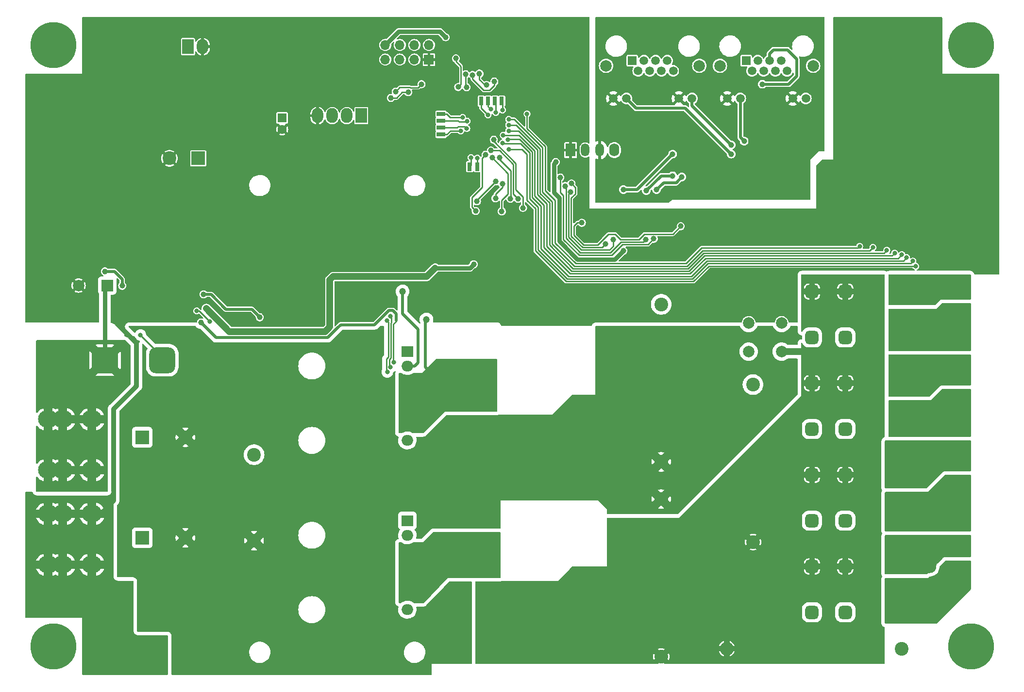
<source format=gbr>
G04 #@! TF.GenerationSoftware,KiCad,Pcbnew,7.99.0-unknown*
G04 #@! TF.CreationDate,2023-06-01T13:12:26+02:00*
G04 #@! TF.ProjectId,driver,64726976-6572-42e6-9b69-6361645f7063,rev?*
G04 #@! TF.SameCoordinates,Original*
G04 #@! TF.FileFunction,Copper,L2,Bot*
G04 #@! TF.FilePolarity,Positive*
%FSLAX46Y46*%
G04 Gerber Fmt 4.6, Leading zero omitted, Abs format (unit mm)*
G04 Created by KiCad (PCBNEW 7.99.0-unknown) date 2023-06-01 13:12:26*
%MOMM*%
%LPD*%
G01*
G04 APERTURE LIST*
G04 Aperture macros list*
%AMRoundRect*
0 Rectangle with rounded corners*
0 $1 Rounding radius*
0 $2 $3 $4 $5 $6 $7 $8 $9 X,Y pos of 4 corners*
0 Add a 4 corners polygon primitive as box body*
4,1,4,$2,$3,$4,$5,$6,$7,$8,$9,$2,$3,0*
0 Add four circle primitives for the rounded corners*
1,1,$1+$1,$2,$3*
1,1,$1+$1,$4,$5*
1,1,$1+$1,$6,$7*
1,1,$1+$1,$8,$9*
0 Add four rect primitives between the rounded corners*
20,1,$1+$1,$2,$3,$4,$5,0*
20,1,$1+$1,$4,$5,$6,$7,0*
20,1,$1+$1,$6,$7,$8,$9,0*
20,1,$1+$1,$8,$9,$2,$3,0*%
G04 Aperture macros list end*
G04 #@! TA.AperFunction,ComponentPad*
%ADD10R,2.000000X2.600000*%
G04 #@! TD*
G04 #@! TA.AperFunction,ComponentPad*
%ADD11O,2.000000X2.600000*%
G04 #@! TD*
G04 #@! TA.AperFunction,ComponentPad*
%ADD12R,1.500000X1.500000*%
G04 #@! TD*
G04 #@! TA.AperFunction,ComponentPad*
%ADD13C,1.500000*%
G04 #@! TD*
G04 #@! TA.AperFunction,ComponentPad*
%ADD14C,2.000000*%
G04 #@! TD*
G04 #@! TA.AperFunction,WasherPad*
%ADD15C,8.000000*%
G04 #@! TD*
G04 #@! TA.AperFunction,ComponentPad*
%ADD16R,2.000000X2.000000*%
G04 #@! TD*
G04 #@! TA.AperFunction,ComponentPad*
%ADD17R,2.400000X2.400000*%
G04 #@! TD*
G04 #@! TA.AperFunction,ComponentPad*
%ADD18C,2.400000*%
G04 #@! TD*
G04 #@! TA.AperFunction,ComponentPad*
%ADD19R,1.600000X1.600000*%
G04 #@! TD*
G04 #@! TA.AperFunction,ComponentPad*
%ADD20C,1.600000*%
G04 #@! TD*
G04 #@! TA.AperFunction,ComponentPad*
%ADD21RoundRect,0.575000X-0.575000X-0.575000X0.575000X-0.575000X0.575000X0.575000X-0.575000X0.575000X0*%
G04 #@! TD*
G04 #@! TA.AperFunction,ComponentPad*
%ADD22C,2.300000*%
G04 #@! TD*
G04 #@! TA.AperFunction,ComponentPad*
%ADD23O,4.500000X3.000000*%
G04 #@! TD*
G04 #@! TA.AperFunction,ComponentPad*
%ADD24O,3.500000X3.000000*%
G04 #@! TD*
G04 #@! TA.AperFunction,ComponentPad*
%ADD25O,2.400000X2.400000*%
G04 #@! TD*
G04 #@! TA.AperFunction,ComponentPad*
%ADD26RoundRect,1.125000X1.125000X1.125000X-1.125000X1.125000X-1.125000X-1.125000X1.125000X-1.125000X0*%
G04 #@! TD*
G04 #@! TA.AperFunction,ComponentPad*
%ADD27R,1.750000X2.250000*%
G04 #@! TD*
G04 #@! TA.AperFunction,ComponentPad*
%ADD28O,1.500000X2.250000*%
G04 #@! TD*
G04 #@! TA.AperFunction,ComponentPad*
%ADD29O,1.750000X2.250000*%
G04 #@! TD*
G04 #@! TA.AperFunction,ComponentPad*
%ADD30R,2.000000X1.905000*%
G04 #@! TD*
G04 #@! TA.AperFunction,ComponentPad*
%ADD31O,2.000000X1.905000*%
G04 #@! TD*
G04 #@! TA.AperFunction,ComponentPad*
%ADD32R,1.700000X1.700000*%
G04 #@! TD*
G04 #@! TA.AperFunction,ComponentPad*
%ADD33O,1.700000X1.700000*%
G04 #@! TD*
G04 #@! TA.AperFunction,SMDPad,CuDef*
%ADD34R,0.800000X1.500000*%
G04 #@! TD*
G04 #@! TA.AperFunction,SMDPad,CuDef*
%ADD35R,1.500000X0.800000*%
G04 #@! TD*
G04 #@! TA.AperFunction,ViaPad*
%ADD36C,1.000000*%
G04 #@! TD*
G04 #@! TA.AperFunction,ViaPad*
%ADD37C,1.600000*%
G04 #@! TD*
G04 #@! TA.AperFunction,ViaPad*
%ADD38C,0.800000*%
G04 #@! TD*
G04 #@! TA.AperFunction,ViaPad*
%ADD39C,1.200000*%
G04 #@! TD*
G04 #@! TA.AperFunction,Conductor*
%ADD40C,0.800000*%
G04 #@! TD*
G04 #@! TA.AperFunction,Conductor*
%ADD41C,1.200000*%
G04 #@! TD*
G04 #@! TA.AperFunction,Conductor*
%ADD42C,0.250000*%
G04 #@! TD*
G04 #@! TA.AperFunction,Conductor*
%ADD43C,0.500000*%
G04 #@! TD*
G04 APERTURE END LIST*
D10*
X83200000Y-42350000D03*
D11*
X85740000Y-42350000D03*
D12*
X180500000Y-44800000D03*
D13*
X181520000Y-46580000D03*
X182540000Y-44800000D03*
X183560000Y-46580000D03*
X184580000Y-44800000D03*
X185600000Y-46580000D03*
X186620000Y-44800000D03*
X187640000Y-46580000D03*
X177200000Y-51400000D03*
X179490000Y-51400000D03*
X188630000Y-51400000D03*
X190920000Y-51400000D03*
D14*
X175930000Y-45690000D03*
X192190000Y-45690000D03*
D10*
X113400000Y-54400000D03*
D11*
X110860000Y-54400000D03*
X108320000Y-54400000D03*
X105780000Y-54400000D03*
D15*
X59700000Y-42100000D03*
X219700000Y-42100000D03*
X59700000Y-147100000D03*
X219700000Y-147100000D03*
D12*
X160650000Y-44800000D03*
D13*
X161670000Y-46580000D03*
X162690000Y-44800000D03*
X163710000Y-46580000D03*
X164730000Y-44800000D03*
X165750000Y-46580000D03*
X166770000Y-44800000D03*
X167790000Y-46580000D03*
X157350000Y-51400000D03*
X159640000Y-51400000D03*
X168780000Y-51400000D03*
X171070000Y-51400000D03*
D14*
X156080000Y-45690000D03*
X172340000Y-45690000D03*
D16*
X69100000Y-84050000D03*
D14*
X64100000Y-84050000D03*
D17*
X84950000Y-61850000D03*
D18*
X79950000Y-61850000D03*
D19*
X99600000Y-54800000D03*
D20*
X99600000Y-56800000D03*
D21*
X192000000Y-109100000D03*
X197800000Y-109100000D03*
D22*
X206700000Y-109100000D03*
X212500000Y-109100000D03*
D18*
X94700000Y-113600000D03*
X94700000Y-128600000D03*
D23*
X217200000Y-119600000D03*
X217200000Y-114600000D03*
D21*
X192000000Y-133100000D03*
X197800000Y-133100000D03*
D22*
X206700000Y-133100000D03*
X212500000Y-133100000D03*
D24*
X66420000Y-107400000D03*
X61340000Y-107400000D03*
X58800000Y-107400000D03*
X66420000Y-116290000D03*
X61340000Y-116290000D03*
X58800000Y-116290000D03*
X66420865Y-123910000D03*
X61340865Y-123910000D03*
X58800865Y-123910000D03*
X66420865Y-132800000D03*
X61340865Y-132800000D03*
X58800865Y-132800000D03*
D21*
X192000000Y-125100000D03*
X197800000Y-125100000D03*
D22*
X206700000Y-125100000D03*
X212500000Y-125100000D03*
D21*
X192000000Y-101100000D03*
X197800000Y-101100000D03*
D22*
X206700000Y-101100000D03*
X212500000Y-101100000D03*
D18*
X207595000Y-147450000D03*
D25*
X177115000Y-147450000D03*
D26*
X78700000Y-142100000D03*
X68700000Y-142100000D03*
X78700000Y-97100000D03*
X68700000Y-97100000D03*
D23*
X217200000Y-89600000D03*
X217200000Y-84600000D03*
D18*
X165700000Y-87350000D03*
X165700000Y-114850000D03*
D21*
X192000000Y-93100000D03*
X197800000Y-93100000D03*
D22*
X206700000Y-93100000D03*
X212500000Y-93100000D03*
D23*
X217200000Y-104600000D03*
X217200000Y-99600000D03*
D21*
X192000000Y-85100000D03*
X197800000Y-85100000D03*
D22*
X206700000Y-85100000D03*
X212500000Y-85100000D03*
D18*
X181700000Y-101350000D03*
X181700000Y-128850000D03*
D14*
X180950000Y-95600000D03*
X180950000Y-90600000D03*
D27*
X149895000Y-60409491D03*
D28*
X152435000Y-60409491D03*
X154975000Y-60409491D03*
D29*
X157515000Y-60409491D03*
D30*
X121430000Y-95560000D03*
D31*
X121430000Y-98100000D03*
X121430000Y-100640000D03*
D17*
X75200000Y-110550000D03*
D18*
X82700000Y-110550000D03*
D21*
X192000000Y-141100000D03*
X197800000Y-141100000D03*
D22*
X206700000Y-141100000D03*
X212500000Y-141100000D03*
D30*
X121430000Y-138110000D03*
D31*
X121430000Y-140650000D03*
X121430000Y-143190000D03*
D30*
X121430000Y-125110000D03*
D31*
X121430000Y-127650000D03*
X121430000Y-130190000D03*
D21*
X192000000Y-117100000D03*
X197800000Y-117100000D03*
D22*
X206700000Y-117100000D03*
X212500000Y-117100000D03*
D23*
X217200000Y-134600000D03*
X217200000Y-129600000D03*
D17*
X75200000Y-128100000D03*
D18*
X82700000Y-128100000D03*
D32*
X125200000Y-44600000D03*
D33*
X125200000Y-42060000D03*
X122660000Y-44600000D03*
X122660000Y-42060000D03*
X120120000Y-44600000D03*
X120120000Y-42060000D03*
X117580000Y-44600000D03*
X117580000Y-42060000D03*
D14*
X186700000Y-95600000D03*
X186700000Y-90600000D03*
D18*
X165700000Y-148850000D03*
X165700000Y-121350000D03*
D30*
X121430000Y-108560000D03*
D31*
X121430000Y-111100000D03*
X121430000Y-113640000D03*
D34*
X136700000Y-51850000D03*
X137900000Y-51850000D03*
D35*
X127300000Y-56500000D03*
D34*
X132300000Y-63300000D03*
D35*
X127300000Y-54100000D03*
D34*
X134300000Y-51850000D03*
X133650000Y-63300000D03*
X135500000Y-51850000D03*
D35*
X127300000Y-55300000D03*
X127300000Y-57700000D03*
D36*
X220950000Y-53350000D03*
D37*
X159700000Y-74100000D03*
X102450000Y-88600000D03*
D36*
X105700000Y-45100000D03*
X213000000Y-75700000D03*
D37*
X72700000Y-43100000D03*
D36*
X110700000Y-47100000D03*
X103300000Y-52500000D03*
D38*
X75089340Y-88100000D03*
D37*
X120152000Y-62738000D03*
D36*
X106000000Y-51700000D03*
D37*
X117024011Y-59350000D03*
X221200000Y-48100000D03*
X94200000Y-81850000D03*
D36*
X152300000Y-69500000D03*
D38*
X72500000Y-145300000D03*
D37*
X147700000Y-50100000D03*
X145500000Y-81600000D03*
X134700000Y-43100000D03*
D36*
X221700000Y-68850000D03*
D37*
X79700000Y-69600000D03*
X89450000Y-63350000D03*
X80950000Y-80350000D03*
X73700000Y-85100000D03*
X85450000Y-83850000D03*
D36*
X107700000Y-50100000D03*
D37*
X145163935Y-86543129D03*
X131450000Y-58300000D03*
D36*
X150700000Y-39100000D03*
D37*
X113450000Y-78350000D03*
X95700000Y-41350000D03*
X126900000Y-66400000D03*
X84950000Y-47600000D03*
X90950000Y-56850000D03*
D36*
X126700000Y-75100000D03*
D37*
X91400000Y-65900000D03*
X167350000Y-73700000D03*
X99700000Y-45600000D03*
X150000000Y-55700000D03*
D36*
X113700000Y-44100000D03*
D37*
X212700000Y-42100000D03*
X72450000Y-73600000D03*
X91450000Y-54350000D03*
X102200000Y-46350000D03*
D36*
X106700000Y-44100000D03*
X220950000Y-58850000D03*
D37*
X90200000Y-50600000D03*
X77200000Y-85600000D03*
D36*
X108700000Y-42100000D03*
D37*
X137200000Y-55600000D03*
X121250000Y-79900000D03*
X94200000Y-77600000D03*
X87450000Y-83850000D03*
D36*
X220950000Y-63600000D03*
D37*
X142050000Y-74500000D03*
X134700000Y-78300000D03*
X113450000Y-75850000D03*
X196950000Y-59100000D03*
D36*
X149700000Y-63100000D03*
X107700000Y-43100000D03*
D37*
X70700000Y-90100000D03*
X132450000Y-74100000D03*
D39*
X153100000Y-73522054D03*
D36*
X201300000Y-75700000D03*
D37*
X79950000Y-82600000D03*
X104150000Y-81280000D03*
X91400000Y-67700000D03*
X72450000Y-75600000D03*
D36*
X114200000Y-50200000D03*
X152100000Y-63100000D03*
D37*
X124950000Y-54600000D03*
X60700000Y-76100000D03*
D36*
X116900000Y-54000000D03*
D37*
X84950000Y-53600000D03*
D38*
X132500000Y-61700000D03*
D36*
X85425250Y-90525250D03*
X147300000Y-62500000D03*
D38*
X119023518Y-97464129D03*
D36*
X128100000Y-40700000D03*
X159100000Y-78000000D03*
X68700000Y-81600000D03*
X71700000Y-84100000D03*
X85900000Y-85600000D03*
X95700000Y-89600000D03*
D37*
X140300000Y-142900000D03*
X138500000Y-137500000D03*
X140300000Y-139300000D03*
X134900000Y-144700000D03*
X136700000Y-139300000D03*
X138500000Y-141100000D03*
X134900000Y-146500000D03*
X134900000Y-137500000D03*
X138500000Y-142900000D03*
X138500000Y-146500000D03*
X136700000Y-137500000D03*
X136700000Y-144700000D03*
X134900000Y-141100000D03*
X134900000Y-139300000D03*
X136700000Y-146500000D03*
X138500000Y-144700000D03*
X138500000Y-139300000D03*
X136700000Y-141100000D03*
X140300000Y-144700000D03*
X140300000Y-137500000D03*
X140300000Y-141100000D03*
X136700000Y-142900000D03*
X140300000Y-146500000D03*
X134900000Y-142900000D03*
D38*
X74900000Y-92700000D03*
D36*
X121600000Y-119700000D03*
D39*
X120600000Y-85100000D03*
D36*
X135250000Y-49050000D03*
X134000000Y-47050000D03*
X132800959Y-47294534D03*
X136600000Y-48450000D03*
X183300000Y-48900000D03*
D39*
X158300000Y-65300000D03*
D36*
X176800000Y-63300000D03*
D39*
X163300000Y-63300000D03*
X161300000Y-54700000D03*
X164700000Y-61900000D03*
D36*
X163700000Y-41100000D03*
D39*
X166900000Y-68900000D03*
X177900000Y-53900000D03*
X160100000Y-68900000D03*
D36*
X193200000Y-51100000D03*
D37*
X165700000Y-48850000D03*
D36*
X183700000Y-41100000D03*
X193200000Y-59100000D03*
X190700000Y-67100000D03*
D39*
X163100000Y-56500000D03*
D36*
X168950000Y-59600000D03*
D38*
X118475500Y-98300000D03*
D36*
X118563500Y-51300000D03*
X121587000Y-50300000D03*
X136016990Y-60483010D03*
D38*
X118480949Y-89386672D03*
D36*
X140700000Y-68900000D03*
X139400000Y-68900000D03*
D38*
X117945765Y-99147576D03*
D36*
X119388000Y-50200000D03*
X137500000Y-61700000D03*
D38*
X117900000Y-90200000D03*
D36*
X123900000Y-48900000D03*
X180150701Y-58849500D03*
X151856429Y-73096260D03*
X169100000Y-73700000D03*
X133000000Y-80350000D03*
D39*
X86350000Y-88050000D03*
D36*
X126300000Y-81000000D03*
X177900000Y-61100000D03*
X177900000Y-59500000D03*
X169300000Y-65100000D03*
X164900000Y-67300000D03*
D38*
X84700000Y-88500000D03*
X86948481Y-90344831D03*
D36*
X148927962Y-66696538D03*
X163000000Y-76000000D03*
X148100000Y-65200000D03*
X164400000Y-75900000D03*
X163100000Y-67500000D03*
X167700000Y-64900000D03*
X156000000Y-76800000D03*
X150038603Y-66243457D03*
X157300000Y-76000000D03*
X149910136Y-67698046D03*
X159100000Y-67300000D03*
X167700000Y-61100000D03*
D38*
X138000000Y-53400000D03*
X136850000Y-53850000D03*
X136000000Y-53300000D03*
X135500000Y-54250000D03*
D36*
X138000000Y-66280036D03*
X136800000Y-68828076D03*
D38*
X131050000Y-54700000D03*
X131850000Y-55350000D03*
X133650000Y-61800000D03*
X130750000Y-57050000D03*
X131800000Y-56650000D03*
D36*
X131749131Y-49424889D03*
X131600000Y-47175500D03*
X130300000Y-49400000D03*
X129900000Y-44400000D03*
D37*
X134300000Y-98300000D03*
X136100000Y-100100000D03*
X134300000Y-100100000D03*
X136100000Y-103700000D03*
X134300000Y-101900000D03*
X134300000Y-103700000D03*
X136100000Y-98300000D03*
D39*
X124754956Y-90000000D03*
D37*
X136100000Y-101900000D03*
X134100000Y-133700000D03*
X135900000Y-131900000D03*
X134100000Y-128300000D03*
X135900000Y-128300000D03*
X134100000Y-130100000D03*
X135900000Y-133700000D03*
X135900000Y-130100000D03*
X134100000Y-131900000D03*
D36*
X136500000Y-58600000D03*
X141600000Y-70500000D03*
X136250000Y-61750000D03*
X137900000Y-71100000D03*
X133350000Y-71050000D03*
X135072049Y-61221855D03*
X136866253Y-65888341D03*
X133554498Y-69345502D03*
D38*
X139100000Y-56050000D03*
X205037500Y-77900000D03*
X206400000Y-78400000D03*
X139100000Y-57050000D03*
X142300000Y-54085500D03*
X200300000Y-77200000D03*
X202600000Y-77400000D03*
X139100000Y-55050497D03*
X209600000Y-79800000D03*
X138050000Y-59150000D03*
X139100000Y-60250000D03*
X210100000Y-80700000D03*
X138150000Y-57800000D03*
X207650000Y-78650000D03*
X139000000Y-58550000D03*
X208500000Y-79200000D03*
D40*
X70700000Y-90600000D02*
X70700000Y-90100000D01*
X70200000Y-105600000D02*
X74200000Y-101600000D01*
X67890000Y-123910000D02*
X70200000Y-121600000D01*
X74200000Y-94100000D02*
X70700000Y-90600000D01*
X132200000Y-84400000D02*
X133700000Y-85900000D01*
X70200000Y-121600000D02*
X70200000Y-105600000D01*
D41*
X149895000Y-60409491D02*
X149895000Y-60657213D01*
D40*
X66420865Y-123910000D02*
X67890000Y-123910000D01*
X134700000Y-80600000D02*
X132200000Y-83100000D01*
X74200000Y-101600000D02*
X74200000Y-94100000D01*
X132200000Y-83100000D02*
X132200000Y-84400000D01*
X133700000Y-85900000D02*
X136100000Y-85900000D01*
X134700000Y-78300000D02*
X134700000Y-80600000D01*
D42*
X132500000Y-63100000D02*
X132300000Y-63300000D01*
X132500000Y-61700000D02*
X132500000Y-63100000D01*
X119023518Y-97464129D02*
X119000000Y-97440611D01*
D43*
X107534924Y-93150000D02*
X109200000Y-91484924D01*
D40*
X147300000Y-62500000D02*
X147000489Y-62799511D01*
D43*
X118200000Y-88400000D02*
X118900000Y-88400000D01*
D40*
X151100304Y-79475000D02*
X157625000Y-79475000D01*
D43*
X119500000Y-89000000D02*
X119500000Y-90200000D01*
D40*
X157625000Y-79475000D02*
X159100000Y-78000000D01*
X127100000Y-39700000D02*
X119940000Y-39700000D01*
D42*
X119500000Y-90300000D02*
X119500000Y-90200000D01*
D43*
X118900000Y-88400000D02*
X119500000Y-89000000D01*
D40*
X147925000Y-76299696D02*
X151100304Y-79475000D01*
D43*
X115700000Y-90900000D02*
X118200000Y-88400000D01*
X109800000Y-90900000D02*
X115700000Y-90900000D01*
D40*
X119940000Y-39700000D02*
X117580000Y-42060000D01*
D43*
X85425250Y-90525250D02*
X88050000Y-93150000D01*
D40*
X128100000Y-40700000D02*
X127100000Y-39700000D01*
D43*
X109215076Y-91484924D02*
X109800000Y-90900000D01*
D42*
X119000000Y-90800000D02*
X119500000Y-90300000D01*
D40*
X147000489Y-62799511D02*
X147000489Y-67800489D01*
D42*
X119000000Y-97440611D02*
X119000000Y-90800000D01*
D40*
X147925000Y-68725000D02*
X147925000Y-76299696D01*
X147000489Y-67800489D02*
X147925000Y-68725000D01*
D43*
X88050000Y-93150000D02*
X107534924Y-93150000D01*
X109200000Y-91484924D02*
X109215076Y-91484924D01*
X87200000Y-85600000D02*
X89800000Y-88200000D01*
X94300000Y-88200000D02*
X95700000Y-89600000D01*
X71700000Y-82950978D02*
X71700000Y-84100000D01*
X89800000Y-88200000D02*
X94300000Y-88200000D01*
X68700000Y-81600000D02*
X70349022Y-81600000D01*
X85900000Y-85600000D02*
X87200000Y-85600000D01*
X70349022Y-81600000D02*
X71700000Y-82950978D01*
D41*
X192000000Y-97000000D02*
X192000000Y-101100000D01*
X190600000Y-95600000D02*
X192000000Y-97000000D01*
X186700000Y-95600000D02*
X190600000Y-95600000D01*
D42*
X78700000Y-96500000D02*
X78700000Y-97100000D01*
X74900000Y-92700000D02*
X78700000Y-96500000D01*
D43*
X121430000Y-98100000D02*
X122700000Y-98100000D01*
X123300000Y-91700000D02*
X120600000Y-89000000D01*
X122700000Y-98100000D02*
X123300000Y-97500000D01*
X120600000Y-89000000D02*
X120600000Y-85100000D01*
X123300000Y-97500000D02*
X123300000Y-91700000D01*
D42*
X134950000Y-49050000D02*
X135250000Y-49050000D01*
X134000000Y-48100000D02*
X134950000Y-49050000D01*
X134000000Y-47050000D02*
X134000000Y-48100000D01*
X134713493Y-49950000D02*
X132800959Y-48037466D01*
X132800959Y-48037466D02*
X132800959Y-47294534D01*
X136600000Y-48450000D02*
X136600000Y-49100000D01*
X136600000Y-49100000D02*
X135750000Y-49950000D01*
X135750000Y-49950000D02*
X134713493Y-49950000D01*
D43*
X184580000Y-43620000D02*
X185300000Y-42900000D01*
X189300000Y-44500000D02*
X189300000Y-47500000D01*
X184580000Y-44800000D02*
X184580000Y-43620000D01*
X187700000Y-42900000D02*
X189300000Y-44500000D01*
X187900000Y-48900000D02*
X183300000Y-48900000D01*
X185300000Y-42900000D02*
X187700000Y-42900000D01*
X189300000Y-47500000D02*
X187900000Y-48900000D01*
D42*
X118625000Y-90500305D02*
X118625000Y-89530723D01*
X118550000Y-90850000D02*
X118550000Y-90800000D01*
X118298518Y-98123018D02*
X118298518Y-96951482D01*
X139900000Y-62900000D02*
X137483010Y-60483010D01*
X119543500Y-51300000D02*
X118563500Y-51300000D01*
X118625000Y-89530723D02*
X118480949Y-89386672D01*
X118550000Y-90800000D02*
X118550000Y-90575305D01*
X118298518Y-96951482D02*
X118550000Y-96700000D01*
X140700000Y-68900000D02*
X139900000Y-68100000D01*
X118475500Y-98300000D02*
X118298518Y-98123018D01*
X121587000Y-50300000D02*
X120543500Y-50300000D01*
X118550000Y-91600000D02*
X118550000Y-90850000D01*
X118550000Y-90575305D02*
X118625000Y-90500305D01*
X137483010Y-60483010D02*
X136016990Y-60483010D01*
X120543500Y-50300000D02*
X119543500Y-51300000D01*
X118550000Y-96700000D02*
X118550000Y-96200000D01*
X118550000Y-96200000D02*
X118550000Y-91600000D01*
X139900000Y-68100000D02*
X139900000Y-62900000D01*
X139449520Y-68850480D02*
X139400000Y-68900000D01*
X118100000Y-90400000D02*
X118100000Y-96513604D01*
X119388000Y-50200000D02*
X120112511Y-49475489D01*
X120112511Y-49475489D02*
X121928525Y-49475489D01*
X117750500Y-96863104D02*
X117750500Y-98952311D01*
X117750500Y-98952311D02*
X117945765Y-99147576D01*
X117900000Y-90200000D02*
X118100000Y-90400000D01*
X137500000Y-61700000D02*
X137500000Y-62100000D01*
X121928525Y-49475489D02*
X121953036Y-49500000D01*
X123300000Y-49500000D02*
X123900000Y-48900000D01*
X118100000Y-96513604D02*
X117750500Y-96863104D01*
X139449520Y-64049520D02*
X139449520Y-68850480D01*
X121953036Y-49500000D02*
X123300000Y-49500000D01*
X137500000Y-62100000D02*
X139449520Y-64049520D01*
D43*
X179490000Y-51400000D02*
X179490000Y-58188799D01*
X179490000Y-58188799D02*
X180150701Y-58849500D01*
D42*
X161833273Y-76000000D02*
X158600000Y-76000000D01*
X158600000Y-76000000D02*
X157700000Y-75100000D01*
X150450000Y-73700000D02*
X151053740Y-73096260D01*
X167724511Y-75075489D02*
X162757784Y-75075489D01*
X156500000Y-75100000D02*
X154650000Y-76950000D01*
X162757784Y-75075489D02*
X161833273Y-76000000D01*
X152146192Y-76950000D02*
X150450000Y-75253808D01*
X150450000Y-75253808D02*
X150450000Y-73700000D01*
X157700000Y-75100000D02*
X156500000Y-75100000D01*
X169100000Y-73700000D02*
X167724511Y-75075489D01*
X154650000Y-76950000D02*
X152146192Y-76950000D01*
X151053740Y-73096260D02*
X151856429Y-73096260D01*
D41*
X90400000Y-92100000D02*
X107100000Y-92100000D01*
X86350000Y-88050000D02*
X90400000Y-92100000D01*
D40*
X133000000Y-80350000D02*
X132350000Y-81000000D01*
D41*
X108451670Y-82500480D02*
X124799520Y-82500480D01*
X124799520Y-82500480D02*
X126300000Y-81000000D01*
X107100000Y-92100000D02*
X107900000Y-91300000D01*
D40*
X132350000Y-81000000D02*
X126300000Y-81000000D01*
D41*
X107900000Y-83052150D02*
X108451670Y-82500480D01*
X107900000Y-91300000D02*
X107900000Y-83052150D01*
D43*
X169900000Y-53100000D02*
X161340000Y-53100000D01*
X177900000Y-61100000D02*
X169900000Y-53100000D01*
X161340000Y-53100000D02*
X159640000Y-51400000D01*
X171070000Y-52670000D02*
X177900000Y-59500000D01*
X171070000Y-51400000D02*
X171070000Y-52670000D01*
X164900000Y-67300000D02*
X166100000Y-66100000D01*
X168300000Y-66100000D02*
X169300000Y-65100000D01*
X166100000Y-66100000D02*
X168300000Y-66100000D01*
D42*
X84700000Y-88500000D02*
X85103650Y-88500000D01*
X85103650Y-88500000D02*
X86948481Y-90344831D01*
X149100000Y-75812996D02*
X151587004Y-78300000D01*
X149085625Y-68039571D02*
X149100000Y-68053946D01*
X158713604Y-76450000D02*
X162550000Y-76450000D01*
X151587004Y-78300000D02*
X156863604Y-78300000D01*
X149100000Y-68053946D02*
X149100000Y-75812996D01*
X162550000Y-76450000D02*
X163000000Y-76000000D01*
X148927962Y-66696538D02*
X149085625Y-66854201D01*
X149085625Y-66854201D02*
X149085625Y-68039571D01*
X156863604Y-78300000D02*
X158713604Y-76450000D01*
X151400608Y-78750000D02*
X148650000Y-75999392D01*
X157050000Y-78750000D02*
X151400608Y-78750000D01*
X164400000Y-75900000D02*
X163400000Y-76900000D01*
X163400000Y-76900000D02*
X158900000Y-76900000D01*
X148100000Y-67797120D02*
X148100000Y-65200000D01*
X148650000Y-68347120D02*
X148100000Y-67797120D01*
X148650000Y-75999392D02*
X148650000Y-68347120D01*
X158900000Y-76900000D02*
X157050000Y-78750000D01*
D43*
X163100000Y-67500000D02*
X165700000Y-64900000D01*
X165700000Y-64900000D02*
X167700000Y-64900000D01*
D42*
X150000000Y-68774909D02*
X150000000Y-75440204D01*
X155400000Y-77400000D02*
X156000000Y-76800000D01*
X150000000Y-75440204D02*
X151959796Y-77400000D01*
X150038603Y-66243457D02*
X150735136Y-66939990D01*
X150735136Y-66939990D02*
X150735136Y-68039773D01*
X151959796Y-77400000D02*
X155400000Y-77400000D01*
X150735136Y-68039773D02*
X150000000Y-68774909D01*
X151773400Y-77850000D02*
X149550000Y-75626600D01*
X157300000Y-77227208D02*
X156677208Y-77850000D01*
X157300000Y-76000000D02*
X157300000Y-77227208D01*
X156677208Y-77850000D02*
X151773400Y-77850000D01*
X149550000Y-68058182D02*
X149910136Y-67698046D01*
X149550000Y-75626600D02*
X149550000Y-68058182D01*
D43*
X167700000Y-61100000D02*
X161500000Y-67300000D01*
X161500000Y-67300000D02*
X159100000Y-67300000D01*
D42*
X138000000Y-53400000D02*
X138000000Y-51950000D01*
X138000000Y-51950000D02*
X137900000Y-51850000D01*
X136850000Y-53850000D02*
X136850000Y-52000000D01*
X136850000Y-52000000D02*
X136700000Y-51850000D01*
X135500000Y-52800000D02*
X135500000Y-51850000D01*
X136000000Y-53300000D02*
X135500000Y-52800000D01*
X134300000Y-53050000D02*
X135500000Y-54250000D01*
X134300000Y-51850000D02*
X134300000Y-53050000D01*
X138000000Y-66900000D02*
X138000000Y-66280036D01*
X136800000Y-68100000D02*
X138000000Y-66900000D01*
X136800000Y-68828076D02*
X136800000Y-68100000D01*
X131050000Y-54700000D02*
X128900000Y-54700000D01*
X128300000Y-54100000D02*
X127300000Y-54100000D01*
X128900000Y-54700000D02*
X128300000Y-54100000D01*
X127300000Y-55300000D02*
X130250000Y-55300000D01*
X130450000Y-55500000D02*
X131700000Y-55500000D01*
X130250000Y-55300000D02*
X130450000Y-55500000D01*
X131700000Y-55500000D02*
X131850000Y-55350000D01*
X133650000Y-63300000D02*
X133650000Y-61800000D01*
X130750000Y-57050000D02*
X128950000Y-57050000D01*
X128950000Y-57050000D02*
X128300000Y-57700000D01*
X128300000Y-57700000D02*
X127300000Y-57700000D01*
X130100000Y-56500000D02*
X130300000Y-56300000D01*
X127300000Y-56500000D02*
X130100000Y-56500000D01*
X131800000Y-56650000D02*
X131450000Y-56300000D01*
X131450000Y-56300000D02*
X130300000Y-56300000D01*
X131600000Y-49275758D02*
X131749131Y-49424889D01*
X131600000Y-47175500D02*
X131600000Y-49275758D01*
X129900000Y-44400000D02*
X129900000Y-44900000D01*
X130775489Y-45775489D02*
X130775489Y-48924511D01*
X130775489Y-48924511D02*
X130300000Y-49400000D01*
X129900000Y-44900000D02*
X130775489Y-45775489D01*
D40*
X68700000Y-84450000D02*
X69100000Y-84050000D01*
X68700000Y-97100000D02*
X68700000Y-84450000D01*
D43*
X124600000Y-90154956D02*
X124754956Y-90000000D01*
X125000000Y-98700000D02*
X124600000Y-98300000D01*
X124600000Y-98300000D02*
X124600000Y-90154956D01*
D42*
X140349520Y-62699520D02*
X136500000Y-58850000D01*
X136500000Y-58850000D02*
X136500000Y-58600000D01*
X141600000Y-68600000D02*
X140349520Y-67349520D01*
X140349520Y-67349520D02*
X140349520Y-62699520D01*
X141600000Y-70500000D02*
X141600000Y-68600000D01*
X137900000Y-69199325D02*
X139000000Y-68099325D01*
X139000000Y-64500000D02*
X136250000Y-61750000D01*
X137900000Y-71100000D02*
X137900000Y-69199325D01*
X139000000Y-68099325D02*
X139000000Y-64500000D01*
X133350000Y-71050000D02*
X132700000Y-70400000D01*
X134490654Y-66909346D02*
X134490654Y-61803250D01*
X132700000Y-70400000D02*
X132700000Y-68700000D01*
X134490654Y-61803250D02*
X135072049Y-61221855D01*
X132700000Y-68700000D02*
X134490654Y-66909346D01*
X133554498Y-69345502D02*
X133554498Y-69200096D01*
X133554498Y-69200096D02*
X136866253Y-65888341D01*
X144550000Y-60168020D02*
X140431980Y-56050000D01*
X140431980Y-56050000D02*
X139100000Y-56050000D01*
X205037500Y-77900000D02*
X204537500Y-78400000D01*
X146200000Y-77000000D02*
X146200000Y-69600000D01*
X173072792Y-78400000D02*
X170372792Y-81100000D01*
X146200000Y-69600000D02*
X144550000Y-67950000D01*
X144550000Y-67950000D02*
X144550000Y-60168020D01*
X170372792Y-81100000D02*
X150300000Y-81100000D01*
X204537500Y-78400000D02*
X173072792Y-78400000D01*
X150300000Y-81100000D02*
X146200000Y-77000000D01*
X173259188Y-78850000D02*
X205950000Y-78850000D01*
X145700000Y-69800000D02*
X145700000Y-77200000D01*
X205950000Y-78850000D02*
X206400000Y-78400000D01*
X144100000Y-60354416D02*
X144100000Y-68200000D01*
X139100000Y-57050000D02*
X140795584Y-57050000D01*
X144100000Y-68200000D02*
X145700000Y-69800000D01*
X145700000Y-77200000D02*
X150050000Y-81550000D01*
X150050000Y-81550000D02*
X170559188Y-81550000D01*
X170559188Y-81550000D02*
X173259188Y-78850000D01*
X140795584Y-57050000D02*
X144100000Y-60354416D01*
X200300000Y-77200000D02*
X200000000Y-77500000D01*
X170000000Y-80200000D02*
X150800000Y-80200000D01*
X147200000Y-69200000D02*
X145450000Y-67450000D01*
X145449999Y-59795227D02*
X142300000Y-56645228D01*
X172700000Y-77500000D02*
X170000000Y-80200000D01*
X145450000Y-67450000D02*
X145449999Y-59795227D01*
X142300000Y-56645228D02*
X142300000Y-54085500D01*
X150800000Y-80200000D02*
X147200000Y-76600000D01*
X200000000Y-77500000D02*
X172700000Y-77500000D01*
X147200000Y-76600000D02*
X147200000Y-69200000D01*
X146700000Y-76800000D02*
X146700000Y-69400000D01*
X202050000Y-77950000D02*
X172886396Y-77950000D01*
X145000000Y-67700000D02*
X144999999Y-59981623D01*
X146700000Y-69400000D02*
X145000000Y-67700000D01*
X150550000Y-80650000D02*
X146700000Y-76800000D01*
X170186396Y-80650000D02*
X150550000Y-80650000D01*
X172886396Y-77950000D02*
X170186396Y-80650000D01*
X140068873Y-55050497D02*
X139100000Y-55050497D01*
X202600000Y-77400000D02*
X202050000Y-77950000D01*
X144999999Y-59981623D02*
X140068873Y-55050497D01*
X138050000Y-59150000D02*
X138200000Y-59300000D01*
X171118376Y-82900000D02*
X173818376Y-80200000D01*
X144200000Y-70400000D02*
X144200000Y-77800000D01*
X209200000Y-80200000D02*
X209600000Y-79800000D01*
X142750000Y-60913604D02*
X142750000Y-68950000D01*
X141136396Y-59300000D02*
X142750000Y-60913604D01*
X144200000Y-77800000D02*
X149300000Y-82900000D01*
X138200000Y-59300000D02*
X141136396Y-59300000D01*
X142750000Y-68950000D02*
X144200000Y-70400000D01*
X173818376Y-80200000D02*
X209200000Y-80200000D01*
X149300000Y-82900000D02*
X171118376Y-82900000D01*
X141450000Y-60250000D02*
X139100000Y-60250000D01*
X171304772Y-83350000D02*
X149113604Y-83350000D01*
X174004772Y-80650000D02*
X171304772Y-83350000D01*
X142300000Y-69200000D02*
X142300000Y-61100000D01*
X210100000Y-80700000D02*
X210050000Y-80650000D01*
X143750000Y-70650000D02*
X142300000Y-69200000D01*
X142300000Y-61100000D02*
X141450000Y-60250000D01*
X149113604Y-83350000D02*
X143750000Y-77986396D01*
X143750000Y-77986396D02*
X143750000Y-70650000D01*
X210050000Y-80650000D02*
X174004772Y-80650000D01*
X143650000Y-60540812D02*
X143650000Y-68450000D01*
X149800000Y-82000000D02*
X170745584Y-82000000D01*
X140909188Y-57800000D02*
X143650000Y-60540812D01*
X145200000Y-70000000D02*
X145200000Y-77400000D01*
X145200000Y-77400000D02*
X149800000Y-82000000D01*
X170745584Y-82000000D02*
X173445584Y-79300000D01*
X173445584Y-79300000D02*
X207000000Y-79300000D01*
X143650000Y-68450000D02*
X145200000Y-70000000D01*
X138150000Y-57800000D02*
X140909188Y-57800000D01*
X207000000Y-79300000D02*
X207650000Y-78650000D01*
X207950000Y-79750000D02*
X208500000Y-79200000D01*
X144700000Y-77600000D02*
X149550000Y-82450000D01*
X173631980Y-79750000D02*
X207950000Y-79750000D01*
X140972792Y-58500000D02*
X143200000Y-60727208D01*
X149550000Y-82450000D02*
X170931980Y-82450000D01*
X170931980Y-82450000D02*
X173631980Y-79750000D01*
X143200000Y-68700000D02*
X144700000Y-70200000D01*
X139000000Y-58550000D02*
X139050000Y-58500000D01*
X143200000Y-60727208D02*
X143200000Y-68700000D01*
X139050000Y-58500000D02*
X140972792Y-58500000D01*
X144700000Y-70200000D02*
X144700000Y-77600000D01*
G04 #@! TA.AperFunction,Conductor*
G36*
X137643039Y-127119685D02*
G01*
X137688794Y-127172489D01*
X137700000Y-127224000D01*
X137700000Y-134976000D01*
X137680315Y-135043039D01*
X137627511Y-135088794D01*
X137576000Y-135100000D01*
X128500000Y-135100000D01*
X125545354Y-138195342D01*
X124336636Y-139461619D01*
X124276108Y-139496521D01*
X124246940Y-139500000D01*
X122573660Y-139500000D01*
X122506621Y-139480315D01*
X122499180Y-139475139D01*
X122405079Y-139404427D01*
X122310231Y-139333153D01*
X122310227Y-139333150D01*
X122310226Y-139333150D01*
X122247064Y-139300000D01*
X122088209Y-139216626D01*
X122088205Y-139216624D01*
X122088204Y-139216624D01*
X121850366Y-139137222D01*
X121850365Y-139137221D01*
X121850360Y-139137220D01*
X121602874Y-139097000D01*
X121602871Y-139097000D01*
X121319919Y-139097000D01*
X121319909Y-139097000D01*
X121132571Y-139112123D01*
X120889115Y-139172130D01*
X120658442Y-139270410D01*
X120446507Y-139404430D01*
X120373832Y-139468815D01*
X120310599Y-139498537D01*
X120291605Y-139500000D01*
X120024000Y-139500000D01*
X119956961Y-139480315D01*
X119911206Y-139427511D01*
X119900000Y-139376000D01*
X119900000Y-129024000D01*
X119919685Y-128956961D01*
X119972489Y-128911206D01*
X120024000Y-128900000D01*
X120419416Y-128900000D01*
X120486455Y-128919685D01*
X120493898Y-128924862D01*
X120549774Y-128966850D01*
X120771796Y-129083376D01*
X121009634Y-129162778D01*
X121009637Y-129162778D01*
X121009639Y-129162779D01*
X121257126Y-129203000D01*
X121257129Y-129203000D01*
X121540071Y-129203000D01*
X121540081Y-129203000D01*
X121727429Y-129187876D01*
X121970885Y-129127869D01*
X122201563Y-129029587D01*
X122376129Y-128919197D01*
X122442404Y-128900000D01*
X124100000Y-128900000D01*
X125863680Y-127136319D01*
X125925004Y-127102834D01*
X125951362Y-127100000D01*
X137576000Y-127100000D01*
X137643039Y-127119685D01*
G37*
G04 #@! TD.AperFunction*
G04 #@! TA.AperFunction,Conductor*
G36*
X137043039Y-96869685D02*
G01*
X137088794Y-96922489D01*
X137100000Y-96974000D01*
X137100000Y-105976000D01*
X137080315Y-106043039D01*
X137027511Y-106088794D01*
X136976000Y-106100000D01*
X127949999Y-106100000D01*
X124236319Y-109813681D01*
X124174996Y-109847166D01*
X124148638Y-109850000D01*
X122440584Y-109850000D01*
X122373545Y-109830315D01*
X122366101Y-109825137D01*
X122310226Y-109783150D01*
X122201336Y-109726000D01*
X122088209Y-109666626D01*
X122088205Y-109666624D01*
X122088204Y-109666624D01*
X121850366Y-109587222D01*
X121850365Y-109587221D01*
X121850360Y-109587220D01*
X121602874Y-109547000D01*
X121602871Y-109547000D01*
X121319919Y-109547000D01*
X121319909Y-109547000D01*
X121132571Y-109562123D01*
X120889115Y-109622130D01*
X120658437Y-109720412D01*
X120658432Y-109720415D01*
X120483870Y-109830803D01*
X120417596Y-109850000D01*
X120024000Y-109850000D01*
X119956961Y-109830315D01*
X119911206Y-109777511D01*
X119900000Y-109726000D01*
X119900000Y-99474000D01*
X119919685Y-99406961D01*
X119972489Y-99361206D01*
X120024000Y-99350000D01*
X120419416Y-99350000D01*
X120486455Y-99369685D01*
X120493898Y-99374862D01*
X120549774Y-99416850D01*
X120771796Y-99533376D01*
X121009634Y-99612778D01*
X121009637Y-99612778D01*
X121009639Y-99612779D01*
X121257126Y-99653000D01*
X121257129Y-99653000D01*
X121540071Y-99653000D01*
X121540081Y-99653000D01*
X121727429Y-99637876D01*
X121970885Y-99577869D01*
X122201563Y-99479587D01*
X122376129Y-99369197D01*
X122442404Y-99350000D01*
X123950000Y-99350000D01*
X126413681Y-96886319D01*
X126475004Y-96852834D01*
X126501362Y-96850000D01*
X136976000Y-96850000D01*
X137043039Y-96869685D01*
G37*
G04 #@! TD.AperFunction*
G04 #@! TA.AperFunction,Conductor*
G36*
X219643039Y-111119685D02*
G01*
X219688794Y-111172489D01*
X219700000Y-111224000D01*
X219700000Y-116370500D01*
X219680315Y-116437539D01*
X219627511Y-116483294D01*
X219576000Y-116494500D01*
X215235144Y-116494500D01*
X215202762Y-116496235D01*
X215202734Y-116496238D01*
X215160272Y-116500804D01*
X215082251Y-116514402D01*
X214934819Y-116571399D01*
X214934818Y-116571399D01*
X214873492Y-116604886D01*
X214860925Y-116611944D01*
X214735529Y-116708164D01*
X214735522Y-116708170D01*
X211985513Y-119458181D01*
X211924190Y-119491666D01*
X211897832Y-119494500D01*
X204824000Y-119494500D01*
X204756961Y-119474815D01*
X204711206Y-119422011D01*
X204700000Y-119370500D01*
X204700000Y-111224000D01*
X204719685Y-111156961D01*
X204772489Y-111111206D01*
X204824000Y-111100000D01*
X219576000Y-111100000D01*
X219643039Y-111119685D01*
G37*
G04 #@! TD.AperFunction*
G04 #@! TA.AperFunction,Conductor*
G36*
X161283815Y-53601770D02*
G01*
X161288238Y-53602245D01*
X161303917Y-53604500D01*
X161319732Y-53604500D01*
X161324228Y-53604661D01*
X161342928Y-53605997D01*
X161376360Y-53608389D01*
X161381003Y-53607378D01*
X161407784Y-53604500D01*
X169638839Y-53604500D01*
X169706960Y-53624502D01*
X169727934Y-53641405D01*
X177103821Y-61017292D01*
X177137847Y-61079604D01*
X177139291Y-61093040D01*
X177139934Y-61092968D01*
X177140726Y-61099998D01*
X177140726Y-61100000D01*
X177159763Y-61268954D01*
X177159764Y-61268956D01*
X177215918Y-61429437D01*
X177215919Y-61429439D01*
X177306375Y-61573399D01*
X177306377Y-61573402D01*
X177426597Y-61693622D01*
X177426600Y-61693624D01*
X177570563Y-61784082D01*
X177731046Y-61840237D01*
X177900000Y-61859274D01*
X178068954Y-61840237D01*
X178229437Y-61784082D01*
X178373400Y-61693624D01*
X178493624Y-61573400D01*
X178584082Y-61429437D01*
X178640237Y-61268954D01*
X178659274Y-61100000D01*
X178640237Y-60931046D01*
X178584082Y-60770563D01*
X178493624Y-60626600D01*
X178493622Y-60626597D01*
X178373402Y-60506377D01*
X178373399Y-60506375D01*
X178229441Y-60415920D01*
X178224467Y-60413525D01*
X178171768Y-60365951D01*
X178153156Y-60297437D01*
X178174539Y-60229737D01*
X178224467Y-60186475D01*
X178229428Y-60184084D01*
X178229437Y-60184082D01*
X178373400Y-60093624D01*
X178493624Y-59973400D01*
X178584082Y-59829437D01*
X178640237Y-59668954D01*
X178659274Y-59500000D01*
X178640237Y-59331046D01*
X178584082Y-59170563D01*
X178493624Y-59026600D01*
X178493622Y-59026597D01*
X178373402Y-58906377D01*
X178373399Y-58906375D01*
X178229439Y-58815919D01*
X178229437Y-58815918D01*
X178207766Y-58808335D01*
X178068954Y-58759763D01*
X177900000Y-58740726D01*
X177899998Y-58740726D01*
X177892968Y-58739934D01*
X177893311Y-58736886D01*
X177838266Y-58720724D01*
X177817292Y-58703821D01*
X172713471Y-53600000D01*
X178985500Y-53600000D01*
X178985500Y-58121014D01*
X178982621Y-58147793D01*
X178981611Y-58152434D01*
X178981611Y-58152439D01*
X178985339Y-58204570D01*
X178985500Y-58209066D01*
X178985500Y-58224879D01*
X178987749Y-58240531D01*
X178988229Y-58244999D01*
X178991960Y-58297143D01*
X178993621Y-58301597D01*
X179000281Y-58327689D01*
X179000958Y-58332395D01*
X179020916Y-58376097D01*
X179022671Y-58379940D01*
X179024391Y-58384095D01*
X179042657Y-58433067D01*
X179042658Y-58433068D01*
X179045504Y-58436870D01*
X179059243Y-58460023D01*
X179061220Y-58464352D01*
X179061222Y-58464355D01*
X179061223Y-58464357D01*
X179095457Y-58503865D01*
X179098262Y-58507346D01*
X179107750Y-58520020D01*
X179107753Y-58520023D01*
X179118927Y-58531197D01*
X179121992Y-58534489D01*
X179156223Y-58573993D01*
X179156225Y-58573995D01*
X179160228Y-58576567D01*
X179181197Y-58593467D01*
X179354522Y-58766792D01*
X179388548Y-58829104D01*
X179389992Y-58842540D01*
X179390635Y-58842468D01*
X179391427Y-58849498D01*
X179391427Y-58849500D01*
X179410464Y-59018454D01*
X179438998Y-59100000D01*
X179466619Y-59178937D01*
X179466620Y-59178939D01*
X179557076Y-59322899D01*
X179557078Y-59322902D01*
X179677298Y-59443122D01*
X179677301Y-59443124D01*
X179821264Y-59533582D01*
X179981747Y-59589737D01*
X180150701Y-59608774D01*
X180319655Y-59589737D01*
X180480138Y-59533582D01*
X180624101Y-59443124D01*
X180744325Y-59322900D01*
X180834783Y-59178937D01*
X180890938Y-59018454D01*
X180909975Y-58849500D01*
X180890938Y-58680546D01*
X180834783Y-58520063D01*
X180744325Y-58376100D01*
X180744323Y-58376097D01*
X180624103Y-58255877D01*
X180624100Y-58255875D01*
X180480140Y-58165419D01*
X180480138Y-58165418D01*
X180443046Y-58152439D01*
X180319655Y-58109263D01*
X180150701Y-58090226D01*
X180150699Y-58090226D01*
X180143669Y-58089434D01*
X180144012Y-58086386D01*
X180088967Y-58070224D01*
X180067993Y-58053321D01*
X180031405Y-58016733D01*
X179997379Y-57954421D01*
X179994500Y-57927638D01*
X179994500Y-53600000D01*
X194200000Y-53600000D01*
X194200000Y-60474000D01*
X194179998Y-60542121D01*
X194126342Y-60588614D01*
X194074000Y-60600000D01*
X193199998Y-60600000D01*
X191700000Y-62099998D01*
X191700000Y-68974000D01*
X191679998Y-69042121D01*
X191626342Y-69088614D01*
X191574000Y-69100000D01*
X167700000Y-69100000D01*
X166981743Y-69578838D01*
X166913968Y-69599982D01*
X166911851Y-69600000D01*
X154326000Y-69600000D01*
X154257879Y-69579998D01*
X154211386Y-69526342D01*
X154200000Y-69474000D01*
X154200000Y-67300000D01*
X158340726Y-67300000D01*
X158359763Y-67468954D01*
X158408697Y-67608799D01*
X158415918Y-67629437D01*
X158415919Y-67629439D01*
X158506375Y-67773399D01*
X158506377Y-67773402D01*
X158626597Y-67893622D01*
X158626600Y-67893624D01*
X158770563Y-67984082D01*
X158931046Y-68040237D01*
X159100000Y-68059274D01*
X159268954Y-68040237D01*
X159429437Y-67984082D01*
X159573400Y-67893624D01*
X159625620Y-67841403D01*
X159687930Y-67807380D01*
X159714714Y-67804500D01*
X161432216Y-67804500D01*
X161458996Y-67807378D01*
X161463640Y-67808389D01*
X161498103Y-67805924D01*
X161515772Y-67804661D01*
X161520268Y-67804500D01*
X161536082Y-67804500D01*
X161536083Y-67804500D01*
X161551741Y-67802248D01*
X161556204Y-67801769D01*
X161581361Y-67799969D01*
X161608342Y-67798040D01*
X161612786Y-67796382D01*
X161638898Y-67789717D01*
X161643596Y-67789042D01*
X161691149Y-67767324D01*
X161695284Y-67765612D01*
X161744267Y-67747343D01*
X161748061Y-67744502D01*
X161771236Y-67730750D01*
X161775558Y-67728777D01*
X161815069Y-67694538D01*
X161818543Y-67691739D01*
X161831221Y-67682250D01*
X161842409Y-67671060D01*
X161845686Y-67668009D01*
X161885196Y-67633775D01*
X161887764Y-67629778D01*
X161904665Y-67608804D01*
X162127663Y-67385806D01*
X162189973Y-67351782D01*
X162260788Y-67356847D01*
X162317624Y-67399394D01*
X162342435Y-67465914D01*
X162341964Y-67489007D01*
X162340726Y-67499997D01*
X162340726Y-67500000D01*
X162359763Y-67668954D01*
X162402694Y-67791645D01*
X162415918Y-67829437D01*
X162415919Y-67829439D01*
X162506375Y-67973399D01*
X162506377Y-67973402D01*
X162626597Y-68093622D01*
X162626600Y-68093624D01*
X162770563Y-68184082D01*
X162931046Y-68240237D01*
X163100000Y-68259274D01*
X163268954Y-68240237D01*
X163429437Y-68184082D01*
X163573400Y-68093624D01*
X163693624Y-67973400D01*
X163784082Y-67829437D01*
X163840237Y-67668954D01*
X163859274Y-67500000D01*
X163859274Y-67499997D01*
X163860066Y-67492968D01*
X163863113Y-67493311D01*
X163879276Y-67438265D01*
X163896178Y-67417292D01*
X163914076Y-67399394D01*
X163942833Y-67370636D01*
X164005142Y-67336612D01*
X164075958Y-67341676D01*
X164132794Y-67384222D01*
X164157133Y-67445621D01*
X164159763Y-67468954D01*
X164208697Y-67608799D01*
X164215918Y-67629437D01*
X164215919Y-67629439D01*
X164306375Y-67773399D01*
X164306377Y-67773402D01*
X164426597Y-67893622D01*
X164426600Y-67893624D01*
X164570563Y-67984082D01*
X164731046Y-68040237D01*
X164900000Y-68059274D01*
X165068954Y-68040237D01*
X165229437Y-67984082D01*
X165373400Y-67893624D01*
X165493624Y-67773400D01*
X165584082Y-67629437D01*
X165640237Y-67468954D01*
X165659274Y-67300000D01*
X165659273Y-67299998D01*
X165660066Y-67292968D01*
X165663113Y-67293311D01*
X165679276Y-67238266D01*
X165696179Y-67217291D01*
X166272067Y-66641404D01*
X166334379Y-66607379D01*
X166361162Y-66604500D01*
X168232216Y-66604500D01*
X168258996Y-66607378D01*
X168263640Y-66608389D01*
X168298103Y-66605924D01*
X168315772Y-66604661D01*
X168320268Y-66604500D01*
X168336082Y-66604500D01*
X168336083Y-66604500D01*
X168351741Y-66602248D01*
X168356204Y-66601769D01*
X168381361Y-66599969D01*
X168408342Y-66598040D01*
X168412786Y-66596382D01*
X168438898Y-66589717D01*
X168443596Y-66589042D01*
X168491149Y-66567324D01*
X168495284Y-66565612D01*
X168544267Y-66547343D01*
X168546834Y-66545421D01*
X168548062Y-66544502D01*
X168571236Y-66530750D01*
X168575558Y-66528777D01*
X168615069Y-66494538D01*
X168618543Y-66491739D01*
X168631221Y-66482250D01*
X168642409Y-66471060D01*
X168645686Y-66468009D01*
X168685196Y-66433775D01*
X168687764Y-66429778D01*
X168704661Y-66408808D01*
X169217293Y-65896176D01*
X169279603Y-65862153D01*
X169293040Y-65860708D01*
X169292968Y-65860066D01*
X169299998Y-65859273D01*
X169300000Y-65859274D01*
X169468954Y-65840237D01*
X169629437Y-65784082D01*
X169773400Y-65693624D01*
X169893624Y-65573400D01*
X169984082Y-65429437D01*
X170040237Y-65268954D01*
X170059274Y-65100000D01*
X170040237Y-64931046D01*
X169984082Y-64770563D01*
X169893624Y-64626600D01*
X169893622Y-64626597D01*
X169773402Y-64506377D01*
X169773399Y-64506375D01*
X169629439Y-64415919D01*
X169629437Y-64415918D01*
X169607820Y-64408354D01*
X169468954Y-64359763D01*
X169300000Y-64340726D01*
X169299999Y-64340726D01*
X169275423Y-64343495D01*
X169131046Y-64359763D01*
X169131043Y-64359763D01*
X169131043Y-64359764D01*
X168970562Y-64415918D01*
X168970560Y-64415919D01*
X168826600Y-64506375D01*
X168826597Y-64506377D01*
X168706378Y-64626596D01*
X168651159Y-64714476D01*
X168597980Y-64761513D01*
X168527812Y-64772333D01*
X168462934Y-64743499D01*
X168425544Y-64689056D01*
X168384082Y-64570563D01*
X168293624Y-64426600D01*
X168293622Y-64426597D01*
X168173402Y-64306377D01*
X168173399Y-64306375D01*
X168029439Y-64215919D01*
X168029437Y-64215918D01*
X168029436Y-64215917D01*
X167868954Y-64159763D01*
X167700000Y-64140726D01*
X167531046Y-64159763D01*
X167531043Y-64159763D01*
X167531043Y-64159764D01*
X167370562Y-64215918D01*
X167370560Y-64215919D01*
X167226601Y-64306374D01*
X167200491Y-64332484D01*
X167174379Y-64358596D01*
X167112070Y-64392620D01*
X167085286Y-64395500D01*
X165767784Y-64395500D01*
X165741003Y-64392621D01*
X165736360Y-64391611D01*
X165736357Y-64391611D01*
X165684228Y-64395339D01*
X165679732Y-64395500D01*
X165663917Y-64395500D01*
X165663911Y-64395500D01*
X165663908Y-64395501D01*
X165648250Y-64397750D01*
X165643789Y-64398230D01*
X165591657Y-64401960D01*
X165587198Y-64403623D01*
X165561110Y-64410281D01*
X165556408Y-64410957D01*
X165556403Y-64410958D01*
X165508845Y-64432677D01*
X165504699Y-64434394D01*
X165491107Y-64439463D01*
X165455733Y-64452657D01*
X165455727Y-64452661D01*
X165451920Y-64455511D01*
X165428776Y-64469243D01*
X165424440Y-64471223D01*
X165424439Y-64471224D01*
X165384945Y-64505446D01*
X165381447Y-64508265D01*
X165368776Y-64517752D01*
X165357593Y-64528935D01*
X165354302Y-64531998D01*
X165314805Y-64566223D01*
X165314803Y-64566225D01*
X165312231Y-64570228D01*
X165295333Y-64591194D01*
X163182707Y-66703821D01*
X163120395Y-66737846D01*
X163106955Y-66739291D01*
X163107028Y-66739934D01*
X163089007Y-66741964D01*
X163019076Y-66729713D01*
X162966869Y-66681599D01*
X162948962Y-66612898D01*
X162971041Y-66545421D01*
X162985803Y-66527666D01*
X167617291Y-61896178D01*
X167679603Y-61862153D01*
X167693040Y-61860708D01*
X167692968Y-61860066D01*
X167699998Y-61859273D01*
X167700000Y-61859274D01*
X167868954Y-61840237D01*
X168029437Y-61784082D01*
X168173400Y-61693624D01*
X168293624Y-61573400D01*
X168384082Y-61429437D01*
X168440237Y-61268954D01*
X168459274Y-61100000D01*
X168440237Y-60931046D01*
X168384082Y-60770563D01*
X168293624Y-60626600D01*
X168293622Y-60626597D01*
X168173402Y-60506377D01*
X168173399Y-60506375D01*
X168029439Y-60415919D01*
X168029437Y-60415918D01*
X167886638Y-60365951D01*
X167868954Y-60359763D01*
X167700000Y-60340726D01*
X167531046Y-60359763D01*
X167531043Y-60359763D01*
X167531043Y-60359764D01*
X167370562Y-60415918D01*
X167370560Y-60415919D01*
X167226600Y-60506375D01*
X167226597Y-60506377D01*
X167106377Y-60626597D01*
X167106375Y-60626600D01*
X167015919Y-60770560D01*
X167015918Y-60770562D01*
X166959764Y-60931043D01*
X166959763Y-60931046D01*
X166940726Y-61100000D01*
X166939934Y-61107032D01*
X166936886Y-61106688D01*
X166920724Y-61161733D01*
X166903821Y-61182707D01*
X161327934Y-66758595D01*
X161265622Y-66792621D01*
X161238839Y-66795500D01*
X159714714Y-66795500D01*
X159646593Y-66775498D01*
X159625623Y-66758599D01*
X159573400Y-66706376D01*
X159573399Y-66706375D01*
X159573398Y-66706374D01*
X159429439Y-66615919D01*
X159429437Y-66615918D01*
X159360068Y-66591645D01*
X159268954Y-66559763D01*
X159100000Y-66540726D01*
X158931046Y-66559763D01*
X158931043Y-66559763D01*
X158931043Y-66559764D01*
X158770562Y-66615918D01*
X158770560Y-66615919D01*
X158626600Y-66706375D01*
X158626597Y-66706377D01*
X158506377Y-66826597D01*
X158506375Y-66826600D01*
X158415919Y-66970560D01*
X158415918Y-66970562D01*
X158415918Y-66970563D01*
X158359763Y-67131046D01*
X158340726Y-67300000D01*
X154200000Y-67300000D01*
X154200000Y-62012214D01*
X154220002Y-61944093D01*
X154273658Y-61897600D01*
X154343932Y-61887496D01*
X154375522Y-61896354D01*
X154584686Y-61985756D01*
X154724999Y-62017781D01*
X154725000Y-62017781D01*
X154725000Y-60886544D01*
X154758846Y-60907127D01*
X154901122Y-60946991D01*
X155011764Y-60946991D01*
X155121379Y-60931925D01*
X155225000Y-60886916D01*
X155225000Y-62020115D01*
X155256061Y-62015908D01*
X155471423Y-61945932D01*
X155670826Y-61838631D01*
X155847872Y-61697440D01*
X155996858Y-61526913D01*
X156112993Y-61332535D01*
X156112998Y-61332525D01*
X156192568Y-61120513D01*
X156204763Y-61053313D01*
X156236606Y-60989858D01*
X156297701Y-60953692D01*
X156368650Y-60956298D01*
X156426927Y-60996848D01*
X156449633Y-61040310D01*
X156461171Y-61079604D01*
X156461639Y-61081196D01*
X156560480Y-61272920D01*
X156560482Y-61272923D01*
X156693824Y-61442481D01*
X156693826Y-61442483D01*
X156693829Y-61442486D01*
X156694673Y-61443217D01*
X156856845Y-61583740D01*
X156856846Y-61583740D01*
X156856846Y-61583741D01*
X156927766Y-61624686D01*
X157043654Y-61691594D01*
X157247499Y-61762145D01*
X157247502Y-61762145D01*
X157247504Y-61762146D01*
X157318131Y-61772300D01*
X157461012Y-61792844D01*
X157613115Y-61785598D01*
X157676465Y-61782581D01*
X157676468Y-61782580D01*
X157676476Y-61782580D01*
X157886104Y-61731725D01*
X158082319Y-61642116D01*
X158258030Y-61516993D01*
X158406886Y-61360878D01*
X158523506Y-61179412D01*
X158538819Y-61141164D01*
X158603676Y-60979158D01*
X158603676Y-60979157D01*
X158603675Y-60979157D01*
X158603677Y-60979155D01*
X158644500Y-60767345D01*
X158644500Y-60105682D01*
X158629134Y-59944759D01*
X158568362Y-59737789D01*
X158568361Y-59737788D01*
X158568361Y-59737786D01*
X158469519Y-59546061D01*
X158469518Y-59546059D01*
X158336176Y-59376501D01*
X158336172Y-59376497D01*
X158336170Y-59376495D01*
X158250185Y-59301989D01*
X158173155Y-59235242D01*
X158173153Y-59235240D01*
X157986349Y-59127390D01*
X157986351Y-59127390D01*
X157986346Y-59127388D01*
X157782501Y-59056837D01*
X157782499Y-59056836D01*
X157782495Y-59056835D01*
X157568989Y-59026137D01*
X157353534Y-59036400D01*
X157353518Y-59036403D01*
X157143901Y-59087255D01*
X157143888Y-59087259D01*
X156947685Y-59176864D01*
X156947681Y-59176866D01*
X156771968Y-59301990D01*
X156771967Y-59301991D01*
X156623113Y-59458104D01*
X156623112Y-59458105D01*
X156506494Y-59639569D01*
X156506491Y-59639574D01*
X156446888Y-59788455D01*
X156403001Y-59844262D01*
X156335909Y-59867482D01*
X156266914Y-59850744D01*
X156217920Y-59799361D01*
X156208455Y-59775145D01*
X156157545Y-59590678D01*
X156059296Y-59386660D01*
X156059291Y-59386652D01*
X155926192Y-59203457D01*
X155926191Y-59203456D01*
X155762522Y-59046972D01*
X155573539Y-58922225D01*
X155573536Y-58922224D01*
X155365309Y-58833224D01*
X155225000Y-58801199D01*
X155225000Y-59932437D01*
X155191154Y-59911855D01*
X155048878Y-59871991D01*
X154938236Y-59871991D01*
X154828621Y-59887057D01*
X154725000Y-59932065D01*
X154725000Y-58798866D01*
X154693933Y-58803074D01*
X154478577Y-58873049D01*
X154385706Y-58923024D01*
X154316241Y-58937689D01*
X154249874Y-58912471D01*
X154207677Y-58855376D01*
X154200000Y-58812068D01*
X154200000Y-53600000D01*
X161259063Y-53600000D01*
X161283815Y-53601770D01*
G37*
G04 #@! TD.AperFunction*
G04 #@! TA.AperFunction,Conductor*
G36*
X56079068Y-120120002D02*
G01*
X56125561Y-120173658D01*
X56130016Y-120184788D01*
X56139678Y-120212705D01*
X56166744Y-120290908D01*
X56166747Y-120290915D01*
X56253776Y-120422856D01*
X56300240Y-120476479D01*
X56300261Y-120476503D01*
X56300272Y-120476515D01*
X56319659Y-120497842D01*
X56442737Y-120597024D01*
X56587291Y-120660971D01*
X56655412Y-120680973D01*
X56662962Y-120683092D01*
X56669284Y-120684868D01*
X56697289Y-120688554D01*
X56826000Y-120705500D01*
X56826007Y-120705500D01*
X69073496Y-120705500D01*
X69073500Y-120705500D01*
X69202205Y-120691663D01*
X69254547Y-120680277D01*
X69390411Y-120633255D01*
X69522359Y-120546221D01*
X69576015Y-120499728D01*
X69597342Y-120480341D01*
X69696524Y-120357263D01*
X69760471Y-120212709D01*
X69766991Y-120190501D01*
X69805376Y-120130775D01*
X69869957Y-120101282D01*
X69887888Y-120100000D01*
X70074000Y-120100000D01*
X70142121Y-120120002D01*
X70188614Y-120173658D01*
X70200000Y-120226000D01*
X70200000Y-135600000D01*
X73574000Y-135600000D01*
X73642121Y-135620002D01*
X73688614Y-135673658D01*
X73700000Y-135726000D01*
X73700000Y-145100000D01*
X79574000Y-145100000D01*
X79642121Y-145120002D01*
X79688614Y-145173658D01*
X79700000Y-145226000D01*
X79700000Y-151898500D01*
X79679998Y-151966621D01*
X79626342Y-152013114D01*
X79574000Y-152024500D01*
X64826000Y-152024500D01*
X64757879Y-152004498D01*
X64711386Y-151950842D01*
X64700000Y-151898500D01*
X64700000Y-142100000D01*
X54901500Y-142100000D01*
X54833379Y-142079998D01*
X54786886Y-142026342D01*
X54775500Y-141974000D01*
X54775500Y-133550000D01*
X56683219Y-133550000D01*
X56684534Y-133554048D01*
X56807637Y-133806445D01*
X56807639Y-133806449D01*
X56964676Y-134039267D01*
X57152586Y-134247962D01*
X57367702Y-134428467D01*
X57367708Y-134428471D01*
X57605860Y-134577285D01*
X57605860Y-134577286D01*
X57862414Y-134691510D01*
X58050865Y-134745547D01*
X58050865Y-133550000D01*
X59550865Y-133550000D01*
X59550865Y-134746580D01*
X59605695Y-134734927D01*
X59869589Y-134638876D01*
X60007872Y-134565349D01*
X60077409Y-134551029D01*
X60133799Y-134569748D01*
X60145862Y-134577286D01*
X60402414Y-134691510D01*
X60590865Y-134745547D01*
X60590865Y-133550000D01*
X62090865Y-133550000D01*
X62090865Y-134746580D01*
X62145695Y-134734927D01*
X62409579Y-134638879D01*
X62409587Y-134638876D01*
X62657540Y-134507039D01*
X62884728Y-134341977D01*
X62884731Y-134341974D01*
X63086746Y-134146890D01*
X63259631Y-133925608D01*
X63259642Y-133925592D01*
X63400048Y-133682402D01*
X63400050Y-133682398D01*
X63453542Y-133550000D01*
X64303219Y-133550000D01*
X64304534Y-133554048D01*
X64427637Y-133806445D01*
X64427639Y-133806449D01*
X64584676Y-134039267D01*
X64772586Y-134247962D01*
X64987702Y-134428467D01*
X64987708Y-134428471D01*
X65225860Y-134577285D01*
X65225860Y-134577286D01*
X65482414Y-134691510D01*
X65670864Y-134745547D01*
X65670865Y-134745547D01*
X65670865Y-133550000D01*
X67170865Y-133550000D01*
X67170865Y-134746580D01*
X67225695Y-134734927D01*
X67489579Y-134638879D01*
X67489587Y-134638876D01*
X67737540Y-134507039D01*
X67964728Y-134341977D01*
X67964731Y-134341974D01*
X68166746Y-134146890D01*
X68339631Y-133925608D01*
X68339642Y-133925592D01*
X68480048Y-133682402D01*
X68480050Y-133682398D01*
X68533542Y-133550000D01*
X67170865Y-133550000D01*
X65670865Y-133550000D01*
X64303219Y-133550000D01*
X63453542Y-133550000D01*
X62090865Y-133550000D01*
X60590865Y-133550000D01*
X59550865Y-133550000D01*
X58050865Y-133550000D01*
X56683219Y-133550000D01*
X54775500Y-133550000D01*
X54775500Y-132884995D01*
X58100865Y-132884995D01*
X58141547Y-133050046D01*
X58220545Y-133200566D01*
X58333270Y-133327806D01*
X58473170Y-133424371D01*
X58632114Y-133484651D01*
X58758525Y-133500000D01*
X58843205Y-133500000D01*
X58969616Y-133484651D01*
X59128560Y-133424371D01*
X59268460Y-133327806D01*
X59381185Y-133200566D01*
X59460183Y-133050046D01*
X59500865Y-132884995D01*
X60640865Y-132884995D01*
X60681547Y-133050046D01*
X60760545Y-133200566D01*
X60873270Y-133327806D01*
X61013170Y-133424371D01*
X61172114Y-133484651D01*
X61298525Y-133500000D01*
X61383205Y-133500000D01*
X61509616Y-133484651D01*
X61668560Y-133424371D01*
X61808460Y-133327806D01*
X61921185Y-133200566D01*
X62000183Y-133050046D01*
X62040865Y-132884995D01*
X65720865Y-132884995D01*
X65761547Y-133050046D01*
X65840545Y-133200566D01*
X65953270Y-133327806D01*
X66093170Y-133424371D01*
X66252114Y-133484651D01*
X66378525Y-133500000D01*
X66463205Y-133500000D01*
X66589616Y-133484651D01*
X66748560Y-133424371D01*
X66888460Y-133327806D01*
X67001185Y-133200566D01*
X67080183Y-133050046D01*
X67120865Y-132884995D01*
X67120865Y-132715005D01*
X67080183Y-132549954D01*
X67001185Y-132399434D01*
X66888460Y-132272194D01*
X66748560Y-132175629D01*
X66589616Y-132115349D01*
X66463205Y-132100000D01*
X66378525Y-132100000D01*
X66252114Y-132115349D01*
X66093170Y-132175629D01*
X65953270Y-132272194D01*
X65840545Y-132399434D01*
X65761547Y-132549954D01*
X65720865Y-132715005D01*
X65720865Y-132884995D01*
X62040865Y-132884995D01*
X62040865Y-132715005D01*
X62000183Y-132549954D01*
X61921185Y-132399434D01*
X61808460Y-132272194D01*
X61668560Y-132175629D01*
X61509616Y-132115349D01*
X61383205Y-132100000D01*
X61298525Y-132100000D01*
X61172114Y-132115349D01*
X61013170Y-132175629D01*
X60873270Y-132272194D01*
X60760545Y-132399434D01*
X60681547Y-132549954D01*
X60640865Y-132715005D01*
X60640865Y-132884995D01*
X59500865Y-132884995D01*
X59500865Y-132715005D01*
X59460183Y-132549954D01*
X59381185Y-132399434D01*
X59268460Y-132272194D01*
X59128560Y-132175629D01*
X58969616Y-132115349D01*
X58843205Y-132100000D01*
X58758525Y-132100000D01*
X58632114Y-132115349D01*
X58473170Y-132175629D01*
X58333270Y-132272194D01*
X58220545Y-132399434D01*
X58141547Y-132549954D01*
X58100865Y-132715005D01*
X58100865Y-132884995D01*
X54775500Y-132884995D01*
X54775500Y-132050000D01*
X56688187Y-132050000D01*
X58050865Y-132050000D01*
X59550865Y-132050000D01*
X60590865Y-132050000D01*
X60590864Y-130854451D01*
X62090864Y-130854451D01*
X62090865Y-132050000D01*
X63458510Y-132050000D01*
X64308187Y-132050000D01*
X65670865Y-132050000D01*
X65670865Y-130854451D01*
X67170865Y-130854451D01*
X67170865Y-132050000D01*
X68538510Y-132050000D01*
X68537195Y-132045951D01*
X68414092Y-131793554D01*
X68414090Y-131793550D01*
X68257053Y-131560732D01*
X68069143Y-131352037D01*
X67854027Y-131171532D01*
X67854021Y-131171528D01*
X67615869Y-131022714D01*
X67615869Y-131022713D01*
X67359315Y-130908489D01*
X67359310Y-130908487D01*
X67170865Y-130854451D01*
X65670865Y-130854451D01*
X65670865Y-130853418D01*
X65616033Y-130865073D01*
X65352150Y-130961120D01*
X65352142Y-130961123D01*
X65104189Y-131092960D01*
X64877001Y-131258022D01*
X64876998Y-131258025D01*
X64674983Y-131453109D01*
X64502098Y-131674391D01*
X64502087Y-131674407D01*
X64361681Y-131917597D01*
X64361679Y-131917601D01*
X64308187Y-132049999D01*
X64308187Y-132050000D01*
X63458510Y-132050000D01*
X63457195Y-132045951D01*
X63334092Y-131793554D01*
X63334090Y-131793550D01*
X63177053Y-131560732D01*
X62989143Y-131352037D01*
X62774027Y-131171532D01*
X62774021Y-131171528D01*
X62535869Y-131022714D01*
X62535869Y-131022713D01*
X62279315Y-130908489D01*
X62279310Y-130908487D01*
X62090864Y-130854451D01*
X60590864Y-130854451D01*
X60590864Y-130853418D01*
X60536034Y-130865072D01*
X60272150Y-130961120D01*
X60272135Y-130961126D01*
X60133855Y-131034650D01*
X60064318Y-131048969D01*
X60007932Y-131030251D01*
X59995874Y-131022716D01*
X59739315Y-130908489D01*
X59739310Y-130908487D01*
X59550865Y-130854451D01*
X59550865Y-132050000D01*
X58050865Y-132050000D01*
X58050865Y-130853418D01*
X58050864Y-130853418D01*
X57996033Y-130865073D01*
X57732150Y-130961120D01*
X57732142Y-130961123D01*
X57484189Y-131092960D01*
X57257001Y-131258022D01*
X57256998Y-131258025D01*
X57054983Y-131453109D01*
X56882098Y-131674391D01*
X56882087Y-131674407D01*
X56741681Y-131917597D01*
X56741679Y-131917601D01*
X56688187Y-132049999D01*
X56688187Y-132050000D01*
X54775500Y-132050000D01*
X54775500Y-124660000D01*
X56683219Y-124660000D01*
X56684534Y-124664048D01*
X56807637Y-124916445D01*
X56807639Y-124916449D01*
X56964676Y-125149267D01*
X57152586Y-125357962D01*
X57367702Y-125538467D01*
X57367708Y-125538471D01*
X57605860Y-125687285D01*
X57605860Y-125687286D01*
X57862414Y-125801510D01*
X58050865Y-125855547D01*
X58050865Y-124660000D01*
X59550865Y-124660000D01*
X59550865Y-125856580D01*
X59605695Y-125844927D01*
X59869589Y-125748876D01*
X60007872Y-125675349D01*
X60077409Y-125661029D01*
X60133799Y-125679748D01*
X60145862Y-125687286D01*
X60402414Y-125801510D01*
X60590865Y-125855547D01*
X60590865Y-124660000D01*
X62090865Y-124660000D01*
X62090865Y-125856580D01*
X62145695Y-125844927D01*
X62409579Y-125748879D01*
X62409587Y-125748876D01*
X62657540Y-125617039D01*
X62884728Y-125451977D01*
X62884731Y-125451974D01*
X63086746Y-125256890D01*
X63259631Y-125035608D01*
X63259642Y-125035592D01*
X63400048Y-124792402D01*
X63400050Y-124792398D01*
X63453542Y-124660000D01*
X64303219Y-124660000D01*
X64304534Y-124664048D01*
X64427637Y-124916445D01*
X64427639Y-124916449D01*
X64584676Y-125149267D01*
X64772586Y-125357962D01*
X64987702Y-125538467D01*
X64987708Y-125538471D01*
X65225860Y-125687285D01*
X65225860Y-125687286D01*
X65482414Y-125801510D01*
X65670864Y-125855547D01*
X65670865Y-125855547D01*
X65670865Y-124660000D01*
X67170865Y-124660000D01*
X67170865Y-125856580D01*
X67225695Y-125844927D01*
X67489579Y-125748879D01*
X67489587Y-125748876D01*
X67737540Y-125617039D01*
X67964728Y-125451977D01*
X67964731Y-125451974D01*
X68166746Y-125256890D01*
X68339631Y-125035608D01*
X68339642Y-125035592D01*
X68480048Y-124792402D01*
X68480050Y-124792398D01*
X68533542Y-124660000D01*
X67170865Y-124660000D01*
X65670865Y-124660000D01*
X64303219Y-124660000D01*
X63453542Y-124660000D01*
X62090865Y-124660000D01*
X60590865Y-124660000D01*
X59550865Y-124660000D01*
X58050865Y-124660000D01*
X56683219Y-124660000D01*
X54775500Y-124660000D01*
X54775500Y-123994995D01*
X58100865Y-123994995D01*
X58141547Y-124160046D01*
X58220545Y-124310566D01*
X58333270Y-124437806D01*
X58473170Y-124534371D01*
X58632114Y-124594651D01*
X58758525Y-124610000D01*
X58843205Y-124610000D01*
X58969616Y-124594651D01*
X59128560Y-124534371D01*
X59268460Y-124437806D01*
X59381185Y-124310566D01*
X59460183Y-124160046D01*
X59500865Y-123994995D01*
X60640865Y-123994995D01*
X60681547Y-124160046D01*
X60760545Y-124310566D01*
X60873270Y-124437806D01*
X61013170Y-124534371D01*
X61172114Y-124594651D01*
X61298525Y-124610000D01*
X61383205Y-124610000D01*
X61509616Y-124594651D01*
X61668560Y-124534371D01*
X61808460Y-124437806D01*
X61921185Y-124310566D01*
X62000183Y-124160046D01*
X62040865Y-123994995D01*
X65720865Y-123994995D01*
X65761547Y-124160046D01*
X65840545Y-124310566D01*
X65953270Y-124437806D01*
X66093170Y-124534371D01*
X66252114Y-124594651D01*
X66378525Y-124610000D01*
X66463205Y-124610000D01*
X66589616Y-124594651D01*
X66748560Y-124534371D01*
X66888460Y-124437806D01*
X67001185Y-124310566D01*
X67080183Y-124160046D01*
X67120865Y-123994995D01*
X67120865Y-123825005D01*
X67080183Y-123659954D01*
X67001185Y-123509434D01*
X66888460Y-123382194D01*
X66748560Y-123285629D01*
X66589616Y-123225349D01*
X66463205Y-123210000D01*
X66378525Y-123210000D01*
X66252114Y-123225349D01*
X66093170Y-123285629D01*
X65953270Y-123382194D01*
X65840545Y-123509434D01*
X65761547Y-123659954D01*
X65720865Y-123825005D01*
X65720865Y-123994995D01*
X62040865Y-123994995D01*
X62040865Y-123825005D01*
X62000183Y-123659954D01*
X61921185Y-123509434D01*
X61808460Y-123382194D01*
X61668560Y-123285629D01*
X61509616Y-123225349D01*
X61383205Y-123210000D01*
X61298525Y-123210000D01*
X61172114Y-123225349D01*
X61013170Y-123285629D01*
X60873270Y-123382194D01*
X60760545Y-123509434D01*
X60681547Y-123659954D01*
X60640865Y-123825005D01*
X60640865Y-123994995D01*
X59500865Y-123994995D01*
X59500865Y-123825005D01*
X59460183Y-123659954D01*
X59381185Y-123509434D01*
X59268460Y-123382194D01*
X59128560Y-123285629D01*
X58969616Y-123225349D01*
X58843205Y-123210000D01*
X58758525Y-123210000D01*
X58632114Y-123225349D01*
X58473170Y-123285629D01*
X58333270Y-123382194D01*
X58220545Y-123509434D01*
X58141547Y-123659954D01*
X58100865Y-123825005D01*
X58100865Y-123994995D01*
X54775500Y-123994995D01*
X54775500Y-123160000D01*
X56688187Y-123160000D01*
X58050865Y-123160000D01*
X59550865Y-123160000D01*
X60590865Y-123160000D01*
X60590864Y-121964451D01*
X62090864Y-121964451D01*
X62090865Y-123160000D01*
X63458510Y-123160000D01*
X64308187Y-123160000D01*
X65670865Y-123160000D01*
X65670865Y-121964451D01*
X67170865Y-121964451D01*
X67170865Y-123160000D01*
X68538510Y-123160000D01*
X68537195Y-123155951D01*
X68414092Y-122903554D01*
X68414090Y-122903550D01*
X68257053Y-122670732D01*
X68069143Y-122462037D01*
X67854027Y-122281532D01*
X67854021Y-122281528D01*
X67615869Y-122132714D01*
X67615869Y-122132713D01*
X67359315Y-122018489D01*
X67359310Y-122018487D01*
X67170865Y-121964451D01*
X65670865Y-121964451D01*
X65670865Y-121963418D01*
X65616033Y-121975073D01*
X65352150Y-122071120D01*
X65352142Y-122071123D01*
X65104189Y-122202960D01*
X64877001Y-122368022D01*
X64876998Y-122368025D01*
X64674983Y-122563109D01*
X64502098Y-122784391D01*
X64502087Y-122784407D01*
X64361681Y-123027597D01*
X64361679Y-123027601D01*
X64308187Y-123159999D01*
X64308187Y-123160000D01*
X63458510Y-123160000D01*
X63457195Y-123155951D01*
X63334092Y-122903554D01*
X63334090Y-122903550D01*
X63177053Y-122670732D01*
X62989143Y-122462037D01*
X62774027Y-122281532D01*
X62774021Y-122281528D01*
X62535869Y-122132714D01*
X62535869Y-122132713D01*
X62279315Y-122018489D01*
X62279310Y-122018487D01*
X62090864Y-121964451D01*
X60590864Y-121964451D01*
X60590864Y-121963418D01*
X60536034Y-121975072D01*
X60272150Y-122071120D01*
X60272135Y-122071126D01*
X60133855Y-122144650D01*
X60064318Y-122158969D01*
X60007932Y-122140251D01*
X59995874Y-122132716D01*
X59739315Y-122018489D01*
X59739310Y-122018487D01*
X59550865Y-121964451D01*
X59550865Y-123160000D01*
X58050865Y-123160000D01*
X58050865Y-121963418D01*
X58050864Y-121963418D01*
X57996033Y-121975073D01*
X57732150Y-122071120D01*
X57732142Y-122071123D01*
X57484189Y-122202960D01*
X57257001Y-122368022D01*
X57256998Y-122368025D01*
X57054983Y-122563109D01*
X56882098Y-122784391D01*
X56882087Y-122784407D01*
X56741681Y-123027597D01*
X56741679Y-123027601D01*
X56688187Y-123159999D01*
X56688187Y-123160000D01*
X54775500Y-123160000D01*
X54775500Y-120226000D01*
X54795502Y-120157879D01*
X54849158Y-120111386D01*
X54901500Y-120100000D01*
X56010947Y-120100000D01*
X56079068Y-120120002D01*
G37*
G04 #@! TD.AperFunction*
G04 #@! TA.AperFunction,Conductor*
G36*
X219643039Y-82119685D02*
G01*
X219688794Y-82172489D01*
X219700000Y-82224000D01*
X219700000Y-86370500D01*
X219680315Y-86437539D01*
X219627511Y-86483294D01*
X219576000Y-86494500D01*
X214735144Y-86494500D01*
X214702762Y-86496235D01*
X214702734Y-86496238D01*
X214660272Y-86500804D01*
X214582253Y-86514401D01*
X214434816Y-86571400D01*
X214373494Y-86604884D01*
X214360931Y-86611939D01*
X214360927Y-86611942D01*
X214235528Y-86708164D01*
X214235521Y-86708170D01*
X213485513Y-87458181D01*
X213424190Y-87491666D01*
X213397832Y-87494500D01*
X205429500Y-87494500D01*
X205362461Y-87474815D01*
X205316706Y-87422011D01*
X205305500Y-87370500D01*
X205305500Y-82224000D01*
X205325185Y-82156961D01*
X205377989Y-82111206D01*
X205429500Y-82100000D01*
X219576000Y-82100000D01*
X219643039Y-82119685D01*
G37*
G04 #@! TD.AperFunction*
G04 #@! TA.AperFunction,Conductor*
G36*
X194142121Y-37195502D02*
G01*
X194188614Y-37249158D01*
X194200000Y-37301500D01*
X194200000Y-53600000D01*
X179994500Y-53600000D01*
X179994500Y-52344198D01*
X180014502Y-52276077D01*
X180046364Y-52243642D01*
X180045984Y-52243179D01*
X180050293Y-52239642D01*
X180050501Y-52239431D01*
X180050757Y-52239258D01*
X180050770Y-52239252D01*
X180203725Y-52113725D01*
X180329252Y-51960770D01*
X180422527Y-51786265D01*
X180479965Y-51596916D01*
X180483167Y-51564413D01*
X180499360Y-51400002D01*
X180499360Y-51400000D01*
X187367195Y-51400000D01*
X187386380Y-51619287D01*
X187443350Y-51831903D01*
X187443352Y-51831907D01*
X187536378Y-52031402D01*
X187581131Y-52095314D01*
X188190214Y-51486231D01*
X188191257Y-51500140D01*
X188240266Y-51625013D01*
X188323905Y-51729892D01*
X188434741Y-51805459D01*
X188544298Y-51839253D01*
X187934684Y-52448867D01*
X187934684Y-52448868D01*
X187998598Y-52493621D01*
X187998597Y-52493621D01*
X188198092Y-52586647D01*
X188198096Y-52586649D01*
X188410712Y-52643619D01*
X188630000Y-52662804D01*
X188849287Y-52643619D01*
X189061903Y-52586649D01*
X189061907Y-52586647D01*
X189261402Y-52493621D01*
X189261403Y-52493620D01*
X189325314Y-52448868D01*
X189325314Y-52448866D01*
X188713837Y-51837389D01*
X188762647Y-51830033D01*
X188883509Y-51771829D01*
X188981844Y-51680587D01*
X189048917Y-51564413D01*
X189067323Y-51483771D01*
X189678866Y-52095314D01*
X189678868Y-52095314D01*
X189723620Y-52031403D01*
X189723623Y-52031398D01*
X189801094Y-51865261D01*
X189848011Y-51811975D01*
X189916288Y-51792514D01*
X189984248Y-51813056D01*
X190026411Y-51859113D01*
X190080749Y-51960772D01*
X190135814Y-52027868D01*
X190206275Y-52113725D01*
X190359230Y-52239252D01*
X190533735Y-52332527D01*
X190723084Y-52389965D01*
X190723088Y-52389965D01*
X190723090Y-52389966D01*
X190919997Y-52409360D01*
X190920000Y-52409360D01*
X190920003Y-52409360D01*
X191116909Y-52389966D01*
X191116910Y-52389965D01*
X191116916Y-52389965D01*
X191306265Y-52332527D01*
X191480770Y-52239252D01*
X191633725Y-52113725D01*
X191759252Y-51960770D01*
X191852527Y-51786265D01*
X191909965Y-51596916D01*
X191913167Y-51564413D01*
X191929360Y-51400002D01*
X191929360Y-51399997D01*
X191909966Y-51203090D01*
X191909965Y-51203088D01*
X191909965Y-51203084D01*
X191852527Y-51013735D01*
X191759252Y-50839230D01*
X191633725Y-50686275D01*
X191480770Y-50560748D01*
X191306265Y-50467473D01*
X191116916Y-50410035D01*
X191116915Y-50410034D01*
X191116909Y-50410033D01*
X190920003Y-50390640D01*
X190919997Y-50390640D01*
X190723090Y-50410033D01*
X190533734Y-50467473D01*
X190359229Y-50560748D01*
X190206275Y-50686275D01*
X190080746Y-50839231D01*
X190026410Y-50940886D01*
X189976658Y-50991534D01*
X189907421Y-51007243D01*
X189840682Y-50983026D01*
X189801094Y-50934739D01*
X189723620Y-50768597D01*
X189678868Y-50704684D01*
X189678867Y-50704684D01*
X189069785Y-51313766D01*
X189068743Y-51299860D01*
X189019734Y-51174987D01*
X188936095Y-51070108D01*
X188825259Y-50994541D01*
X188715699Y-50960745D01*
X189325314Y-50351131D01*
X189325314Y-50351130D01*
X189261401Y-50306378D01*
X189261402Y-50306378D01*
X189061907Y-50213352D01*
X189061903Y-50213350D01*
X188849287Y-50156380D01*
X188629999Y-50137195D01*
X188410712Y-50156380D01*
X188198096Y-50213350D01*
X188198092Y-50213352D01*
X187998598Y-50306378D01*
X187934683Y-50351131D01*
X188546162Y-50962610D01*
X188497353Y-50969967D01*
X188376491Y-51028171D01*
X188278156Y-51119413D01*
X188211083Y-51235587D01*
X188192676Y-51316228D01*
X187581131Y-50704683D01*
X187536378Y-50768598D01*
X187443352Y-50968092D01*
X187443350Y-50968096D01*
X187386380Y-51180712D01*
X187367195Y-51400000D01*
X180499360Y-51400000D01*
X180499360Y-51399997D01*
X180479966Y-51203090D01*
X180479965Y-51203088D01*
X180479965Y-51203084D01*
X180422527Y-51013735D01*
X180329252Y-50839230D01*
X180203725Y-50686275D01*
X180050770Y-50560748D01*
X179876265Y-50467473D01*
X179686916Y-50410035D01*
X179686915Y-50410034D01*
X179686909Y-50410033D01*
X179490003Y-50390640D01*
X179489997Y-50390640D01*
X179293090Y-50410033D01*
X179103734Y-50467473D01*
X178929229Y-50560748D01*
X178776275Y-50686275D01*
X178650746Y-50839231D01*
X178596410Y-50940886D01*
X178546658Y-50991534D01*
X178477421Y-51007243D01*
X178410682Y-50983026D01*
X178371094Y-50934739D01*
X178293620Y-50768597D01*
X178248868Y-50704684D01*
X178248867Y-50704684D01*
X177639785Y-51313766D01*
X177638743Y-51299860D01*
X177589734Y-51174987D01*
X177506095Y-51070108D01*
X177395259Y-50994541D01*
X177285700Y-50960746D01*
X177895314Y-50351132D01*
X177895314Y-50351130D01*
X177831401Y-50306378D01*
X177831402Y-50306378D01*
X177631907Y-50213352D01*
X177631903Y-50213350D01*
X177419287Y-50156380D01*
X177200000Y-50137195D01*
X176980712Y-50156380D01*
X176768096Y-50213350D01*
X176768092Y-50213352D01*
X176568598Y-50306378D01*
X176504683Y-50351130D01*
X177116163Y-50962610D01*
X177067353Y-50969967D01*
X176946491Y-51028171D01*
X176848156Y-51119413D01*
X176781083Y-51235587D01*
X176762676Y-51316229D01*
X176151130Y-50704683D01*
X176106378Y-50768598D01*
X176013352Y-50968092D01*
X176013350Y-50968096D01*
X175956380Y-51180712D01*
X175937195Y-51400000D01*
X175956380Y-51619287D01*
X176013350Y-51831903D01*
X176013352Y-51831907D01*
X176106378Y-52031402D01*
X176151130Y-52095314D01*
X176151132Y-52095314D01*
X176760214Y-51486232D01*
X176761257Y-51500140D01*
X176810266Y-51625013D01*
X176893905Y-51729892D01*
X177004741Y-51805459D01*
X177114298Y-51839253D01*
X176504684Y-52448867D01*
X176504684Y-52448868D01*
X176568598Y-52493621D01*
X176568597Y-52493621D01*
X176768092Y-52586647D01*
X176768096Y-52586649D01*
X176980712Y-52643619D01*
X177199999Y-52662804D01*
X177419287Y-52643619D01*
X177631903Y-52586649D01*
X177631907Y-52586647D01*
X177831402Y-52493621D01*
X177831403Y-52493620D01*
X177895314Y-52448868D01*
X177895314Y-52448866D01*
X177283837Y-51837389D01*
X177332647Y-51830033D01*
X177453509Y-51771829D01*
X177551844Y-51680587D01*
X177618917Y-51564413D01*
X177637323Y-51483771D01*
X178248866Y-52095314D01*
X178248868Y-52095314D01*
X178293620Y-52031403D01*
X178293623Y-52031398D01*
X178371094Y-51865261D01*
X178418011Y-51811975D01*
X178486288Y-51792514D01*
X178554248Y-51813056D01*
X178596411Y-51859113D01*
X178650749Y-51960772D01*
X178705814Y-52027868D01*
X178776275Y-52113725D01*
X178929230Y-52239252D01*
X178929234Y-52239254D01*
X178929507Y-52239437D01*
X178929617Y-52239569D01*
X178934016Y-52243179D01*
X178933331Y-52244013D01*
X178975032Y-52293917D01*
X178985499Y-52344198D01*
X178985500Y-53600000D01*
X172713471Y-53600000D01*
X171611405Y-52497933D01*
X171577379Y-52435621D01*
X171574500Y-52408838D01*
X171574500Y-52344198D01*
X171594502Y-52276077D01*
X171626364Y-52243642D01*
X171625984Y-52243179D01*
X171630293Y-52239642D01*
X171630501Y-52239431D01*
X171630757Y-52239258D01*
X171630770Y-52239252D01*
X171783725Y-52113725D01*
X171909252Y-51960770D01*
X172002527Y-51786265D01*
X172059965Y-51596916D01*
X172063167Y-51564413D01*
X172079360Y-51400002D01*
X172079360Y-51399997D01*
X172059966Y-51203090D01*
X172059965Y-51203088D01*
X172059965Y-51203084D01*
X172002527Y-51013735D01*
X171909252Y-50839230D01*
X171783725Y-50686275D01*
X171630770Y-50560748D01*
X171456265Y-50467473D01*
X171266916Y-50410035D01*
X171266915Y-50410034D01*
X171266909Y-50410033D01*
X171070003Y-50390640D01*
X171069997Y-50390640D01*
X170873090Y-50410033D01*
X170683734Y-50467473D01*
X170509229Y-50560748D01*
X170356275Y-50686275D01*
X170230746Y-50839231D01*
X170176410Y-50940886D01*
X170126658Y-50991534D01*
X170057421Y-51007243D01*
X169990682Y-50983026D01*
X169951094Y-50934739D01*
X169873620Y-50768597D01*
X169828868Y-50704684D01*
X169828867Y-50704684D01*
X169219785Y-51313766D01*
X169218743Y-51299860D01*
X169169734Y-51174987D01*
X169086095Y-51070108D01*
X168975259Y-50994541D01*
X168865700Y-50960746D01*
X169475314Y-50351131D01*
X169475314Y-50351130D01*
X169411401Y-50306378D01*
X169411402Y-50306378D01*
X169211907Y-50213352D01*
X169211903Y-50213350D01*
X168999287Y-50156380D01*
X168780000Y-50137195D01*
X168560712Y-50156380D01*
X168348096Y-50213350D01*
X168348092Y-50213352D01*
X168148598Y-50306378D01*
X168084683Y-50351131D01*
X168696162Y-50962610D01*
X168647353Y-50969967D01*
X168526491Y-51028171D01*
X168428156Y-51119413D01*
X168361083Y-51235587D01*
X168342676Y-51316229D01*
X167731130Y-50704683D01*
X167686378Y-50768598D01*
X167593352Y-50968092D01*
X167593350Y-50968096D01*
X167536380Y-51180712D01*
X167517195Y-51400000D01*
X167536380Y-51619287D01*
X167593350Y-51831903D01*
X167593352Y-51831907D01*
X167686378Y-52031402D01*
X167731130Y-52095314D01*
X167731132Y-52095314D01*
X168340214Y-51486232D01*
X168341257Y-51500140D01*
X168390266Y-51625013D01*
X168473905Y-51729892D01*
X168584741Y-51805459D01*
X168694298Y-51839253D01*
X168084684Y-52448867D01*
X168085529Y-52458519D01*
X168071540Y-52528123D01*
X168022140Y-52579116D01*
X167960008Y-52595500D01*
X161601161Y-52595500D01*
X161533040Y-52575498D01*
X161512066Y-52558595D01*
X160664384Y-51710913D01*
X160630358Y-51648601D01*
X160629955Y-51603134D01*
X160629358Y-51603076D01*
X160629905Y-51597516D01*
X160629903Y-51597223D01*
X160629961Y-51596929D01*
X160629965Y-51596916D01*
X160649360Y-51400000D01*
X160639497Y-51299860D01*
X160629966Y-51203090D01*
X160629965Y-51203088D01*
X160629965Y-51203084D01*
X160572527Y-51013735D01*
X160479252Y-50839230D01*
X160353725Y-50686275D01*
X160200770Y-50560748D01*
X160026265Y-50467473D01*
X159836916Y-50410035D01*
X159836915Y-50410034D01*
X159836909Y-50410033D01*
X159640003Y-50390640D01*
X159639997Y-50390640D01*
X159443090Y-50410033D01*
X159253734Y-50467473D01*
X159079229Y-50560748D01*
X158926275Y-50686275D01*
X158800746Y-50839231D01*
X158746410Y-50940886D01*
X158696658Y-50991534D01*
X158627421Y-51007243D01*
X158560682Y-50983026D01*
X158521094Y-50934739D01*
X158443620Y-50768597D01*
X158398868Y-50704684D01*
X158398867Y-50704684D01*
X157789785Y-51313766D01*
X157788743Y-51299860D01*
X157739734Y-51174987D01*
X157656095Y-51070108D01*
X157545259Y-50994541D01*
X157435700Y-50960746D01*
X158045314Y-50351131D01*
X158045314Y-50351130D01*
X157981401Y-50306378D01*
X157981402Y-50306378D01*
X157781907Y-50213352D01*
X157781903Y-50213350D01*
X157569287Y-50156380D01*
X157349999Y-50137195D01*
X157130712Y-50156380D01*
X156918096Y-50213350D01*
X156918092Y-50213352D01*
X156718598Y-50306378D01*
X156654683Y-50351131D01*
X157266162Y-50962610D01*
X157217353Y-50969967D01*
X157096491Y-51028171D01*
X156998156Y-51119413D01*
X156931083Y-51235587D01*
X156912676Y-51316227D01*
X156301131Y-50704683D01*
X156256378Y-50768598D01*
X156163352Y-50968092D01*
X156163350Y-50968096D01*
X156106380Y-51180712D01*
X156087195Y-51400000D01*
X156106380Y-51619287D01*
X156163350Y-51831903D01*
X156163352Y-51831907D01*
X156256378Y-52031402D01*
X156301131Y-52095314D01*
X156910214Y-51486231D01*
X156911257Y-51500140D01*
X156960266Y-51625013D01*
X157043905Y-51729892D01*
X157154741Y-51805459D01*
X157264298Y-51839253D01*
X156654684Y-52448867D01*
X156654684Y-52448868D01*
X156718598Y-52493621D01*
X156718597Y-52493621D01*
X156918092Y-52586647D01*
X156918096Y-52586649D01*
X157130712Y-52643619D01*
X157350000Y-52662804D01*
X157569287Y-52643619D01*
X157781903Y-52586649D01*
X157781907Y-52586647D01*
X157981402Y-52493621D01*
X157981403Y-52493620D01*
X158045314Y-52448868D01*
X158045314Y-52448866D01*
X157433837Y-51837389D01*
X157482647Y-51830033D01*
X157603509Y-51771829D01*
X157701844Y-51680587D01*
X157768917Y-51564413D01*
X157787323Y-51483770D01*
X158398866Y-52095314D01*
X158398868Y-52095314D01*
X158443620Y-52031403D01*
X158443623Y-52031398D01*
X158521094Y-51865261D01*
X158568011Y-51811975D01*
X158636288Y-51792514D01*
X158704248Y-51813056D01*
X158746411Y-51859113D01*
X158800749Y-51960772D01*
X158855814Y-52027868D01*
X158926275Y-52113725D01*
X159079230Y-52239252D01*
X159253735Y-52332527D01*
X159443084Y-52389965D01*
X159443088Y-52389965D01*
X159443090Y-52389966D01*
X159639997Y-52409360D01*
X159640000Y-52409360D01*
X159640002Y-52409360D01*
X159683759Y-52405050D01*
X159836916Y-52389965D01*
X159836929Y-52389961D01*
X159837223Y-52389903D01*
X159837390Y-52389917D01*
X159843076Y-52389358D01*
X159843182Y-52390435D01*
X159907937Y-52396223D01*
X159950913Y-52424384D01*
X160935332Y-53408803D01*
X160952232Y-53429773D01*
X160954804Y-53433775D01*
X160954809Y-53433779D01*
X160994302Y-53468000D01*
X160997582Y-53471053D01*
X161008779Y-53482250D01*
X161021450Y-53491735D01*
X161024926Y-53494536D01*
X161064442Y-53528777D01*
X161068761Y-53530749D01*
X161091925Y-53544492D01*
X161095733Y-53547343D01*
X161120896Y-53556728D01*
X161144703Y-53565608D01*
X161148860Y-53567330D01*
X161190597Y-53586390D01*
X161196404Y-53589042D01*
X161201101Y-53589717D01*
X161227209Y-53596380D01*
X161231658Y-53598040D01*
X161259063Y-53600000D01*
X154200000Y-53600000D01*
X154200000Y-45690000D01*
X154820708Y-45690000D01*
X154839839Y-45908673D01*
X154896652Y-46120700D01*
X154896654Y-46120706D01*
X154948824Y-46232585D01*
X154989421Y-46319646D01*
X155115326Y-46499457D01*
X155270543Y-46654674D01*
X155450354Y-46780579D01*
X155649297Y-46873347D01*
X155861326Y-46930161D01*
X156080000Y-46949292D01*
X156298674Y-46930161D01*
X156510703Y-46873347D01*
X156709646Y-46780579D01*
X156889457Y-46654674D01*
X157044674Y-46499457D01*
X157170579Y-46319646D01*
X157263347Y-46120703D01*
X157320161Y-45908674D01*
X157339292Y-45690000D01*
X157329237Y-45575063D01*
X159645500Y-45575063D01*
X159645501Y-45575073D01*
X159660265Y-45649300D01*
X159716516Y-45733484D01*
X159800697Y-45789733D01*
X159800699Y-45789734D01*
X159874933Y-45804500D01*
X160740568Y-45804499D01*
X160808689Y-45824501D01*
X160855182Y-45878157D01*
X160865286Y-45948431D01*
X160837969Y-46010431D01*
X160830747Y-46019230D01*
X160737473Y-46193734D01*
X160680033Y-46383090D01*
X160660640Y-46579997D01*
X160660640Y-46580002D01*
X160680033Y-46776909D01*
X160680034Y-46776915D01*
X160680035Y-46776916D01*
X160737473Y-46966265D01*
X160830748Y-47140770D01*
X160956275Y-47293725D01*
X161109230Y-47419252D01*
X161283735Y-47512527D01*
X161473084Y-47569965D01*
X161473088Y-47569965D01*
X161473090Y-47569966D01*
X161669997Y-47589360D01*
X161670000Y-47589360D01*
X161670003Y-47589360D01*
X161866909Y-47569966D01*
X161866910Y-47569965D01*
X161866916Y-47569965D01*
X162056265Y-47512527D01*
X162230770Y-47419252D01*
X162383725Y-47293725D01*
X162509252Y-47140770D01*
X162578878Y-47010508D01*
X162628630Y-46959861D01*
X162697867Y-46944151D01*
X162764606Y-46968367D01*
X162801121Y-47010508D01*
X162870748Y-47140770D01*
X162996275Y-47293725D01*
X163149230Y-47419252D01*
X163323735Y-47512527D01*
X163513084Y-47569965D01*
X163513088Y-47569965D01*
X163513090Y-47569966D01*
X163709997Y-47589360D01*
X163710000Y-47589360D01*
X163710003Y-47589360D01*
X163906909Y-47569966D01*
X163906910Y-47569965D01*
X163906916Y-47569965D01*
X164096265Y-47512527D01*
X164270770Y-47419252D01*
X164423725Y-47293725D01*
X164549252Y-47140770D01*
X164618878Y-47010508D01*
X164668630Y-46959861D01*
X164737867Y-46944151D01*
X164804606Y-46968367D01*
X164841121Y-47010508D01*
X164910748Y-47140770D01*
X165036275Y-47293725D01*
X165189230Y-47419252D01*
X165363735Y-47512527D01*
X165553084Y-47569965D01*
X165553088Y-47569965D01*
X165553090Y-47569966D01*
X165749997Y-47589360D01*
X165750000Y-47589360D01*
X165750003Y-47589360D01*
X165946909Y-47569966D01*
X165946910Y-47569965D01*
X165946916Y-47569965D01*
X166136265Y-47512527D01*
X166310770Y-47419252D01*
X166463725Y-47293725D01*
X166589252Y-47140770D01*
X166658878Y-47010508D01*
X166708630Y-46959861D01*
X166777867Y-46944151D01*
X166844606Y-46968367D01*
X166881121Y-47010508D01*
X166950748Y-47140770D01*
X167076275Y-47293725D01*
X167229230Y-47419252D01*
X167403735Y-47512527D01*
X167593084Y-47569965D01*
X167593088Y-47569965D01*
X167593090Y-47569966D01*
X167789997Y-47589360D01*
X167790000Y-47589360D01*
X167790003Y-47589360D01*
X167986909Y-47569966D01*
X167986910Y-47569965D01*
X167986916Y-47569965D01*
X168176265Y-47512527D01*
X168350770Y-47419252D01*
X168503725Y-47293725D01*
X168629252Y-47140770D01*
X168722527Y-46966265D01*
X168779965Y-46776916D01*
X168792006Y-46654671D01*
X168799360Y-46580002D01*
X168799360Y-46579997D01*
X168779966Y-46383090D01*
X168779965Y-46383088D01*
X168779965Y-46383084D01*
X168722527Y-46193735D01*
X168629252Y-46019230D01*
X168503725Y-45866275D01*
X168350770Y-45740748D01*
X168255825Y-45689999D01*
X171080708Y-45689999D01*
X171099839Y-45908673D01*
X171156652Y-46120700D01*
X171156654Y-46120706D01*
X171208824Y-46232585D01*
X171249421Y-46319646D01*
X171375326Y-46499457D01*
X171530543Y-46654674D01*
X171710354Y-46780579D01*
X171909297Y-46873347D01*
X172121326Y-46930161D01*
X172340000Y-46949292D01*
X172558674Y-46930161D01*
X172770703Y-46873347D01*
X172969646Y-46780579D01*
X173149457Y-46654674D01*
X173304674Y-46499457D01*
X173430579Y-46319646D01*
X173523347Y-46120703D01*
X173580161Y-45908674D01*
X173599292Y-45690000D01*
X174670708Y-45690000D01*
X174689839Y-45908673D01*
X174746652Y-46120700D01*
X174746654Y-46120706D01*
X174798824Y-46232585D01*
X174839421Y-46319646D01*
X174965326Y-46499457D01*
X175120543Y-46654674D01*
X175300354Y-46780579D01*
X175499297Y-46873347D01*
X175711326Y-46930161D01*
X175930000Y-46949292D01*
X176148674Y-46930161D01*
X176360703Y-46873347D01*
X176559646Y-46780579D01*
X176739457Y-46654674D01*
X176894674Y-46499457D01*
X177020579Y-46319646D01*
X177113347Y-46120703D01*
X177170161Y-45908674D01*
X177189292Y-45690000D01*
X177179237Y-45575063D01*
X179495500Y-45575063D01*
X179495501Y-45575073D01*
X179510265Y-45649300D01*
X179566516Y-45733484D01*
X179650697Y-45789733D01*
X179650699Y-45789734D01*
X179724933Y-45804500D01*
X180590568Y-45804499D01*
X180658689Y-45824501D01*
X180705182Y-45878157D01*
X180715286Y-45948431D01*
X180687969Y-46010431D01*
X180680747Y-46019230D01*
X180587473Y-46193734D01*
X180530033Y-46383090D01*
X180510640Y-46579997D01*
X180510640Y-46580002D01*
X180530033Y-46776909D01*
X180530034Y-46776915D01*
X180530035Y-46776916D01*
X180587473Y-46966265D01*
X180680748Y-47140770D01*
X180806275Y-47293725D01*
X180959230Y-47419252D01*
X181133735Y-47512527D01*
X181323084Y-47569965D01*
X181323088Y-47569965D01*
X181323090Y-47569966D01*
X181519997Y-47589360D01*
X181520000Y-47589360D01*
X181520003Y-47589360D01*
X181716909Y-47569966D01*
X181716910Y-47569965D01*
X181716916Y-47569965D01*
X181906265Y-47512527D01*
X182080770Y-47419252D01*
X182233725Y-47293725D01*
X182359252Y-47140770D01*
X182428878Y-47010508D01*
X182478629Y-46959861D01*
X182547865Y-46944151D01*
X182614604Y-46968367D01*
X182651121Y-47010508D01*
X182720749Y-47140772D01*
X182775814Y-47207868D01*
X182846275Y-47293725D01*
X182999230Y-47419252D01*
X183173735Y-47512527D01*
X183363084Y-47569965D01*
X183363088Y-47569965D01*
X183363090Y-47569966D01*
X183559997Y-47589360D01*
X183560000Y-47589360D01*
X183560003Y-47589360D01*
X183756909Y-47569966D01*
X183756910Y-47569965D01*
X183756916Y-47569965D01*
X183946265Y-47512527D01*
X184120770Y-47419252D01*
X184273725Y-47293725D01*
X184399252Y-47140770D01*
X184468878Y-47010508D01*
X184518630Y-46959861D01*
X184587867Y-46944151D01*
X184654606Y-46968367D01*
X184691121Y-47010508D01*
X184760748Y-47140770D01*
X184886275Y-47293725D01*
X185039230Y-47419252D01*
X185213735Y-47512527D01*
X185403084Y-47569965D01*
X185403088Y-47569965D01*
X185403090Y-47569966D01*
X185599997Y-47589360D01*
X185600000Y-47589360D01*
X185600003Y-47589360D01*
X185796909Y-47569966D01*
X185796910Y-47569965D01*
X185796916Y-47569965D01*
X185986265Y-47512527D01*
X186160770Y-47419252D01*
X186313725Y-47293725D01*
X186439252Y-47140770D01*
X186508878Y-47010508D01*
X186558630Y-46959861D01*
X186627867Y-46944151D01*
X186694606Y-46968367D01*
X186731121Y-47010508D01*
X186800748Y-47140770D01*
X186926275Y-47293725D01*
X187079230Y-47419252D01*
X187253735Y-47512527D01*
X187443084Y-47569965D01*
X187443088Y-47569965D01*
X187443090Y-47569966D01*
X187639997Y-47589360D01*
X187640000Y-47589360D01*
X187640003Y-47589360D01*
X187836909Y-47569966D01*
X187836910Y-47569965D01*
X187836916Y-47569965D01*
X188026265Y-47512527D01*
X188200770Y-47419252D01*
X188353725Y-47293725D01*
X188479252Y-47140770D01*
X188558377Y-46992736D01*
X188608130Y-46942088D01*
X188677367Y-46926378D01*
X188744106Y-46950594D01*
X188787158Y-47007048D01*
X188795500Y-47052132D01*
X188795500Y-47238838D01*
X188775498Y-47306959D01*
X188758595Y-47327933D01*
X187727934Y-48358595D01*
X187665622Y-48392620D01*
X187638839Y-48395500D01*
X183914714Y-48395500D01*
X183846593Y-48375498D01*
X183825623Y-48358599D01*
X183773400Y-48306376D01*
X183773399Y-48306375D01*
X183773398Y-48306374D01*
X183629439Y-48215919D01*
X183629437Y-48215918D01*
X183468954Y-48159763D01*
X183300000Y-48140726D01*
X183299999Y-48140726D01*
X183275423Y-48143495D01*
X183131046Y-48159763D01*
X183131043Y-48159763D01*
X183131043Y-48159764D01*
X182970562Y-48215918D01*
X182970560Y-48215919D01*
X182826600Y-48306375D01*
X182826597Y-48306377D01*
X182706377Y-48426597D01*
X182706375Y-48426600D01*
X182615919Y-48570560D01*
X182615918Y-48570562D01*
X182615918Y-48570563D01*
X182559763Y-48731046D01*
X182540726Y-48900000D01*
X182559763Y-49068954D01*
X182559764Y-49068956D01*
X182615918Y-49229437D01*
X182615919Y-49229439D01*
X182706375Y-49373399D01*
X182706377Y-49373402D01*
X182826597Y-49493622D01*
X182826600Y-49493624D01*
X182970563Y-49584082D01*
X183131046Y-49640237D01*
X183300000Y-49659274D01*
X183468954Y-49640237D01*
X183629437Y-49584082D01*
X183773400Y-49493624D01*
X183825620Y-49441403D01*
X183887930Y-49407380D01*
X183914714Y-49404500D01*
X187832216Y-49404500D01*
X187858996Y-49407378D01*
X187863640Y-49408389D01*
X187898103Y-49405924D01*
X187915772Y-49404661D01*
X187920268Y-49404500D01*
X187936082Y-49404500D01*
X187936083Y-49404500D01*
X187951741Y-49402248D01*
X187956204Y-49401769D01*
X187981361Y-49399969D01*
X188008342Y-49398040D01*
X188012786Y-49396382D01*
X188038898Y-49389717D01*
X188043596Y-49389042D01*
X188091149Y-49367324D01*
X188095284Y-49365612D01*
X188144267Y-49347343D01*
X188148061Y-49344502D01*
X188171236Y-49330750D01*
X188175558Y-49328777D01*
X188215069Y-49294538D01*
X188218543Y-49291739D01*
X188231221Y-49282250D01*
X188242409Y-49271060D01*
X188245686Y-49268009D01*
X188285196Y-49233775D01*
X188287764Y-49229778D01*
X188304665Y-49208804D01*
X189608804Y-47904665D01*
X189629780Y-47887763D01*
X189633775Y-47885196D01*
X189668009Y-47845686D01*
X189671062Y-47842408D01*
X189682250Y-47831221D01*
X189691739Y-47818543D01*
X189694538Y-47815069D01*
X189728777Y-47775558D01*
X189730750Y-47771236D01*
X189744502Y-47748062D01*
X189747343Y-47744267D01*
X189765608Y-47695294D01*
X189767324Y-47691149D01*
X189789042Y-47643596D01*
X189789717Y-47638898D01*
X189796382Y-47612786D01*
X189798040Y-47608342D01*
X189801769Y-47556204D01*
X189802248Y-47551741D01*
X189804500Y-47536083D01*
X189804500Y-47520266D01*
X189804661Y-47515771D01*
X189808389Y-47463640D01*
X189808388Y-47463635D01*
X189807379Y-47458994D01*
X189804500Y-47432215D01*
X189804500Y-45690000D01*
X190930708Y-45690000D01*
X190949839Y-45908673D01*
X191006652Y-46120700D01*
X191006654Y-46120706D01*
X191058824Y-46232585D01*
X191099421Y-46319646D01*
X191225326Y-46499457D01*
X191380543Y-46654674D01*
X191560354Y-46780579D01*
X191759297Y-46873347D01*
X191971326Y-46930161D01*
X192190000Y-46949292D01*
X192408674Y-46930161D01*
X192620703Y-46873347D01*
X192819646Y-46780579D01*
X192999457Y-46654674D01*
X193154674Y-46499457D01*
X193280579Y-46319646D01*
X193373347Y-46120703D01*
X193430161Y-45908674D01*
X193449292Y-45690000D01*
X193430161Y-45471326D01*
X193373347Y-45259297D01*
X193280579Y-45060354D01*
X193154674Y-44880543D01*
X192999457Y-44725326D01*
X192923392Y-44672065D01*
X192819646Y-44599421D01*
X192620706Y-44506654D01*
X192620700Y-44506652D01*
X192520234Y-44479732D01*
X192408674Y-44449839D01*
X192190000Y-44430708D01*
X191971326Y-44449839D01*
X191759299Y-44506652D01*
X191759293Y-44506654D01*
X191560353Y-44599421D01*
X191380546Y-44725323D01*
X191380540Y-44725328D01*
X191225328Y-44880540D01*
X191225323Y-44880546D01*
X191099421Y-45060353D01*
X191006654Y-45259293D01*
X191006652Y-45259299D01*
X190949839Y-45471326D01*
X190930708Y-45690000D01*
X189804500Y-45690000D01*
X189804500Y-44567784D01*
X189807379Y-44541003D01*
X189808389Y-44536360D01*
X189804661Y-44484228D01*
X189804500Y-44479732D01*
X189804500Y-44463916D01*
X189804140Y-44461418D01*
X189802245Y-44448238D01*
X189801770Y-44443815D01*
X189798040Y-44391658D01*
X189796380Y-44387209D01*
X189789717Y-44361101D01*
X189789042Y-44356404D01*
X189786390Y-44350597D01*
X189767330Y-44308860D01*
X189765608Y-44304703D01*
X189747342Y-44255730D01*
X189743027Y-44247828D01*
X189744516Y-44247014D01*
X189723381Y-44190344D01*
X189738474Y-44120971D01*
X189788677Y-44070769D01*
X189858051Y-44055679D01*
X189885356Y-44060699D01*
X190001119Y-44095527D01*
X190001122Y-44095527D01*
X190001124Y-44095528D01*
X190272727Y-44135500D01*
X190272731Y-44135500D01*
X190478547Y-44135500D01*
X190683805Y-44120477D01*
X190951775Y-44060784D01*
X191208198Y-43962711D01*
X191447609Y-43828347D01*
X191664904Y-43660557D01*
X191855454Y-43462916D01*
X192015196Y-43239637D01*
X192140727Y-42995479D01*
X192140727Y-42995478D01*
X192140729Y-42995475D01*
X192201313Y-42817887D01*
X192229370Y-42735646D01*
X192259925Y-42570225D01*
X192279235Y-42465682D01*
X192279236Y-42465671D01*
X192279608Y-42455504D01*
X192289262Y-42191320D01*
X192274188Y-42054317D01*
X192259237Y-41918433D01*
X192224184Y-41784354D01*
X192189796Y-41652818D01*
X192082423Y-41400148D01*
X191939405Y-41165804D01*
X191763791Y-40954782D01*
X191763787Y-40954779D01*
X191763786Y-40954777D01*
X191559333Y-40771585D01*
X191559320Y-40771575D01*
X191330359Y-40620096D01*
X191330359Y-40620095D01*
X191081779Y-40503567D01*
X190922223Y-40455564D01*
X190818875Y-40424471D01*
X190547272Y-40384500D01*
X190547269Y-40384500D01*
X190341453Y-40384500D01*
X190136191Y-40399523D01*
X189868231Y-40459214D01*
X189868219Y-40459218D01*
X189611801Y-40557289D01*
X189372397Y-40691649D01*
X189372393Y-40691651D01*
X189155094Y-40859444D01*
X189155093Y-40859445D01*
X188964548Y-41057081D01*
X188804807Y-41280358D01*
X188804803Y-41280364D01*
X188679270Y-41524524D01*
X188590631Y-41784348D01*
X188590628Y-41784361D01*
X188540764Y-42054317D01*
X188540763Y-42054328D01*
X188530738Y-42328680D01*
X188560762Y-42601566D01*
X188601032Y-42755597D01*
X188598910Y-42826562D01*
X188558759Y-42885115D01*
X188493326Y-42912665D01*
X188423385Y-42900465D01*
X188390034Y-42876563D01*
X188249109Y-42735638D01*
X188104663Y-42591192D01*
X188087768Y-42570228D01*
X188085196Y-42566225D01*
X188085194Y-42566223D01*
X188045690Y-42531992D01*
X188042398Y-42528927D01*
X188031224Y-42517753D01*
X188031221Y-42517750D01*
X188018547Y-42508262D01*
X188015066Y-42505457D01*
X187975558Y-42471223D01*
X187975556Y-42471222D01*
X187975553Y-42471220D01*
X187971224Y-42469243D01*
X187948071Y-42455504D01*
X187944269Y-42452658D01*
X187944268Y-42452657D01*
X187895296Y-42434391D01*
X187891151Y-42432675D01*
X187843596Y-42410958D01*
X187843593Y-42410957D01*
X187843592Y-42410957D01*
X187838890Y-42410281D01*
X187812798Y-42403621D01*
X187808344Y-42401960D01*
X187756200Y-42398229D01*
X187751732Y-42397749D01*
X187746786Y-42397038D01*
X187736083Y-42395500D01*
X187736080Y-42395500D01*
X187720268Y-42395500D01*
X187715772Y-42395339D01*
X187663642Y-42391611D01*
X187663639Y-42391611D01*
X187658997Y-42392621D01*
X187632216Y-42395500D01*
X185367784Y-42395500D01*
X185341003Y-42392621D01*
X185336360Y-42391611D01*
X185336357Y-42391611D01*
X185284228Y-42395339D01*
X185279732Y-42395500D01*
X185263917Y-42395500D01*
X185263911Y-42395500D01*
X185263908Y-42395501D01*
X185248250Y-42397750D01*
X185243789Y-42398230D01*
X185191657Y-42401960D01*
X185187195Y-42403624D01*
X185161110Y-42410281D01*
X185156404Y-42410957D01*
X185156400Y-42410958D01*
X185108867Y-42432666D01*
X185104713Y-42434387D01*
X185055732Y-42452657D01*
X185055730Y-42452657D01*
X185051913Y-42455515D01*
X185028774Y-42469244D01*
X185024441Y-42471222D01*
X184984946Y-42505446D01*
X184981448Y-42508265D01*
X184968783Y-42517746D01*
X184968774Y-42517753D01*
X184957593Y-42528935D01*
X184954302Y-42531998D01*
X184914805Y-42566223D01*
X184914803Y-42566225D01*
X184912231Y-42570228D01*
X184895333Y-42591194D01*
X184271194Y-43215333D01*
X184250228Y-43232231D01*
X184246225Y-43234803D01*
X184246223Y-43234805D01*
X184211998Y-43274302D01*
X184208935Y-43277593D01*
X184197753Y-43288774D01*
X184197746Y-43288783D01*
X184188265Y-43301448D01*
X184185446Y-43304946D01*
X184151222Y-43344441D01*
X184149244Y-43348774D01*
X184135515Y-43371913D01*
X184132657Y-43375730D01*
X184132657Y-43375732D01*
X184114387Y-43424713D01*
X184112666Y-43428867D01*
X184090958Y-43476400D01*
X184090957Y-43476404D01*
X184090281Y-43481110D01*
X184083624Y-43507195D01*
X184081960Y-43511657D01*
X184078230Y-43563789D01*
X184077750Y-43568250D01*
X184075501Y-43583908D01*
X184075500Y-43583923D01*
X184075500Y-43599732D01*
X184075339Y-43604228D01*
X184071611Y-43656360D01*
X184072620Y-43661001D01*
X184075500Y-43687782D01*
X184075500Y-43855801D01*
X184055498Y-43923922D01*
X184023635Y-43956358D01*
X184024015Y-43956821D01*
X184019716Y-43960348D01*
X184019504Y-43960565D01*
X184019229Y-43960748D01*
X183866275Y-44086275D01*
X183740748Y-44239229D01*
X183671122Y-44369490D01*
X183621370Y-44420138D01*
X183552133Y-44435848D01*
X183485394Y-44411632D01*
X183448878Y-44369490D01*
X183383948Y-44248016D01*
X183379252Y-44239230D01*
X183253725Y-44086275D01*
X183100770Y-43960748D01*
X182926265Y-43867473D01*
X182736916Y-43810035D01*
X182736915Y-43810034D01*
X182736909Y-43810033D01*
X182540003Y-43790640D01*
X182539997Y-43790640D01*
X182343090Y-43810033D01*
X182153734Y-43867473D01*
X181979229Y-43960748D01*
X181826275Y-44086275D01*
X181727898Y-44206147D01*
X181669220Y-44246116D01*
X181598249Y-44248016D01*
X181537517Y-44211245D01*
X181506306Y-44147476D01*
X181504499Y-44126213D01*
X181504499Y-44024936D01*
X181504498Y-44024927D01*
X181489734Y-43950699D01*
X181489733Y-43950697D01*
X181433484Y-43866516D01*
X181433483Y-43866515D01*
X181349302Y-43810266D01*
X181275067Y-43795500D01*
X179724936Y-43795500D01*
X179724926Y-43795501D01*
X179650699Y-43810265D01*
X179566515Y-43866516D01*
X179510266Y-43950697D01*
X179495500Y-44024930D01*
X179495500Y-45575063D01*
X177179237Y-45575063D01*
X177170161Y-45471326D01*
X177113347Y-45259297D01*
X177020579Y-45060354D01*
X176894674Y-44880543D01*
X176739457Y-44725326D01*
X176663392Y-44672065D01*
X176559646Y-44599421D01*
X176360706Y-44506654D01*
X176360700Y-44506652D01*
X176260234Y-44479732D01*
X176148674Y-44449839D01*
X175930000Y-44430708D01*
X175929999Y-44430708D01*
X175711326Y-44449839D01*
X175499299Y-44506652D01*
X175499293Y-44506654D01*
X175300353Y-44599421D01*
X175120546Y-44725323D01*
X175120540Y-44725328D01*
X174965328Y-44880540D01*
X174965323Y-44880546D01*
X174839421Y-45060353D01*
X174746654Y-45259293D01*
X174746652Y-45259299D01*
X174689839Y-45471326D01*
X174670708Y-45690000D01*
X173599292Y-45690000D01*
X173580161Y-45471326D01*
X173523347Y-45259297D01*
X173430579Y-45060354D01*
X173304674Y-44880543D01*
X173149457Y-44725326D01*
X173073392Y-44672065D01*
X172969646Y-44599421D01*
X172770706Y-44506654D01*
X172770700Y-44506652D01*
X172670234Y-44479732D01*
X172558674Y-44449839D01*
X172340000Y-44430708D01*
X172121326Y-44449839D01*
X171909299Y-44506652D01*
X171909293Y-44506654D01*
X171710353Y-44599421D01*
X171530546Y-44725323D01*
X171530540Y-44725328D01*
X171375328Y-44880540D01*
X171375323Y-44880546D01*
X171249421Y-45060353D01*
X171156654Y-45259293D01*
X171156652Y-45259299D01*
X171099839Y-45471326D01*
X171080708Y-45689999D01*
X168255825Y-45689999D01*
X168176265Y-45647473D01*
X167986916Y-45590035D01*
X167986915Y-45590034D01*
X167986909Y-45590033D01*
X167790003Y-45570640D01*
X167789995Y-45570640D01*
X167708700Y-45578646D01*
X167638947Y-45565417D01*
X167587419Y-45516576D01*
X167570476Y-45447631D01*
X167593498Y-45380470D01*
X167598934Y-45373342D01*
X167609252Y-45360770D01*
X167702527Y-45186265D01*
X167759965Y-44996916D01*
X167771428Y-44880540D01*
X167779360Y-44800002D01*
X167779360Y-44799997D01*
X167759966Y-44603090D01*
X167759965Y-44603088D01*
X167759965Y-44603084D01*
X167702527Y-44413735D01*
X167609252Y-44239230D01*
X167483725Y-44086275D01*
X167330770Y-43960748D01*
X167156265Y-43867473D01*
X166966916Y-43810035D01*
X166966915Y-43810034D01*
X166966909Y-43810033D01*
X166770003Y-43790640D01*
X166769997Y-43790640D01*
X166573090Y-43810033D01*
X166383734Y-43867473D01*
X166209229Y-43960748D01*
X166056275Y-44086275D01*
X165930748Y-44239229D01*
X165861122Y-44369490D01*
X165811370Y-44420138D01*
X165742133Y-44435848D01*
X165675394Y-44411632D01*
X165638878Y-44369490D01*
X165573948Y-44248016D01*
X165569252Y-44239230D01*
X165443725Y-44086275D01*
X165290770Y-43960748D01*
X165116265Y-43867473D01*
X164926916Y-43810035D01*
X164926915Y-43810034D01*
X164926909Y-43810033D01*
X164730003Y-43790640D01*
X164729997Y-43790640D01*
X164533090Y-43810033D01*
X164343734Y-43867473D01*
X164169229Y-43960748D01*
X164016275Y-44086275D01*
X163890748Y-44239229D01*
X163821122Y-44369490D01*
X163771370Y-44420138D01*
X163702133Y-44435848D01*
X163635394Y-44411632D01*
X163598878Y-44369490D01*
X163533948Y-44248016D01*
X163529252Y-44239230D01*
X163403725Y-44086275D01*
X163250770Y-43960748D01*
X163076265Y-43867473D01*
X162886916Y-43810035D01*
X162886915Y-43810034D01*
X162886909Y-43810033D01*
X162690003Y-43790640D01*
X162689997Y-43790640D01*
X162493090Y-43810033D01*
X162303734Y-43867473D01*
X162129229Y-43960748D01*
X161976275Y-44086275D01*
X161877898Y-44206147D01*
X161819220Y-44246116D01*
X161748249Y-44248016D01*
X161687517Y-44211245D01*
X161656306Y-44147476D01*
X161654499Y-44126213D01*
X161654499Y-44024936D01*
X161654498Y-44024927D01*
X161639734Y-43950699D01*
X161639733Y-43950697D01*
X161583484Y-43866516D01*
X161583483Y-43866515D01*
X161499302Y-43810266D01*
X161425067Y-43795500D01*
X159874936Y-43795500D01*
X159874926Y-43795501D01*
X159800699Y-43810265D01*
X159716515Y-43866516D01*
X159660266Y-43950697D01*
X159645500Y-44024930D01*
X159645500Y-45575063D01*
X157329237Y-45575063D01*
X157320161Y-45471326D01*
X157263347Y-45259297D01*
X157170579Y-45060354D01*
X157044674Y-44880543D01*
X156889457Y-44725326D01*
X156813392Y-44672065D01*
X156709646Y-44599421D01*
X156510706Y-44506654D01*
X156510700Y-44506652D01*
X156410234Y-44479732D01*
X156298674Y-44449839D01*
X156080000Y-44430708D01*
X155861326Y-44449839D01*
X155649299Y-44506652D01*
X155649293Y-44506654D01*
X155450353Y-44599421D01*
X155270546Y-44725323D01*
X155270540Y-44725328D01*
X155115328Y-44880540D01*
X155115323Y-44880546D01*
X154989421Y-45060353D01*
X154896654Y-45259293D01*
X154896652Y-45259299D01*
X154839839Y-45471326D01*
X154820708Y-45690000D01*
X154200000Y-45690000D01*
X154200000Y-42328680D01*
X155980738Y-42328680D01*
X156010762Y-42601566D01*
X156080204Y-42867184D01*
X156134724Y-42995479D01*
X156187577Y-43119852D01*
X156330595Y-43354196D01*
X156506209Y-43565218D01*
X156506211Y-43565220D01*
X156506213Y-43565222D01*
X156710666Y-43748414D01*
X156710672Y-43748419D01*
X156710677Y-43748423D01*
X156939641Y-43899904D01*
X157188221Y-44016433D01*
X157451119Y-44095527D01*
X157451122Y-44095527D01*
X157451124Y-44095528D01*
X157722727Y-44135500D01*
X157722731Y-44135500D01*
X157928547Y-44135500D01*
X158133805Y-44120477D01*
X158401775Y-44060784D01*
X158658198Y-43962711D01*
X158897609Y-43828347D01*
X159114904Y-43660557D01*
X159305454Y-43462916D01*
X159465196Y-43239637D01*
X159590727Y-42995479D01*
X159590727Y-42995478D01*
X159590729Y-42995475D01*
X159651313Y-42817887D01*
X159679370Y-42735646D01*
X159709925Y-42570225D01*
X159729235Y-42465682D01*
X159729236Y-42465671D01*
X159729608Y-42455504D01*
X159734242Y-42328680D01*
X168680738Y-42328680D01*
X168710762Y-42601566D01*
X168780204Y-42867184D01*
X168834724Y-42995479D01*
X168887577Y-43119852D01*
X169030595Y-43354196D01*
X169206209Y-43565218D01*
X169206211Y-43565220D01*
X169206213Y-43565222D01*
X169410666Y-43748414D01*
X169410672Y-43748419D01*
X169410677Y-43748423D01*
X169639641Y-43899904D01*
X169888221Y-44016433D01*
X170151119Y-44095527D01*
X170151122Y-44095527D01*
X170151124Y-44095528D01*
X170422727Y-44135500D01*
X170422731Y-44135500D01*
X170628547Y-44135500D01*
X170833805Y-44120477D01*
X171101775Y-44060784D01*
X171358198Y-43962711D01*
X171597609Y-43828347D01*
X171814904Y-43660557D01*
X172005454Y-43462916D01*
X172165196Y-43239637D01*
X172290727Y-42995479D01*
X172290727Y-42995478D01*
X172290729Y-42995475D01*
X172351313Y-42817887D01*
X172379370Y-42735646D01*
X172409925Y-42570225D01*
X172429235Y-42465682D01*
X172429236Y-42465671D01*
X172429608Y-42455504D01*
X172434242Y-42328680D01*
X175830738Y-42328680D01*
X175860762Y-42601566D01*
X175930204Y-42867184D01*
X175984724Y-42995479D01*
X176037577Y-43119852D01*
X176180595Y-43354196D01*
X176356209Y-43565218D01*
X176356211Y-43565220D01*
X176356213Y-43565222D01*
X176560666Y-43748414D01*
X176560672Y-43748419D01*
X176560677Y-43748423D01*
X176789641Y-43899904D01*
X177038221Y-44016433D01*
X177301119Y-44095527D01*
X177301122Y-44095527D01*
X177301124Y-44095528D01*
X177572727Y-44135500D01*
X177572731Y-44135500D01*
X177778547Y-44135500D01*
X177983805Y-44120477D01*
X178251775Y-44060784D01*
X178508198Y-43962711D01*
X178747609Y-43828347D01*
X178964904Y-43660557D01*
X179155454Y-43462916D01*
X179315196Y-43239637D01*
X179440727Y-42995479D01*
X179440727Y-42995478D01*
X179440729Y-42995475D01*
X179501313Y-42817887D01*
X179529370Y-42735646D01*
X179559925Y-42570225D01*
X179579235Y-42465682D01*
X179579236Y-42465671D01*
X179579608Y-42455504D01*
X179589262Y-42191320D01*
X179574188Y-42054317D01*
X179559237Y-41918433D01*
X179524184Y-41784354D01*
X179489796Y-41652818D01*
X179382423Y-41400148D01*
X179239405Y-41165804D01*
X179063791Y-40954782D01*
X179063787Y-40954779D01*
X179063786Y-40954777D01*
X178859333Y-40771585D01*
X178859320Y-40771575D01*
X178630359Y-40620096D01*
X178630358Y-40620095D01*
X178381779Y-40503567D01*
X178222223Y-40455564D01*
X178118875Y-40424471D01*
X177847272Y-40384500D01*
X177847269Y-40384500D01*
X177641453Y-40384500D01*
X177436191Y-40399523D01*
X177168231Y-40459214D01*
X177168219Y-40459218D01*
X176911801Y-40557289D01*
X176672397Y-40691649D01*
X176672393Y-40691651D01*
X176455094Y-40859444D01*
X176455093Y-40859445D01*
X176264548Y-41057081D01*
X176104807Y-41280358D01*
X176104803Y-41280364D01*
X175979270Y-41524524D01*
X175890631Y-41784348D01*
X175890628Y-41784361D01*
X175840764Y-42054317D01*
X175840763Y-42054328D01*
X175830738Y-42328680D01*
X172434242Y-42328680D01*
X172439262Y-42191320D01*
X172424188Y-42054317D01*
X172409237Y-41918433D01*
X172374184Y-41784354D01*
X172339796Y-41652818D01*
X172232423Y-41400148D01*
X172089405Y-41165804D01*
X171913791Y-40954782D01*
X171913787Y-40954779D01*
X171913786Y-40954777D01*
X171709333Y-40771585D01*
X171709320Y-40771575D01*
X171480359Y-40620096D01*
X171231779Y-40503567D01*
X171072223Y-40455564D01*
X170968875Y-40424471D01*
X170697272Y-40384500D01*
X170697269Y-40384500D01*
X170491453Y-40384500D01*
X170286191Y-40399523D01*
X170018231Y-40459214D01*
X170018219Y-40459218D01*
X169761801Y-40557289D01*
X169522397Y-40691649D01*
X169522393Y-40691651D01*
X169305094Y-40859444D01*
X169305093Y-40859445D01*
X169114548Y-41057081D01*
X168954807Y-41280358D01*
X168954803Y-41280364D01*
X168829270Y-41524524D01*
X168740631Y-41784348D01*
X168740628Y-41784361D01*
X168690764Y-42054317D01*
X168690763Y-42054328D01*
X168680738Y-42328680D01*
X159734242Y-42328680D01*
X159739262Y-42191320D01*
X159724188Y-42054317D01*
X159709237Y-41918433D01*
X159674184Y-41784354D01*
X159639796Y-41652818D01*
X159532423Y-41400148D01*
X159389405Y-41165804D01*
X159213791Y-40954782D01*
X159213787Y-40954779D01*
X159213786Y-40954777D01*
X159009333Y-40771585D01*
X159009320Y-40771575D01*
X158780359Y-40620096D01*
X158780358Y-40620096D01*
X158531779Y-40503567D01*
X158372223Y-40455564D01*
X158268875Y-40424471D01*
X157997272Y-40384500D01*
X157997269Y-40384500D01*
X157791453Y-40384500D01*
X157586191Y-40399523D01*
X157318231Y-40459214D01*
X157318219Y-40459218D01*
X157061801Y-40557289D01*
X156822397Y-40691649D01*
X156822393Y-40691651D01*
X156605094Y-40859444D01*
X156605093Y-40859445D01*
X156414548Y-41057081D01*
X156254807Y-41280358D01*
X156254803Y-41280364D01*
X156129270Y-41524524D01*
X156040631Y-41784348D01*
X156040628Y-41784361D01*
X155990764Y-42054317D01*
X155990763Y-42054328D01*
X155980738Y-42328680D01*
X154200000Y-42328680D01*
X154200000Y-37301500D01*
X154220002Y-37233379D01*
X154273658Y-37186886D01*
X154326000Y-37175500D01*
X194074000Y-37175500D01*
X194142121Y-37195502D01*
G37*
G04 #@! TD.AperFunction*
G04 #@! TA.AperFunction,Conductor*
G36*
X169828866Y-52095314D02*
G01*
X169828868Y-52095314D01*
X169873620Y-52031403D01*
X169873623Y-52031398D01*
X169951094Y-51865261D01*
X169998011Y-51811975D01*
X170066288Y-51792514D01*
X170134248Y-51813056D01*
X170176411Y-51859113D01*
X170230749Y-51960772D01*
X170285814Y-52027868D01*
X170356275Y-52113725D01*
X170509230Y-52239252D01*
X170509234Y-52239254D01*
X170509499Y-52239431D01*
X170509608Y-52239561D01*
X170514016Y-52243179D01*
X170513330Y-52244014D01*
X170555028Y-52293907D01*
X170565500Y-52344198D01*
X170565499Y-52602215D01*
X170562622Y-52628986D01*
X170561611Y-52633632D01*
X170561611Y-52633640D01*
X170565339Y-52685771D01*
X170565500Y-52690266D01*
X170565500Y-52706083D01*
X170566525Y-52713218D01*
X170567749Y-52721733D01*
X170568230Y-52726202D01*
X170569439Y-52743110D01*
X170554348Y-52812484D01*
X170504145Y-52862687D01*
X170434771Y-52877778D01*
X170368251Y-52852967D01*
X170354665Y-52841194D01*
X170304668Y-52791197D01*
X170287768Y-52770228D01*
X170285196Y-52766225D01*
X170285194Y-52766223D01*
X170245690Y-52731992D01*
X170242398Y-52728927D01*
X170231224Y-52717753D01*
X170231221Y-52717750D01*
X170218547Y-52708262D01*
X170215066Y-52705457D01*
X170175558Y-52671223D01*
X170175556Y-52671222D01*
X170175553Y-52671220D01*
X170171224Y-52669243D01*
X170148071Y-52655504D01*
X170144269Y-52652658D01*
X170144268Y-52652657D01*
X170095296Y-52634391D01*
X170091151Y-52632675D01*
X170043596Y-52610958D01*
X170043593Y-52610957D01*
X170043592Y-52610957D01*
X170038890Y-52610281D01*
X170012798Y-52603621D01*
X170008344Y-52601960D01*
X169956200Y-52598229D01*
X169951732Y-52597749D01*
X169946786Y-52597038D01*
X169936083Y-52595500D01*
X169936080Y-52595500D01*
X169920268Y-52595500D01*
X169915772Y-52595339D01*
X169863642Y-52591611D01*
X169863639Y-52591611D01*
X169858997Y-52592621D01*
X169832216Y-52595500D01*
X169599991Y-52595500D01*
X169531870Y-52575498D01*
X169485377Y-52521842D01*
X169474470Y-52458519D01*
X169475314Y-52448866D01*
X168863837Y-51837389D01*
X168912647Y-51830033D01*
X169033509Y-51771829D01*
X169131844Y-51680587D01*
X169198917Y-51564413D01*
X169217323Y-51483770D01*
X169828866Y-52095314D01*
G37*
G04 #@! TD.AperFunction*
G04 #@! TA.AperFunction,Conductor*
G36*
X72301010Y-93620002D02*
G01*
X72321984Y-93636905D01*
X73162595Y-94477516D01*
X73196621Y-94539828D01*
X73199500Y-94566611D01*
X73199500Y-101133389D01*
X73179498Y-101201510D01*
X73162595Y-101222484D01*
X69502119Y-104882960D01*
X69500976Y-104884074D01*
X69436948Y-104944938D01*
X69401916Y-104995269D01*
X69399034Y-104999091D01*
X69360303Y-105046590D01*
X69360299Y-105046596D01*
X69344426Y-105076985D01*
X69340291Y-105083810D01*
X69320706Y-105111949D01*
X69296528Y-105168289D01*
X69294474Y-105172613D01*
X69266092Y-105226947D01*
X69266089Y-105226956D01*
X69256658Y-105259915D01*
X69253981Y-105267434D01*
X69240460Y-105298940D01*
X69240460Y-105298941D01*
X69228121Y-105358982D01*
X69226980Y-105363630D01*
X69210113Y-105422582D01*
X69210112Y-105422589D01*
X69207508Y-105456777D01*
X69206400Y-105464678D01*
X69199500Y-105498260D01*
X69199500Y-105559562D01*
X69199318Y-105564347D01*
X69194663Y-105625474D01*
X69194663Y-105625480D01*
X69195271Y-105630251D01*
X69198995Y-105659498D01*
X69199500Y-105667452D01*
X69199500Y-119974000D01*
X69179498Y-120042121D01*
X69125842Y-120088614D01*
X69073500Y-120100000D01*
X56826000Y-120100000D01*
X56757879Y-120079998D01*
X56711386Y-120026342D01*
X56700000Y-119974000D01*
X56700000Y-117550277D01*
X56720002Y-117482156D01*
X56773658Y-117435663D01*
X56843932Y-117425559D01*
X56908512Y-117455053D01*
X56930459Y-117479820D01*
X56963809Y-117529264D01*
X57151721Y-117737962D01*
X57366837Y-117918467D01*
X57366843Y-117918471D01*
X57604995Y-118067285D01*
X57604995Y-118067286D01*
X57861549Y-118181510D01*
X58050000Y-118235547D01*
X58050000Y-117040000D01*
X59550000Y-117040000D01*
X59550000Y-118236580D01*
X59604830Y-118224927D01*
X59868724Y-118128876D01*
X60007007Y-118055349D01*
X60076544Y-118041029D01*
X60132934Y-118059748D01*
X60144997Y-118067286D01*
X60401549Y-118181510D01*
X60590000Y-118235547D01*
X60590000Y-117040000D01*
X62090000Y-117040000D01*
X62090000Y-118236580D01*
X62144830Y-118224927D01*
X62408714Y-118128879D01*
X62408722Y-118128876D01*
X62656675Y-117997039D01*
X62883863Y-117831977D01*
X62883866Y-117831974D01*
X63085881Y-117636890D01*
X63258766Y-117415608D01*
X63258777Y-117415592D01*
X63399183Y-117172402D01*
X63399185Y-117172398D01*
X63452677Y-117040000D01*
X64302354Y-117040000D01*
X64303669Y-117044048D01*
X64426772Y-117296445D01*
X64426774Y-117296449D01*
X64583811Y-117529267D01*
X64771721Y-117737962D01*
X64986837Y-117918467D01*
X64986843Y-117918471D01*
X65224995Y-118067285D01*
X65224995Y-118067286D01*
X65481549Y-118181510D01*
X65670000Y-118235547D01*
X65670000Y-117040000D01*
X67170000Y-117040000D01*
X67170000Y-118236580D01*
X67224830Y-118224927D01*
X67488714Y-118128879D01*
X67488722Y-118128876D01*
X67736675Y-117997039D01*
X67963863Y-117831977D01*
X67963866Y-117831974D01*
X68165881Y-117636890D01*
X68338766Y-117415608D01*
X68338777Y-117415592D01*
X68479183Y-117172402D01*
X68479185Y-117172398D01*
X68532677Y-117040000D01*
X67170000Y-117040000D01*
X65670000Y-117040000D01*
X64302354Y-117040000D01*
X63452677Y-117040000D01*
X62090000Y-117040000D01*
X60590000Y-117040000D01*
X59550000Y-117040000D01*
X58050000Y-117040000D01*
X58050000Y-116374995D01*
X58100000Y-116374995D01*
X58140682Y-116540046D01*
X58219680Y-116690566D01*
X58332405Y-116817806D01*
X58472305Y-116914371D01*
X58631249Y-116974651D01*
X58757660Y-116990000D01*
X58842340Y-116990000D01*
X58968751Y-116974651D01*
X59127695Y-116914371D01*
X59267595Y-116817806D01*
X59380320Y-116690566D01*
X59459318Y-116540046D01*
X59500000Y-116374995D01*
X60640000Y-116374995D01*
X60680682Y-116540046D01*
X60759680Y-116690566D01*
X60872405Y-116817806D01*
X61012305Y-116914371D01*
X61171249Y-116974651D01*
X61297660Y-116990000D01*
X61382340Y-116990000D01*
X61508751Y-116974651D01*
X61667695Y-116914371D01*
X61807595Y-116817806D01*
X61920320Y-116690566D01*
X61999318Y-116540046D01*
X62040000Y-116374995D01*
X65720000Y-116374995D01*
X65760682Y-116540046D01*
X65839680Y-116690566D01*
X65952405Y-116817806D01*
X66092305Y-116914371D01*
X66251249Y-116974651D01*
X66377660Y-116990000D01*
X66462340Y-116990000D01*
X66588751Y-116974651D01*
X66747695Y-116914371D01*
X66887595Y-116817806D01*
X67000320Y-116690566D01*
X67079318Y-116540046D01*
X67120000Y-116374995D01*
X67120000Y-116205005D01*
X67079318Y-116039954D01*
X67000320Y-115889434D01*
X66887595Y-115762194D01*
X66747695Y-115665629D01*
X66588751Y-115605349D01*
X66462340Y-115590000D01*
X66377660Y-115590000D01*
X66251249Y-115605349D01*
X66092305Y-115665629D01*
X65952405Y-115762194D01*
X65839680Y-115889434D01*
X65760682Y-116039954D01*
X65720000Y-116205005D01*
X65720000Y-116374995D01*
X62040000Y-116374995D01*
X62040000Y-116205005D01*
X61999318Y-116039954D01*
X61920320Y-115889434D01*
X61807595Y-115762194D01*
X61667695Y-115665629D01*
X61508751Y-115605349D01*
X61382340Y-115590000D01*
X61297660Y-115590000D01*
X61171249Y-115605349D01*
X61012305Y-115665629D01*
X60872405Y-115762194D01*
X60759680Y-115889434D01*
X60680682Y-116039954D01*
X60640000Y-116205005D01*
X60640000Y-116374995D01*
X59500000Y-116374995D01*
X59500000Y-116205005D01*
X59459318Y-116039954D01*
X59380320Y-115889434D01*
X59267595Y-115762194D01*
X59127695Y-115665629D01*
X58968751Y-115605349D01*
X58842340Y-115590000D01*
X58757660Y-115590000D01*
X58631249Y-115605349D01*
X58472305Y-115665629D01*
X58332405Y-115762194D01*
X58219680Y-115889434D01*
X58140682Y-116039954D01*
X58100000Y-116205005D01*
X58100000Y-116374995D01*
X58050000Y-116374995D01*
X58050000Y-115540000D01*
X59550000Y-115540000D01*
X60590000Y-115540000D01*
X60590000Y-114344452D01*
X62089999Y-114344452D01*
X62090000Y-115540000D01*
X63457645Y-115540000D01*
X64307322Y-115540000D01*
X65670000Y-115540000D01*
X65669999Y-114344451D01*
X67170000Y-114344451D01*
X67170000Y-115540000D01*
X68537645Y-115540000D01*
X68536330Y-115535951D01*
X68413227Y-115283554D01*
X68413225Y-115283550D01*
X68256188Y-115050732D01*
X68068278Y-114842037D01*
X67853162Y-114661532D01*
X67853156Y-114661528D01*
X67615004Y-114512714D01*
X67615004Y-114512713D01*
X67358450Y-114398489D01*
X67358445Y-114398487D01*
X67170000Y-114344451D01*
X65669999Y-114344451D01*
X65669999Y-114343418D01*
X65669998Y-114343418D01*
X65615169Y-114355072D01*
X65351285Y-114451120D01*
X65351277Y-114451123D01*
X65103324Y-114582960D01*
X64876136Y-114748022D01*
X64876133Y-114748025D01*
X64674118Y-114943109D01*
X64501233Y-115164391D01*
X64501222Y-115164407D01*
X64360816Y-115407597D01*
X64360814Y-115407601D01*
X64307322Y-115539999D01*
X64307322Y-115540000D01*
X63457645Y-115540000D01*
X63456330Y-115535951D01*
X63333227Y-115283554D01*
X63333225Y-115283550D01*
X63176188Y-115050732D01*
X62988278Y-114842037D01*
X62773162Y-114661532D01*
X62773156Y-114661528D01*
X62535004Y-114512714D01*
X62535004Y-114512713D01*
X62278450Y-114398489D01*
X62278445Y-114398487D01*
X62090000Y-114344451D01*
X62089999Y-114344452D01*
X60590000Y-114344452D01*
X60590000Y-114343418D01*
X60589999Y-114343418D01*
X60535168Y-114355073D01*
X60271285Y-114451120D01*
X60271270Y-114451126D01*
X60132990Y-114524650D01*
X60063453Y-114538969D01*
X60007067Y-114520251D01*
X59995009Y-114512716D01*
X59738450Y-114398489D01*
X59738445Y-114398487D01*
X59550000Y-114344451D01*
X59550000Y-115540000D01*
X58050000Y-115540000D01*
X58049999Y-114343418D01*
X57995169Y-114355072D01*
X57731285Y-114451120D01*
X57731277Y-114451123D01*
X57483324Y-114582960D01*
X57256136Y-114748022D01*
X57256133Y-114748025D01*
X57054118Y-114943109D01*
X56925289Y-115108003D01*
X56867588Y-115149369D01*
X56796683Y-115152972D01*
X56735086Y-115117669D01*
X56702353Y-115054668D01*
X56700000Y-115030430D01*
X56700000Y-108660277D01*
X56720002Y-108592156D01*
X56773658Y-108545663D01*
X56843932Y-108535559D01*
X56908512Y-108565053D01*
X56930459Y-108589820D01*
X56963809Y-108639264D01*
X57151721Y-108847962D01*
X57366837Y-109028467D01*
X57366843Y-109028471D01*
X57604995Y-109177285D01*
X57604995Y-109177286D01*
X57861549Y-109291510D01*
X58050000Y-109345547D01*
X58050000Y-108150000D01*
X59550000Y-108150000D01*
X59550000Y-109346580D01*
X59604830Y-109334927D01*
X59868724Y-109238876D01*
X60007007Y-109165349D01*
X60076544Y-109151029D01*
X60132934Y-109169748D01*
X60144997Y-109177286D01*
X60401549Y-109291510D01*
X60590000Y-109345547D01*
X60590000Y-108150000D01*
X62090000Y-108150000D01*
X62090000Y-109346580D01*
X62144830Y-109334927D01*
X62408714Y-109238879D01*
X62408722Y-109238876D01*
X62656675Y-109107039D01*
X62883863Y-108941977D01*
X62883866Y-108941974D01*
X63085881Y-108746890D01*
X63258766Y-108525608D01*
X63258777Y-108525592D01*
X63399183Y-108282402D01*
X63399185Y-108282398D01*
X63452677Y-108150000D01*
X64302354Y-108150000D01*
X64303669Y-108154048D01*
X64426772Y-108406445D01*
X64426774Y-108406449D01*
X64583811Y-108639267D01*
X64771721Y-108847962D01*
X64986837Y-109028467D01*
X64986843Y-109028471D01*
X65224995Y-109177285D01*
X65224995Y-109177286D01*
X65481549Y-109291510D01*
X65670000Y-109345547D01*
X65670000Y-108150000D01*
X67170000Y-108150000D01*
X67170000Y-109346580D01*
X67224830Y-109334927D01*
X67488714Y-109238879D01*
X67488722Y-109238876D01*
X67736675Y-109107039D01*
X67963863Y-108941977D01*
X67963866Y-108941974D01*
X68165881Y-108746890D01*
X68338766Y-108525608D01*
X68338777Y-108525592D01*
X68479183Y-108282402D01*
X68479185Y-108282398D01*
X68532677Y-108150000D01*
X67170000Y-108150000D01*
X65670000Y-108150000D01*
X64302354Y-108150000D01*
X63452677Y-108150000D01*
X62090000Y-108150000D01*
X60590000Y-108150000D01*
X59550000Y-108150000D01*
X58050000Y-108150000D01*
X58050000Y-107484995D01*
X58100000Y-107484995D01*
X58140682Y-107650046D01*
X58219680Y-107800566D01*
X58332405Y-107927806D01*
X58472305Y-108024371D01*
X58631249Y-108084651D01*
X58757660Y-108100000D01*
X58842340Y-108100000D01*
X58968751Y-108084651D01*
X59127695Y-108024371D01*
X59267595Y-107927806D01*
X59380320Y-107800566D01*
X59459318Y-107650046D01*
X59500000Y-107484995D01*
X60640000Y-107484995D01*
X60680682Y-107650046D01*
X60759680Y-107800566D01*
X60872405Y-107927806D01*
X61012305Y-108024371D01*
X61171249Y-108084651D01*
X61297660Y-108100000D01*
X61382340Y-108100000D01*
X61508751Y-108084651D01*
X61667695Y-108024371D01*
X61807595Y-107927806D01*
X61920320Y-107800566D01*
X61999318Y-107650046D01*
X62040000Y-107484995D01*
X65720000Y-107484995D01*
X65760682Y-107650046D01*
X65839680Y-107800566D01*
X65952405Y-107927806D01*
X66092305Y-108024371D01*
X66251249Y-108084651D01*
X66377660Y-108100000D01*
X66462340Y-108100000D01*
X66588751Y-108084651D01*
X66747695Y-108024371D01*
X66887595Y-107927806D01*
X67000320Y-107800566D01*
X67079318Y-107650046D01*
X67120000Y-107484995D01*
X67120000Y-107315005D01*
X67079318Y-107149954D01*
X67000320Y-106999434D01*
X66887595Y-106872194D01*
X66747695Y-106775629D01*
X66588751Y-106715349D01*
X66462340Y-106700000D01*
X66377660Y-106700000D01*
X66251249Y-106715349D01*
X66092305Y-106775629D01*
X65952405Y-106872194D01*
X65839680Y-106999434D01*
X65760682Y-107149954D01*
X65720000Y-107315005D01*
X65720000Y-107484995D01*
X62040000Y-107484995D01*
X62040000Y-107315005D01*
X61999318Y-107149954D01*
X61920320Y-106999434D01*
X61807595Y-106872194D01*
X61667695Y-106775629D01*
X61508751Y-106715349D01*
X61382340Y-106700000D01*
X61297660Y-106700000D01*
X61171249Y-106715349D01*
X61012305Y-106775629D01*
X60872405Y-106872194D01*
X60759680Y-106999434D01*
X60680682Y-107149954D01*
X60640000Y-107315005D01*
X60640000Y-107484995D01*
X59500000Y-107484995D01*
X59500000Y-107315005D01*
X59459318Y-107149954D01*
X59380320Y-106999434D01*
X59267595Y-106872194D01*
X59127695Y-106775629D01*
X58968751Y-106715349D01*
X58842340Y-106700000D01*
X58757660Y-106700000D01*
X58631249Y-106715349D01*
X58472305Y-106775629D01*
X58332405Y-106872194D01*
X58219680Y-106999434D01*
X58140682Y-107149954D01*
X58100000Y-107315005D01*
X58100000Y-107484995D01*
X58050000Y-107484995D01*
X58050000Y-106650000D01*
X59550000Y-106650000D01*
X60590000Y-106650000D01*
X60590000Y-105454452D01*
X62089999Y-105454452D01*
X62090000Y-106650000D01*
X63457645Y-106650000D01*
X64307322Y-106650000D01*
X65670000Y-106650000D01*
X65669999Y-105454451D01*
X67170000Y-105454451D01*
X67170000Y-106650000D01*
X68537645Y-106650000D01*
X68536330Y-106645951D01*
X68413227Y-106393554D01*
X68413225Y-106393550D01*
X68256188Y-106160732D01*
X68068278Y-105952037D01*
X67853162Y-105771532D01*
X67853156Y-105771528D01*
X67615004Y-105622714D01*
X67615004Y-105622713D01*
X67358450Y-105508489D01*
X67358445Y-105508487D01*
X67170000Y-105454451D01*
X65669999Y-105454451D01*
X65669999Y-105453418D01*
X65669998Y-105453418D01*
X65615169Y-105465072D01*
X65351285Y-105561120D01*
X65351277Y-105561123D01*
X65103324Y-105692960D01*
X64876136Y-105858022D01*
X64876133Y-105858025D01*
X64674118Y-106053109D01*
X64501233Y-106274391D01*
X64501222Y-106274407D01*
X64360816Y-106517597D01*
X64360814Y-106517601D01*
X64307322Y-106649999D01*
X64307322Y-106650000D01*
X63457645Y-106650000D01*
X63456330Y-106645951D01*
X63333227Y-106393554D01*
X63333225Y-106393550D01*
X63176188Y-106160732D01*
X62988278Y-105952037D01*
X62773162Y-105771532D01*
X62773156Y-105771528D01*
X62535004Y-105622714D01*
X62535004Y-105622713D01*
X62278450Y-105508489D01*
X62278445Y-105508487D01*
X62090000Y-105454451D01*
X62089999Y-105454452D01*
X60590000Y-105454452D01*
X60590000Y-105453418D01*
X60589999Y-105453418D01*
X60535168Y-105465073D01*
X60271285Y-105561120D01*
X60271270Y-105561126D01*
X60132990Y-105634650D01*
X60063453Y-105648969D01*
X60007067Y-105630251D01*
X59995009Y-105622716D01*
X59738450Y-105508489D01*
X59738445Y-105508487D01*
X59550000Y-105454451D01*
X59550000Y-106650000D01*
X58050000Y-106650000D01*
X58049999Y-105453418D01*
X57995169Y-105465072D01*
X57731285Y-105561120D01*
X57731277Y-105561123D01*
X57483324Y-105692960D01*
X57256136Y-105858022D01*
X57256133Y-105858025D01*
X57054118Y-106053109D01*
X56925289Y-106218003D01*
X56867588Y-106259369D01*
X56796683Y-106262972D01*
X56735086Y-106227669D01*
X56702353Y-106164668D01*
X56700000Y-106140430D01*
X56700000Y-98289165D01*
X65942000Y-98289165D01*
X65957117Y-98481245D01*
X66015385Y-98723952D01*
X66015385Y-98723953D01*
X67373585Y-97365753D01*
X67426569Y-97563491D01*
X67526400Y-97777578D01*
X67661890Y-97971078D01*
X67828922Y-98138110D01*
X68022422Y-98273600D01*
X68236509Y-98373431D01*
X68434244Y-98426414D01*
X67076046Y-99784612D01*
X67076046Y-99784614D01*
X67318753Y-99842882D01*
X67510835Y-99857999D01*
X69889165Y-99857999D01*
X70081245Y-99842882D01*
X70323952Y-99784614D01*
X70323952Y-99784612D01*
X68965755Y-98426414D01*
X69163491Y-98373431D01*
X69377578Y-98273600D01*
X69571078Y-98138110D01*
X69738110Y-97971078D01*
X69873600Y-97777579D01*
X69973431Y-97563491D01*
X70026414Y-97365754D01*
X71384612Y-98723952D01*
X71384614Y-98723952D01*
X71442882Y-98481247D01*
X71457999Y-98289164D01*
X71457999Y-95910834D01*
X71442882Y-95718754D01*
X71384614Y-95476046D01*
X71384612Y-95476046D01*
X70026413Y-96834244D01*
X69973431Y-96636509D01*
X69873600Y-96422422D01*
X69738110Y-96228922D01*
X69571078Y-96061890D01*
X69377578Y-95926400D01*
X69163491Y-95826569D01*
X68965754Y-95773585D01*
X70323953Y-94415385D01*
X70081246Y-94357117D01*
X69889164Y-94342000D01*
X67510834Y-94342000D01*
X67318754Y-94357117D01*
X67076046Y-94415385D01*
X67076045Y-94415385D01*
X68434245Y-95773585D01*
X68236509Y-95826569D01*
X68022422Y-95926400D01*
X67828922Y-96061890D01*
X67661890Y-96228922D01*
X67526400Y-96422421D01*
X67426569Y-96636509D01*
X67373585Y-96834245D01*
X66015385Y-95476045D01*
X66015385Y-95476046D01*
X65957117Y-95718753D01*
X65942000Y-95910835D01*
X65942000Y-98289165D01*
X56700000Y-98289165D01*
X56700000Y-93726000D01*
X56720002Y-93657879D01*
X56773658Y-93611386D01*
X56826000Y-93600000D01*
X72232889Y-93600000D01*
X72301010Y-93620002D01*
G37*
G04 #@! TD.AperFunction*
G04 #@! TA.AperFunction,Conductor*
G36*
X219643039Y-132119685D02*
G01*
X219688794Y-132172489D01*
X219700000Y-132224000D01*
X219699999Y-137048638D01*
X219680314Y-137115677D01*
X219663680Y-137136319D01*
X213736319Y-143063681D01*
X213674996Y-143097166D01*
X213648638Y-143100000D01*
X204824000Y-143100000D01*
X204756961Y-143080315D01*
X204711206Y-143027511D01*
X204700000Y-142976000D01*
X204700000Y-135224000D01*
X204719685Y-135156961D01*
X204772489Y-135111206D01*
X204824000Y-135100000D01*
X212200000Y-135100000D01*
X212413181Y-134886818D01*
X212474504Y-134853334D01*
X212500862Y-134850500D01*
X212631182Y-134850500D01*
X212890615Y-134811396D01*
X213141323Y-134734063D01*
X213377704Y-134620228D01*
X213594479Y-134472433D01*
X213786805Y-134293981D01*
X213950386Y-134088857D01*
X214081568Y-133861643D01*
X214177420Y-133617416D01*
X214235802Y-133361630D01*
X214255408Y-133100000D01*
X214255408Y-133095953D01*
X214275093Y-133028914D01*
X214291722Y-133008277D01*
X215163680Y-132136319D01*
X215225004Y-132102834D01*
X215251362Y-132100000D01*
X219576000Y-132100000D01*
X219643039Y-132119685D01*
G37*
G04 #@! TD.AperFunction*
G04 #@! TA.AperFunction,Conductor*
G36*
X219643039Y-87119685D02*
G01*
X219688794Y-87172489D01*
X219700000Y-87224000D01*
X219700000Y-95370500D01*
X219680315Y-95437539D01*
X219627511Y-95483294D01*
X219576000Y-95494500D01*
X205429500Y-95494500D01*
X205362461Y-95474815D01*
X205316706Y-95422011D01*
X205305500Y-95370500D01*
X205305500Y-88224000D01*
X205325185Y-88156961D01*
X205377989Y-88111206D01*
X205429500Y-88100000D01*
X213700000Y-88100000D01*
X214663680Y-87136319D01*
X214725004Y-87102834D01*
X214751362Y-87100000D01*
X219576000Y-87100000D01*
X219643039Y-87119685D01*
G37*
G04 #@! TD.AperFunction*
G04 #@! TA.AperFunction,Conductor*
G36*
X73713837Y-144497208D02*
G01*
X73725221Y-144549543D01*
X73725222Y-144549546D01*
X73772243Y-144685406D01*
X73772245Y-144685411D01*
X73772248Y-144685415D01*
X73859278Y-144817359D01*
X73905755Y-144870997D01*
X73913308Y-144879305D01*
X73925159Y-144892342D01*
X74048237Y-144991524D01*
X74192791Y-145055471D01*
X74260912Y-145075473D01*
X74274785Y-145079368D01*
X74431500Y-145100000D01*
X73700000Y-145100000D01*
X73700000Y-144368500D01*
X73713837Y-144497208D01*
G37*
G04 #@! TD.AperFunction*
G04 #@! TA.AperFunction,Conductor*
G36*
X70213837Y-134997208D02*
G01*
X70225221Y-135049543D01*
X70225222Y-135049546D01*
X70272243Y-135185406D01*
X70272245Y-135185411D01*
X70272248Y-135185415D01*
X70359278Y-135317359D01*
X70405755Y-135370997D01*
X70413308Y-135379305D01*
X70425159Y-135392342D01*
X70548237Y-135491524D01*
X70692791Y-135555471D01*
X70760912Y-135575473D01*
X70774785Y-135579368D01*
X70931500Y-135600000D01*
X70200000Y-135600000D01*
X70200000Y-134868500D01*
X70213837Y-134997208D01*
G37*
G04 #@! TD.AperFunction*
G04 #@! TA.AperFunction,Conductor*
G36*
X153143039Y-37195185D02*
G01*
X153188794Y-37247989D01*
X153200000Y-37299500D01*
X153200000Y-59171870D01*
X153180315Y-59238909D01*
X153127511Y-59284664D01*
X153058353Y-59294608D01*
X153000100Y-59269927D01*
X152987004Y-59259790D01*
X152940373Y-59223695D01*
X152766816Y-59138561D01*
X152766814Y-59138560D01*
X152766811Y-59138559D01*
X152766813Y-59138559D01*
X152579682Y-59090107D01*
X152579676Y-59090106D01*
X152450964Y-59083578D01*
X152386610Y-59080315D01*
X152386609Y-59080315D01*
X152386607Y-59080315D01*
X152195533Y-59109586D01*
X152195521Y-59109589D01*
X152014251Y-59176725D01*
X152014242Y-59176729D01*
X151850196Y-59278979D01*
X151710080Y-59412168D01*
X151599646Y-59570833D01*
X151523413Y-59748478D01*
X151484500Y-59937834D01*
X151484500Y-60832698D01*
X151499154Y-60976813D01*
X151557022Y-61161250D01*
X151557029Y-61161265D01*
X151650839Y-61330279D01*
X151650842Y-61330284D01*
X151776758Y-61476957D01*
X151776759Y-61476959D01*
X151925499Y-61592092D01*
X151929627Y-61595287D01*
X152103184Y-61680421D01*
X152103188Y-61680422D01*
X152103186Y-61680422D01*
X152290317Y-61728874D01*
X152290320Y-61728874D01*
X152290326Y-61728876D01*
X152483390Y-61738667D01*
X152674474Y-61709394D01*
X152855753Y-61642255D01*
X152989133Y-61559119D01*
X153010409Y-61545858D01*
X153077714Y-61527102D01*
X153144475Y-61547711D01*
X153189496Y-61601143D01*
X153200000Y-61651090D01*
X153200000Y-70600000D01*
X192700000Y-70600000D01*
X192700000Y-63151362D01*
X192719685Y-63084323D01*
X192736319Y-63063681D01*
X193663681Y-62136319D01*
X193725004Y-62102834D01*
X193751362Y-62100000D01*
X195700000Y-62100000D01*
X195700000Y-37299500D01*
X195719685Y-37232461D01*
X195772489Y-37186706D01*
X195824000Y-37175500D01*
X214576000Y-37175500D01*
X214643039Y-37195185D01*
X214688794Y-37247989D01*
X214700000Y-37299500D01*
X214700000Y-47100000D01*
X224500500Y-47100000D01*
X224567539Y-47119685D01*
X224613294Y-47172489D01*
X224624500Y-47224000D01*
X224624500Y-81976000D01*
X224604815Y-82043039D01*
X224552011Y-82088794D01*
X224500500Y-82100000D01*
X220388214Y-82100000D01*
X220321175Y-82080315D01*
X220275420Y-82027511D01*
X220271034Y-82016557D01*
X220260585Y-81986367D01*
X220233434Y-81907919D01*
X220146400Y-81775970D01*
X220100645Y-81723166D01*
X220081263Y-81701846D01*
X220081257Y-81701841D01*
X219958185Y-81602661D01*
X219958182Y-81602660D01*
X219813634Y-81538713D01*
X219813629Y-81538711D01*
X219746589Y-81519026D01*
X219732716Y-81515132D01*
X219576007Y-81494500D01*
X219576000Y-81494500D01*
X210374480Y-81494500D01*
X210307441Y-81474815D01*
X210261686Y-81422011D01*
X210251742Y-81352853D01*
X210280767Y-81289297D01*
X210327026Y-81255939D01*
X210402841Y-81224536D01*
X210528282Y-81128282D01*
X210624536Y-81002841D01*
X210685044Y-80856762D01*
X210705682Y-80700000D01*
X210702776Y-80677930D01*
X210685044Y-80543239D01*
X210685044Y-80543238D01*
X210624536Y-80397159D01*
X210528282Y-80271718D01*
X210402841Y-80175464D01*
X210402839Y-80175463D01*
X210254177Y-80113885D01*
X210199774Y-80070044D01*
X210177709Y-80003750D01*
X210184691Y-79965085D01*
X210182940Y-79964616D01*
X210185043Y-79956765D01*
X210185043Y-79956764D01*
X210185044Y-79956762D01*
X210205682Y-79800000D01*
X210201635Y-79769263D01*
X210185044Y-79643239D01*
X210185044Y-79643238D01*
X210124536Y-79497159D01*
X210028282Y-79371718D01*
X209902841Y-79275464D01*
X209814256Y-79238771D01*
X209756762Y-79214956D01*
X209756760Y-79214955D01*
X209600001Y-79194318D01*
X209599999Y-79194318D01*
X209443239Y-79214955D01*
X209443237Y-79214956D01*
X209297156Y-79275465D01*
X209290119Y-79279528D01*
X209288500Y-79276725D01*
X209237428Y-79296438D01*
X209168991Y-79282362D01*
X209119028Y-79233520D01*
X209104240Y-79189047D01*
X209085044Y-79043239D01*
X209085044Y-79043238D01*
X209024536Y-78897159D01*
X208928282Y-78771718D01*
X208802841Y-78675464D01*
X208656762Y-78614956D01*
X208656760Y-78614955D01*
X208500001Y-78594318D01*
X208499999Y-78594318D01*
X208375577Y-78610698D01*
X208306542Y-78599932D01*
X208254286Y-78553552D01*
X208236453Y-78503942D01*
X208235044Y-78493240D01*
X208235044Y-78493238D01*
X208174536Y-78347159D01*
X208078282Y-78221718D01*
X207952841Y-78125464D01*
X207942684Y-78121257D01*
X207806762Y-78064956D01*
X207806760Y-78064955D01*
X207650001Y-78044318D01*
X207649999Y-78044318D01*
X207493239Y-78064955D01*
X207493237Y-78064956D01*
X207347160Y-78125463D01*
X207221715Y-78221720D01*
X207192971Y-78259181D01*
X207136543Y-78300384D01*
X207066797Y-78304538D01*
X207005877Y-78270325D01*
X206980035Y-78231146D01*
X206954240Y-78168872D01*
X206943845Y-78143776D01*
X206924537Y-78097161D01*
X206924536Y-78097160D01*
X206924536Y-78097159D01*
X206828282Y-77971718D01*
X206702841Y-77875464D01*
X206646493Y-77852124D01*
X206556762Y-77814956D01*
X206556760Y-77814955D01*
X206400001Y-77794318D01*
X206399999Y-77794318D01*
X206243239Y-77814955D01*
X206243237Y-77814956D01*
X206097160Y-77875463D01*
X205971718Y-77971718D01*
X205875463Y-78097160D01*
X205814956Y-78243237D01*
X205814955Y-78243239D01*
X205794318Y-78399998D01*
X205794318Y-78400500D01*
X205794198Y-78400907D01*
X205793257Y-78408058D01*
X205792141Y-78407911D01*
X205774633Y-78467539D01*
X205721829Y-78513294D01*
X205670318Y-78524500D01*
X205566665Y-78524500D01*
X205499626Y-78504815D01*
X205453871Y-78452011D01*
X205443927Y-78382853D01*
X205468287Y-78325017D01*
X205562036Y-78202841D01*
X205622544Y-78056762D01*
X205643182Y-77900000D01*
X205634114Y-77831125D01*
X205622544Y-77743239D01*
X205622544Y-77743238D01*
X205562036Y-77597159D01*
X205465782Y-77471718D01*
X205340341Y-77375464D01*
X205295190Y-77356762D01*
X205194262Y-77314956D01*
X205194260Y-77314955D01*
X205037501Y-77294318D01*
X205037499Y-77294318D01*
X204880739Y-77314955D01*
X204880737Y-77314956D01*
X204734660Y-77375463D01*
X204609218Y-77471718D01*
X204512963Y-77597160D01*
X204452456Y-77743237D01*
X204452455Y-77743239D01*
X204438121Y-77852124D01*
X204431818Y-77900000D01*
X204436335Y-77934315D01*
X204425571Y-78003349D01*
X204379192Y-78055605D01*
X204313397Y-78074500D01*
X203072696Y-78074500D01*
X203005657Y-78054815D01*
X202959902Y-78002011D01*
X202949958Y-77932853D01*
X202978983Y-77869297D01*
X202997210Y-77852124D01*
X203024570Y-77831130D01*
X203028282Y-77828282D01*
X203124536Y-77702841D01*
X203185044Y-77556762D01*
X203205682Y-77400000D01*
X203199989Y-77356760D01*
X203185044Y-77243239D01*
X203185044Y-77243238D01*
X203124536Y-77097159D01*
X203028282Y-76971718D01*
X202902841Y-76875464D01*
X202847944Y-76852725D01*
X202756762Y-76814956D01*
X202756760Y-76814955D01*
X202600001Y-76794318D01*
X202599999Y-76794318D01*
X202443239Y-76814955D01*
X202443237Y-76814956D01*
X202297160Y-76875463D01*
X202171718Y-76971718D01*
X202075463Y-77097160D01*
X202014956Y-77243237D01*
X202014955Y-77243239D01*
X201994318Y-77399998D01*
X201994318Y-77400001D01*
X202003246Y-77467818D01*
X201992480Y-77536853D01*
X201967991Y-77571682D01*
X201951495Y-77588179D01*
X201890173Y-77621665D01*
X201863811Y-77624500D01*
X200959722Y-77624500D01*
X200892683Y-77604815D01*
X200846928Y-77552011D01*
X200836984Y-77482853D01*
X200845161Y-77453047D01*
X200885044Y-77356762D01*
X200901829Y-77229264D01*
X200905682Y-77200001D01*
X200905682Y-77199998D01*
X200885044Y-77043239D01*
X200885044Y-77043238D01*
X200824536Y-76897159D01*
X200728282Y-76771718D01*
X200602841Y-76675464D01*
X200502803Y-76634027D01*
X200456762Y-76614956D01*
X200456760Y-76614955D01*
X200300001Y-76594318D01*
X200299999Y-76594318D01*
X200143239Y-76614955D01*
X200143237Y-76614956D01*
X199997160Y-76675463D01*
X199871718Y-76771718D01*
X199775463Y-76897160D01*
X199714956Y-77043237D01*
X199714956Y-77043239D01*
X199711869Y-77066686D01*
X199683602Y-77130583D01*
X199625277Y-77169053D01*
X199588930Y-77174500D01*
X172716922Y-77174500D01*
X172711518Y-77174264D01*
X172706107Y-77173790D01*
X172671192Y-77170735D01*
X172671191Y-77170735D01*
X172632091Y-77181212D01*
X172626811Y-77182383D01*
X172586959Y-77189410D01*
X172581961Y-77191229D01*
X172565117Y-77198206D01*
X172560313Y-77200446D01*
X172527166Y-77223656D01*
X172522606Y-77226562D01*
X172487548Y-77246804D01*
X172487540Y-77246810D01*
X172461523Y-77277815D01*
X172457869Y-77281804D01*
X169901493Y-79838181D01*
X169840170Y-79871666D01*
X169813812Y-79874500D01*
X158374096Y-79874500D01*
X158307057Y-79854815D01*
X158261302Y-79802011D01*
X158251358Y-79732853D01*
X158280383Y-79669297D01*
X158286415Y-79662819D01*
X158760187Y-79189047D01*
X159245122Y-78704111D01*
X159303124Y-78671398D01*
X159350225Y-78659790D01*
X159500852Y-78580734D01*
X159628183Y-78467929D01*
X159724818Y-78327930D01*
X159785140Y-78168872D01*
X159805645Y-78000000D01*
X159785140Y-77831128D01*
X159779006Y-77814955D01*
X159763231Y-77773358D01*
X159724818Y-77672070D01*
X159628183Y-77532071D01*
X159619637Y-77524500D01*
X159526870Y-77442315D01*
X159489743Y-77383126D01*
X159490511Y-77313260D01*
X159528929Y-77254901D01*
X159592799Y-77226576D01*
X159609097Y-77225500D01*
X163383078Y-77225500D01*
X163388481Y-77225735D01*
X163428807Y-77229264D01*
X163467940Y-77218777D01*
X163473162Y-77217619D01*
X163513045Y-77210588D01*
X163513050Y-77210584D01*
X163518099Y-77208747D01*
X163534824Y-77201819D01*
X163539681Y-77199554D01*
X163539684Y-77199554D01*
X163572841Y-77176335D01*
X163577390Y-77173438D01*
X163612455Y-77153194D01*
X163617913Y-77146690D01*
X163638476Y-77122182D01*
X163642122Y-77118202D01*
X164141047Y-76619277D01*
X164202368Y-76585794D01*
X164258398Y-76586562D01*
X164314944Y-76600500D01*
X164314946Y-76600500D01*
X164485056Y-76600500D01*
X164650225Y-76559790D01*
X164729692Y-76518081D01*
X164800849Y-76480736D01*
X164800850Y-76480734D01*
X164800852Y-76480734D01*
X164928183Y-76367929D01*
X165024818Y-76227930D01*
X165085140Y-76068872D01*
X165105645Y-75900000D01*
X165085140Y-75731128D01*
X165024818Y-75572070D01*
X165024816Y-75572068D01*
X165023638Y-75568960D01*
X165018271Y-75499297D01*
X165051419Y-75437791D01*
X165112557Y-75403969D01*
X165139580Y-75400989D01*
X167707589Y-75400989D01*
X167712992Y-75401224D01*
X167753318Y-75404753D01*
X167792451Y-75394266D01*
X167797673Y-75393108D01*
X167837556Y-75386077D01*
X167837561Y-75386073D01*
X167842610Y-75384236D01*
X167859335Y-75377308D01*
X167864192Y-75375043D01*
X167864195Y-75375043D01*
X167897352Y-75351824D01*
X167901901Y-75348927D01*
X167936966Y-75328683D01*
X167962992Y-75297665D01*
X167966633Y-75293691D01*
X168841048Y-74419277D01*
X168902369Y-74385794D01*
X168958403Y-74386563D01*
X169014941Y-74400499D01*
X169014942Y-74400500D01*
X169014944Y-74400500D01*
X169185056Y-74400500D01*
X169350225Y-74359790D01*
X169429692Y-74318081D01*
X169500849Y-74280736D01*
X169500850Y-74280734D01*
X169500852Y-74280734D01*
X169628183Y-74167929D01*
X169724818Y-74027930D01*
X169785140Y-73868872D01*
X169805645Y-73700000D01*
X169785140Y-73531128D01*
X169724818Y-73372070D01*
X169628183Y-73232071D01*
X169500852Y-73119266D01*
X169500849Y-73119263D01*
X169350226Y-73040210D01*
X169185056Y-72999500D01*
X169014944Y-72999500D01*
X168849773Y-73040210D01*
X168699150Y-73119263D01*
X168571816Y-73232072D01*
X168475182Y-73372068D01*
X168414860Y-73531125D01*
X168414859Y-73531130D01*
X168394355Y-73700000D01*
X168413639Y-73858820D01*
X168402179Y-73927743D01*
X168378224Y-73961447D01*
X167626004Y-74713670D01*
X167564681Y-74747155D01*
X167538323Y-74749989D01*
X162774706Y-74749989D01*
X162769302Y-74749753D01*
X162763891Y-74749279D01*
X162728976Y-74746224D01*
X162728975Y-74746224D01*
X162689875Y-74756701D01*
X162684595Y-74757872D01*
X162644743Y-74764899D01*
X162639745Y-74766718D01*
X162622901Y-74773695D01*
X162618097Y-74775935D01*
X162584950Y-74799145D01*
X162580390Y-74802051D01*
X162545332Y-74822293D01*
X162545329Y-74822295D01*
X162545327Y-74822297D01*
X162545325Y-74822299D01*
X162519308Y-74853304D01*
X162515653Y-74857293D01*
X161734766Y-75638181D01*
X161673443Y-75671666D01*
X161647085Y-75674500D01*
X158786189Y-75674500D01*
X158719150Y-75654815D01*
X158698508Y-75638181D01*
X158559624Y-75499297D01*
X157942119Y-74881793D01*
X157938474Y-74877814D01*
X157912456Y-74846807D01*
X157912455Y-74846806D01*
X157901058Y-74840226D01*
X157877392Y-74826561D01*
X157872831Y-74823655D01*
X157859687Y-74814452D01*
X157839684Y-74800446D01*
X157839681Y-74800445D01*
X157834861Y-74798197D01*
X157818055Y-74791235D01*
X157813043Y-74789411D01*
X157773190Y-74782383D01*
X157767910Y-74781212D01*
X157728808Y-74770735D01*
X157693892Y-74773790D01*
X157688481Y-74774264D01*
X157683078Y-74774500D01*
X156516922Y-74774500D01*
X156511518Y-74774264D01*
X156506107Y-74773790D01*
X156471192Y-74770735D01*
X156471191Y-74770735D01*
X156432091Y-74781212D01*
X156426811Y-74782383D01*
X156386959Y-74789410D01*
X156381961Y-74791229D01*
X156365117Y-74798206D01*
X156360313Y-74800446D01*
X156327166Y-74823656D01*
X156322606Y-74826562D01*
X156287548Y-74846804D01*
X156287540Y-74846810D01*
X156261523Y-74877815D01*
X156257868Y-74881804D01*
X155389718Y-75749956D01*
X154551493Y-76588181D01*
X154490170Y-76621666D01*
X154463812Y-76624500D01*
X152332380Y-76624500D01*
X152265341Y-76604815D01*
X152244699Y-76588181D01*
X150811819Y-75155301D01*
X150778334Y-75093978D01*
X150775500Y-75067620D01*
X150775500Y-73886188D01*
X150795185Y-73819149D01*
X150811819Y-73798507D01*
X150933332Y-73676994D01*
X151107832Y-73502494D01*
X151169154Y-73469010D01*
X151238846Y-73473994D01*
X151294779Y-73515866D01*
X151297547Y-73519714D01*
X151328246Y-73564189D01*
X151429501Y-73653893D01*
X151455579Y-73676996D01*
X151606202Y-73756049D01*
X151606204Y-73756050D01*
X151771373Y-73796760D01*
X151941485Y-73796760D01*
X152106654Y-73756050D01*
X152186121Y-73714341D01*
X152257278Y-73676996D01*
X152257279Y-73676994D01*
X152257281Y-73676994D01*
X152384612Y-73564189D01*
X152481247Y-73424190D01*
X152541569Y-73265132D01*
X152562074Y-73096260D01*
X152541569Y-72927388D01*
X152481247Y-72768330D01*
X152480326Y-72766996D01*
X152445954Y-72717200D01*
X152384612Y-72628331D01*
X152257281Y-72515526D01*
X152257278Y-72515523D01*
X152106655Y-72436470D01*
X151941485Y-72395760D01*
X151771373Y-72395760D01*
X151606202Y-72436470D01*
X151455579Y-72515523D01*
X151328245Y-72628332D01*
X151266904Y-72717200D01*
X151212621Y-72761190D01*
X151164854Y-72770760D01*
X151070653Y-72770760D01*
X151065251Y-72770524D01*
X151057866Y-72769878D01*
X151024932Y-72766996D01*
X151024931Y-72766996D01*
X150985839Y-72777471D01*
X150980559Y-72778642D01*
X150940694Y-72785672D01*
X150935702Y-72787489D01*
X150918857Y-72794466D01*
X150914053Y-72796706D01*
X150880903Y-72819918D01*
X150876342Y-72822824D01*
X150841288Y-72843064D01*
X150841285Y-72843066D01*
X150841283Y-72843067D01*
X150841282Y-72843069D01*
X150815263Y-72874075D01*
X150811609Y-72878063D01*
X150537181Y-73152491D01*
X150475858Y-73185976D01*
X150406167Y-73180992D01*
X150350233Y-73139121D01*
X150325816Y-73073656D01*
X150325500Y-73064810D01*
X150325500Y-68961097D01*
X150345185Y-68894058D01*
X150361819Y-68873416D01*
X150470467Y-68764768D01*
X150953357Y-68281877D01*
X150957308Y-68278257D01*
X150988330Y-68252228D01*
X151008580Y-68217152D01*
X151011464Y-68212625D01*
X151034690Y-68179457D01*
X151034690Y-68179454D01*
X151036955Y-68174597D01*
X151043883Y-68157872D01*
X151045723Y-68152819D01*
X151045724Y-68152818D01*
X151052759Y-68112919D01*
X151053913Y-68107710D01*
X151064399Y-68068580D01*
X151060871Y-68028262D01*
X151060636Y-68022859D01*
X151060636Y-66956899D01*
X151060872Y-66951492D01*
X151061369Y-66945818D01*
X151064399Y-66911183D01*
X151064398Y-66911182D01*
X151064399Y-66911181D01*
X151053922Y-66872082D01*
X151052753Y-66866814D01*
X151045724Y-66826945D01*
X151045723Y-66826944D01*
X151045723Y-66826941D01*
X151043901Y-66821937D01*
X151036951Y-66805158D01*
X151034690Y-66800309D01*
X151034689Y-66800308D01*
X151034689Y-66800306D01*
X151011469Y-66767144D01*
X151008571Y-66762594D01*
X150999597Y-66747051D01*
X150988330Y-66727535D01*
X150988327Y-66727532D01*
X150988326Y-66727531D01*
X150971325Y-66713266D01*
X150957318Y-66701512D01*
X150953346Y-66697873D01*
X150760378Y-66504904D01*
X150726893Y-66443582D01*
X150724963Y-66402280D01*
X150744248Y-66243457D01*
X150723743Y-66074585D01*
X150709393Y-66036748D01*
X150663420Y-65915525D01*
X150603145Y-65828203D01*
X150566786Y-65775528D01*
X150447642Y-65669976D01*
X150439452Y-65662720D01*
X150288829Y-65583667D01*
X150123659Y-65542957D01*
X149953547Y-65542957D01*
X149788376Y-65583667D01*
X149637753Y-65662720D01*
X149510419Y-65775529D01*
X149413786Y-65915524D01*
X149385966Y-65988879D01*
X149343787Y-66044582D01*
X149278189Y-66068638D01*
X149212398Y-66054703D01*
X149178188Y-66036748D01*
X149013018Y-65996038D01*
X148842906Y-65996038D01*
X148677738Y-66036747D01*
X148607126Y-66073808D01*
X148538617Y-66087533D01*
X148473564Y-66062040D01*
X148432620Y-66005424D01*
X148425500Y-65964011D01*
X148425500Y-65895242D01*
X148445185Y-65828203D01*
X148491875Y-65785445D01*
X148500852Y-65780734D01*
X148628183Y-65667929D01*
X148724818Y-65527930D01*
X148785140Y-65368872D01*
X148805645Y-65200000D01*
X148785140Y-65031128D01*
X148724818Y-64872070D01*
X148628183Y-64732071D01*
X148500852Y-64619266D01*
X148500849Y-64619263D01*
X148350226Y-64540210D01*
X148185056Y-64499500D01*
X148014944Y-64499500D01*
X147849773Y-64540210D01*
X147782615Y-64575458D01*
X147714107Y-64589184D01*
X147649053Y-64563691D01*
X147608109Y-64507076D01*
X147600989Y-64465662D01*
X147600989Y-63208106D01*
X147620674Y-63141067D01*
X147667361Y-63098311D01*
X147700852Y-63080734D01*
X147828183Y-62967929D01*
X147924818Y-62827930D01*
X147985140Y-62668872D01*
X148005645Y-62500000D01*
X147985140Y-62331128D01*
X147924818Y-62172070D01*
X147911370Y-62152588D01*
X147877032Y-62102841D01*
X147828183Y-62032071D01*
X147700852Y-61919266D01*
X147700849Y-61919263D01*
X147550226Y-61840210D01*
X147385056Y-61799500D01*
X147214944Y-61799500D01*
X147049773Y-61840210D01*
X146899150Y-61919263D01*
X146771816Y-62032072D01*
X146675182Y-62172068D01*
X146675182Y-62172069D01*
X146623413Y-62308574D01*
X146582964Y-62362974D01*
X146572209Y-62371227D01*
X146572208Y-62371228D01*
X146572207Y-62371229D01*
X146495060Y-62471769D01*
X146483326Y-62487061D01*
X146475952Y-62496671D01*
X146415445Y-62642748D01*
X146415444Y-62642750D01*
X146394807Y-62799509D01*
X146394807Y-62799511D01*
X146398548Y-62827930D01*
X146399458Y-62834837D01*
X146399989Y-62842938D01*
X146399989Y-67640301D01*
X146380304Y-67707340D01*
X146327500Y-67753095D01*
X146258342Y-67763039D01*
X146194786Y-67734014D01*
X146188308Y-67727982D01*
X145811818Y-67351492D01*
X145778333Y-67290169D01*
X145775499Y-67263811D01*
X145775499Y-61559119D01*
X148770000Y-61559119D01*
X148784503Y-61632031D01*
X148784505Y-61632035D01*
X148839760Y-61714730D01*
X148922455Y-61769985D01*
X148922459Y-61769987D01*
X148995371Y-61784490D01*
X148995374Y-61784491D01*
X149645000Y-61784491D01*
X149645000Y-60886544D01*
X149678846Y-60907127D01*
X149821122Y-60946991D01*
X149931764Y-60946991D01*
X150041379Y-60931925D01*
X150145000Y-60886916D01*
X150145000Y-61784491D01*
X150794626Y-61784491D01*
X150794628Y-61784490D01*
X150867540Y-61769987D01*
X150867544Y-61769985D01*
X150950239Y-61714730D01*
X151005494Y-61632035D01*
X151005496Y-61632031D01*
X151019999Y-61559119D01*
X151020000Y-61559117D01*
X151020000Y-60659491D01*
X150376450Y-60659491D01*
X150376725Y-60659101D01*
X150426205Y-60519877D01*
X150436288Y-60372466D01*
X150406226Y-60227801D01*
X150370831Y-60159491D01*
X151020000Y-60159491D01*
X151020000Y-59259864D01*
X151019999Y-59259862D01*
X151005496Y-59186950D01*
X151005494Y-59186946D01*
X150950239Y-59104251D01*
X150867544Y-59048996D01*
X150867540Y-59048994D01*
X150794627Y-59034491D01*
X150145000Y-59034491D01*
X150145000Y-59932437D01*
X150111154Y-59911855D01*
X149968878Y-59871991D01*
X149858236Y-59871991D01*
X149748621Y-59887057D01*
X149645000Y-59932065D01*
X149645000Y-59034491D01*
X148995373Y-59034491D01*
X148922459Y-59048994D01*
X148922455Y-59048996D01*
X148839760Y-59104251D01*
X148784505Y-59186946D01*
X148784503Y-59186950D01*
X148770000Y-59259862D01*
X148770000Y-60159491D01*
X149413550Y-60159491D01*
X149413275Y-60159881D01*
X149363795Y-60299105D01*
X149353712Y-60446516D01*
X149383774Y-60591181D01*
X149419169Y-60659491D01*
X148770000Y-60659491D01*
X148770000Y-61559119D01*
X145775499Y-61559119D01*
X145775499Y-59812136D01*
X145775735Y-59806729D01*
X145779262Y-59766418D01*
X145768784Y-59727317D01*
X145767617Y-59722057D01*
X145760587Y-59682182D01*
X145760586Y-59682180D01*
X145758759Y-59677160D01*
X145751819Y-59660403D01*
X145749553Y-59655546D01*
X145749553Y-59655543D01*
X145726336Y-59622386D01*
X145723434Y-59617832D01*
X145703193Y-59582772D01*
X145672181Y-59556749D01*
X145668209Y-59553110D01*
X143460568Y-57345469D01*
X142661819Y-56546719D01*
X142628334Y-56485396D01*
X142625500Y-56459038D01*
X142625500Y-54653798D01*
X142645185Y-54586759D01*
X142674010Y-54555425D01*
X142728282Y-54513782D01*
X142824536Y-54388341D01*
X142885044Y-54242262D01*
X142905682Y-54085500D01*
X142885044Y-53928738D01*
X142824536Y-53782659D01*
X142728282Y-53657218D01*
X142602841Y-53560964D01*
X142592696Y-53556762D01*
X142456762Y-53500456D01*
X142456760Y-53500455D01*
X142300001Y-53479818D01*
X142299999Y-53479818D01*
X142143239Y-53500455D01*
X142143237Y-53500456D01*
X141997160Y-53560963D01*
X141871718Y-53657218D01*
X141775463Y-53782660D01*
X141714956Y-53928737D01*
X141714955Y-53928739D01*
X141694318Y-54085498D01*
X141694318Y-54085501D01*
X141714955Y-54242260D01*
X141714956Y-54242262D01*
X141766702Y-54367189D01*
X141775464Y-54388341D01*
X141871718Y-54513782D01*
X141925987Y-54555424D01*
X141967189Y-54611849D01*
X141974500Y-54653798D01*
X141974500Y-56196435D01*
X141954815Y-56263474D01*
X141902011Y-56309229D01*
X141832853Y-56319173D01*
X141769297Y-56290148D01*
X141762819Y-56284116D01*
X141402288Y-55923585D01*
X140310992Y-54832290D01*
X140307347Y-54828311D01*
X140281329Y-54797304D01*
X140281328Y-54797303D01*
X140260288Y-54785155D01*
X140246265Y-54777058D01*
X140241704Y-54774152D01*
X140215069Y-54755503D01*
X140208557Y-54750943D01*
X140208554Y-54750942D01*
X140203734Y-54748694D01*
X140186928Y-54741732D01*
X140181916Y-54739908D01*
X140142063Y-54732880D01*
X140136783Y-54731709D01*
X140097681Y-54721232D01*
X140062765Y-54724287D01*
X140057354Y-54724761D01*
X140051951Y-54724997D01*
X139668299Y-54724997D01*
X139601260Y-54705312D01*
X139569923Y-54676483D01*
X139528283Y-54622216D01*
X139528282Y-54622215D01*
X139402841Y-54525961D01*
X139387851Y-54519752D01*
X139256762Y-54465453D01*
X139256760Y-54465452D01*
X139100001Y-54444815D01*
X139099999Y-54444815D01*
X138943239Y-54465452D01*
X138943237Y-54465453D01*
X138797160Y-54525960D01*
X138671718Y-54622215D01*
X138575463Y-54747657D01*
X138514956Y-54893734D01*
X138514955Y-54893736D01*
X138494318Y-55050495D01*
X138494318Y-55050498D01*
X138514955Y-55207257D01*
X138514956Y-55207259D01*
X138574080Y-55349998D01*
X138575464Y-55353338D01*
X138668637Y-55474763D01*
X138693830Y-55539931D01*
X138679792Y-55608375D01*
X138668636Y-55625734D01*
X138575464Y-55747157D01*
X138514956Y-55893237D01*
X138514955Y-55893239D01*
X138494318Y-56049998D01*
X138494318Y-56050001D01*
X138514955Y-56206760D01*
X138514956Y-56206762D01*
X138575464Y-56352842D01*
X138668826Y-56474514D01*
X138694020Y-56539683D01*
X138679981Y-56608128D01*
X138668826Y-56625486D01*
X138575464Y-56747157D01*
X138514956Y-56893237D01*
X138514955Y-56893239D01*
X138494318Y-57049998D01*
X138494318Y-57050002D01*
X138500071Y-57093704D01*
X138489305Y-57162739D01*
X138442924Y-57214994D01*
X138375655Y-57233879D01*
X138329681Y-57224449D01*
X138306762Y-57214956D01*
X138306760Y-57214955D01*
X138150001Y-57194318D01*
X138149999Y-57194318D01*
X137993239Y-57214955D01*
X137993237Y-57214956D01*
X137847160Y-57275463D01*
X137721718Y-57371718D01*
X137625463Y-57497160D01*
X137564956Y-57643237D01*
X137564955Y-57643239D01*
X137544318Y-57799998D01*
X137544318Y-57800001D01*
X137564955Y-57956760D01*
X137564956Y-57956762D01*
X137625464Y-58102841D01*
X137721718Y-58228282D01*
X137847159Y-58324536D01*
X137883836Y-58339728D01*
X137938239Y-58383569D01*
X137960304Y-58449863D01*
X137943025Y-58517562D01*
X137891888Y-58565173D01*
X137883836Y-58568850D01*
X137747160Y-58625463D01*
X137621718Y-58721718D01*
X137525463Y-58847160D01*
X137464956Y-58993237D01*
X137464956Y-58993239D01*
X137455733Y-59063292D01*
X137427466Y-59127188D01*
X137369141Y-59165659D01*
X137299277Y-59166490D01*
X137245113Y-59134787D01*
X137157706Y-59047380D01*
X137124221Y-58986057D01*
X137129205Y-58916365D01*
X137129361Y-58915950D01*
X137185140Y-58768872D01*
X137205645Y-58600000D01*
X137185140Y-58431128D01*
X137124818Y-58272070D01*
X137028183Y-58132071D01*
X136933316Y-58048026D01*
X136900849Y-58019263D01*
X136750226Y-57940210D01*
X136585056Y-57899500D01*
X136414944Y-57899500D01*
X136249773Y-57940210D01*
X136099150Y-58019263D01*
X135971816Y-58132072D01*
X135875182Y-58272068D01*
X135814860Y-58431125D01*
X135814859Y-58431130D01*
X135794355Y-58600000D01*
X135814859Y-58768869D01*
X135814860Y-58768874D01*
X135875182Y-58927931D01*
X135907327Y-58974500D01*
X135971817Y-59067929D01*
X136077505Y-59161560D01*
X136099150Y-59180736D01*
X136232410Y-59250676D01*
X136249775Y-59259790D01*
X136414944Y-59300500D01*
X136438812Y-59300500D01*
X136505851Y-59320185D01*
X136526493Y-59336819D01*
X137135503Y-59945829D01*
X137168988Y-60007152D01*
X137164004Y-60076844D01*
X137122132Y-60132777D01*
X137056668Y-60157194D01*
X137047822Y-60157510D01*
X136708565Y-60157510D01*
X136641526Y-60137825D01*
X136606515Y-60103950D01*
X136605811Y-60102930D01*
X136545173Y-60015081D01*
X136442571Y-59924184D01*
X136417839Y-59902273D01*
X136267216Y-59823220D01*
X136102046Y-59782510D01*
X135931934Y-59782510D01*
X135766763Y-59823220D01*
X135616140Y-59902273D01*
X135488806Y-60015082D01*
X135392172Y-60155078D01*
X135331850Y-60314135D01*
X135331849Y-60314141D01*
X135319213Y-60418206D01*
X135291591Y-60482384D01*
X135233656Y-60521440D01*
X135166445Y-60523657D01*
X135157105Y-60521355D01*
X134986993Y-60521355D01*
X134821822Y-60562065D01*
X134671199Y-60641118D01*
X134543865Y-60753927D01*
X134447231Y-60893923D01*
X134386909Y-61052980D01*
X134386908Y-61052985D01*
X134366404Y-61221855D01*
X134385688Y-61380676D01*
X134374227Y-61449599D01*
X134350273Y-61483303D01*
X134344802Y-61488774D01*
X134283479Y-61522259D01*
X134213787Y-61517275D01*
X134158745Y-61476580D01*
X134138042Y-61449599D01*
X134078282Y-61371718D01*
X133952841Y-61275464D01*
X133943797Y-61271718D01*
X133806762Y-61214956D01*
X133806760Y-61214955D01*
X133650001Y-61194318D01*
X133649999Y-61194318D01*
X133493239Y-61214955D01*
X133493237Y-61214956D01*
X133347160Y-61275463D01*
X133333184Y-61286187D01*
X133221718Y-61371718D01*
X133221717Y-61371719D01*
X133221716Y-61371720D01*
X133211739Y-61384722D01*
X133155310Y-61425923D01*
X133085564Y-61430075D01*
X133024645Y-61395861D01*
X133014990Y-61384719D01*
X133011888Y-61380676D01*
X132928282Y-61271718D01*
X132802841Y-61175464D01*
X132768525Y-61161250D01*
X132656762Y-61114956D01*
X132656760Y-61114955D01*
X132500001Y-61094318D01*
X132499999Y-61094318D01*
X132343239Y-61114955D01*
X132343237Y-61114956D01*
X132197160Y-61175463D01*
X132071718Y-61271718D01*
X131975463Y-61397160D01*
X131914956Y-61543237D01*
X131914955Y-61543239D01*
X131894318Y-61699998D01*
X131894318Y-61700001D01*
X131914955Y-61856760D01*
X131914956Y-61856762D01*
X131942125Y-61922355D01*
X131975464Y-62002841D01*
X132071718Y-62128282D01*
X132071720Y-62128283D01*
X132071722Y-62128286D01*
X132077465Y-62134029D01*
X132076185Y-62135308D01*
X132111413Y-62183555D01*
X132115566Y-62253301D01*
X132081353Y-62314220D01*
X132019635Y-62346972D01*
X131994723Y-62349500D01*
X131880247Y-62349500D01*
X131821770Y-62361131D01*
X131821769Y-62361132D01*
X131755447Y-62405447D01*
X131711132Y-62471769D01*
X131711131Y-62471770D01*
X131699500Y-62530247D01*
X131699500Y-64069752D01*
X131711131Y-64128229D01*
X131711132Y-64128230D01*
X131755447Y-64194552D01*
X131821769Y-64238867D01*
X131821770Y-64238868D01*
X131880247Y-64250499D01*
X131880250Y-64250500D01*
X131880252Y-64250500D01*
X132719750Y-64250500D01*
X132719751Y-64250499D01*
X132734568Y-64247552D01*
X132778229Y-64238868D01*
X132778229Y-64238867D01*
X132778231Y-64238867D01*
X132844552Y-64194552D01*
X132871897Y-64153627D01*
X132925510Y-64108821D01*
X132994835Y-64100114D01*
X133057862Y-64130268D01*
X133078102Y-64153627D01*
X133105446Y-64194551D01*
X133171769Y-64238867D01*
X133171770Y-64238868D01*
X133230247Y-64250499D01*
X133230250Y-64250500D01*
X134041154Y-64250500D01*
X134108193Y-64270185D01*
X134153948Y-64322989D01*
X134165154Y-64374500D01*
X134165154Y-66723157D01*
X134145469Y-66790196D01*
X134128835Y-66810838D01*
X132481803Y-68457870D01*
X132477814Y-68461525D01*
X132446805Y-68487545D01*
X132426562Y-68522606D01*
X132423656Y-68527166D01*
X132400446Y-68560313D01*
X132398206Y-68565117D01*
X132391229Y-68581961D01*
X132389410Y-68586959D01*
X132382383Y-68626811D01*
X132381212Y-68632091D01*
X132370735Y-68671191D01*
X132374264Y-68711513D01*
X132374500Y-68716920D01*
X132374500Y-70383078D01*
X132374264Y-70388485D01*
X132370735Y-70428808D01*
X132381212Y-70467910D01*
X132382383Y-70473190D01*
X132389411Y-70513043D01*
X132391235Y-70518055D01*
X132398197Y-70534861D01*
X132400445Y-70539681D01*
X132400446Y-70539684D01*
X132414452Y-70559687D01*
X132423655Y-70572831D01*
X132426561Y-70577392D01*
X132446806Y-70612455D01*
X132477815Y-70638475D01*
X132481805Y-70642131D01*
X132628224Y-70788550D01*
X132661709Y-70849873D01*
X132663639Y-70891177D01*
X132644355Y-71049999D01*
X132664859Y-71218869D01*
X132664860Y-71218874D01*
X132725182Y-71377931D01*
X132759695Y-71427931D01*
X132821817Y-71517929D01*
X132878256Y-71567929D01*
X132949150Y-71630736D01*
X133099773Y-71709789D01*
X133099775Y-71709790D01*
X133264944Y-71750500D01*
X133435056Y-71750500D01*
X133600225Y-71709790D01*
X133679692Y-71668081D01*
X133750849Y-71630736D01*
X133750850Y-71630734D01*
X133750852Y-71630734D01*
X133878183Y-71517929D01*
X133974818Y-71377930D01*
X134035140Y-71218872D01*
X134055645Y-71050000D01*
X134035140Y-70881128D01*
X133974818Y-70722070D01*
X133878183Y-70582071D01*
X133762649Y-70479717D01*
X133750849Y-70469263D01*
X133600226Y-70390210D01*
X133435056Y-70349500D01*
X133264944Y-70349500D01*
X133251616Y-70352784D01*
X133208398Y-70363436D01*
X133138596Y-70360365D01*
X133091045Y-70330719D01*
X133061818Y-70301492D01*
X133028333Y-70240169D01*
X133025499Y-70213819D01*
X133025499Y-70064099D01*
X133045184Y-69997062D01*
X133097988Y-69951307D01*
X133167146Y-69941363D01*
X133207125Y-69954305D01*
X133288592Y-69997062D01*
X133304273Y-70005292D01*
X133469442Y-70046002D01*
X133639554Y-70046002D01*
X133804723Y-70005292D01*
X133907582Y-69951307D01*
X133955347Y-69926238D01*
X133955348Y-69926236D01*
X133955350Y-69926236D01*
X134082681Y-69813431D01*
X134179316Y-69673432D01*
X134239638Y-69514374D01*
X134260143Y-69345502D01*
X134239638Y-69176630D01*
X134212701Y-69105603D01*
X134207335Y-69035944D01*
X134240482Y-68974438D01*
X134240722Y-68974196D01*
X136607300Y-66607618D01*
X136668621Y-66574135D01*
X136724651Y-66574903D01*
X136781197Y-66588841D01*
X136781199Y-66588841D01*
X136951309Y-66588841D01*
X137116478Y-66548131D01*
X137189379Y-66509868D01*
X137257883Y-66496144D01*
X137322936Y-66521635D01*
X137362944Y-66575696D01*
X137375181Y-66607964D01*
X137375182Y-66607967D01*
X137471815Y-66747963D01*
X137471816Y-66747964D01*
X137471817Y-66747965D01*
X137489813Y-66763908D01*
X137526939Y-66823095D01*
X137526173Y-66892961D01*
X137495267Y-66944404D01*
X136581803Y-67857870D01*
X136577814Y-67861525D01*
X136546805Y-67887545D01*
X136526562Y-67922606D01*
X136523656Y-67927166D01*
X136500446Y-67960313D01*
X136498206Y-67965117D01*
X136491229Y-67981961D01*
X136489410Y-67986959D01*
X136482383Y-68026811D01*
X136481212Y-68032091D01*
X136470735Y-68071191D01*
X136474264Y-68111513D01*
X136474500Y-68116920D01*
X136474500Y-68132833D01*
X136454815Y-68199872D01*
X136408131Y-68242627D01*
X136399149Y-68247341D01*
X136399148Y-68247342D01*
X136271816Y-68360148D01*
X136175182Y-68500144D01*
X136114860Y-68659201D01*
X136114859Y-68659206D01*
X136094355Y-68828075D01*
X136114859Y-68996945D01*
X136114860Y-68996950D01*
X136175182Y-69156007D01*
X136225433Y-69228807D01*
X136271817Y-69296005D01*
X136353003Y-69367929D01*
X136399150Y-69408812D01*
X136536186Y-69480734D01*
X136549775Y-69487866D01*
X136714944Y-69528576D01*
X136885056Y-69528576D01*
X137050225Y-69487866D01*
X137129692Y-69446157D01*
X137200849Y-69408812D01*
X137200850Y-69408810D01*
X137200852Y-69408810D01*
X137328183Y-69296005D01*
X137348450Y-69266642D01*
X137402733Y-69222653D01*
X137472181Y-69214993D01*
X137534746Y-69246096D01*
X137570564Y-69306087D01*
X137574500Y-69337083D01*
X137574500Y-70404757D01*
X137554815Y-70471796D01*
X137508131Y-70514551D01*
X137499149Y-70519265D01*
X137499148Y-70519266D01*
X137371816Y-70632072D01*
X137275182Y-70772068D01*
X137214860Y-70931125D01*
X137214859Y-70931130D01*
X137194355Y-71100000D01*
X137214859Y-71268869D01*
X137214860Y-71268874D01*
X137275182Y-71427931D01*
X137337303Y-71517927D01*
X137371817Y-71567929D01*
X137442712Y-71630736D01*
X137499150Y-71680736D01*
X137649773Y-71759789D01*
X137649775Y-71759790D01*
X137814944Y-71800500D01*
X137985056Y-71800500D01*
X138150225Y-71759790D01*
X138245493Y-71709789D01*
X138300849Y-71680736D01*
X138300850Y-71680734D01*
X138300852Y-71680734D01*
X138428183Y-71567929D01*
X138524818Y-71427930D01*
X138585140Y-71268872D01*
X138605645Y-71100000D01*
X138585140Y-70931128D01*
X138566178Y-70881130D01*
X138554324Y-70849873D01*
X138524818Y-70772070D01*
X138428183Y-70632071D01*
X138300852Y-70519266D01*
X138291869Y-70514551D01*
X138241659Y-70465964D01*
X138225500Y-70404757D01*
X138225500Y-69385512D01*
X138245185Y-69318473D01*
X138261815Y-69297835D01*
X138517633Y-69042017D01*
X138578953Y-69008534D01*
X138648644Y-69013518D01*
X138704578Y-69055389D01*
X138721253Y-69085729D01*
X138775182Y-69227931D01*
X138829130Y-69306087D01*
X138871817Y-69367929D01*
X138977505Y-69461560D01*
X138999150Y-69480736D01*
X139090302Y-69528576D01*
X139149775Y-69559790D01*
X139314944Y-69600500D01*
X139485056Y-69600500D01*
X139650225Y-69559790D01*
X139736763Y-69514371D01*
X139800849Y-69480736D01*
X139800850Y-69480734D01*
X139800852Y-69480734D01*
X139928183Y-69367929D01*
X139947949Y-69339292D01*
X140002232Y-69295301D01*
X140071681Y-69287641D01*
X140134246Y-69318744D01*
X140152050Y-69339292D01*
X140171814Y-69367926D01*
X140171816Y-69367928D01*
X140171817Y-69367929D01*
X140191664Y-69385512D01*
X140299150Y-69480736D01*
X140390302Y-69528576D01*
X140449775Y-69559790D01*
X140614944Y-69600500D01*
X140785056Y-69600500D01*
X140950225Y-69559790D01*
X141092875Y-69484920D01*
X141161382Y-69471195D01*
X141226435Y-69496687D01*
X141267380Y-69553303D01*
X141274500Y-69594717D01*
X141274500Y-69804757D01*
X141254815Y-69871796D01*
X141208131Y-69914551D01*
X141199149Y-69919265D01*
X141199148Y-69919266D01*
X141102046Y-70005291D01*
X141071816Y-70032072D01*
X140975182Y-70172068D01*
X140914860Y-70331125D01*
X140914859Y-70331130D01*
X140894355Y-70500000D01*
X140914859Y-70668869D01*
X140914860Y-70668874D01*
X140975182Y-70827931D01*
X141037475Y-70918177D01*
X141071817Y-70967929D01*
X141177505Y-71061560D01*
X141199150Y-71080736D01*
X141349773Y-71159789D01*
X141349775Y-71159790D01*
X141514944Y-71200500D01*
X141685056Y-71200500D01*
X141850225Y-71159790D01*
X141964146Y-71099999D01*
X142000849Y-71080736D01*
X142000850Y-71080734D01*
X142000852Y-71080734D01*
X142128183Y-70967929D01*
X142224818Y-70827930D01*
X142285140Y-70668872D01*
X142305645Y-70500000D01*
X142285140Y-70331128D01*
X142224818Y-70172070D01*
X142128183Y-70032071D01*
X142000852Y-69919266D01*
X141991869Y-69914551D01*
X141941659Y-69865964D01*
X141925500Y-69804757D01*
X141925500Y-69585188D01*
X141945185Y-69518149D01*
X141997989Y-69472394D01*
X142067147Y-69462450D01*
X142130703Y-69491475D01*
X142137181Y-69497507D01*
X143388181Y-70748507D01*
X143421666Y-70809830D01*
X143424500Y-70836188D01*
X143424500Y-77969474D01*
X143424264Y-77974881D01*
X143420735Y-78015204D01*
X143431212Y-78054306D01*
X143432383Y-78059586D01*
X143439411Y-78099439D01*
X143441235Y-78104451D01*
X143448197Y-78121257D01*
X143450445Y-78126077D01*
X143450446Y-78126080D01*
X143464452Y-78146083D01*
X143473655Y-78159227D01*
X143476561Y-78163788D01*
X143496806Y-78198851D01*
X143527815Y-78224871D01*
X143531805Y-78228527D01*
X148871467Y-83568189D01*
X148875122Y-83572178D01*
X148901145Y-83603190D01*
X148901147Y-83603191D01*
X148901149Y-83603194D01*
X148901151Y-83603195D01*
X148901152Y-83603196D01*
X148936203Y-83623433D01*
X148940766Y-83626339D01*
X148973920Y-83649554D01*
X148973923Y-83649554D01*
X148978780Y-83651820D01*
X148995546Y-83658764D01*
X149000555Y-83660587D01*
X149000558Y-83660587D01*
X149000559Y-83660588D01*
X149040437Y-83667619D01*
X149045669Y-83668778D01*
X149084798Y-83679264D01*
X149125127Y-83675735D01*
X149130529Y-83675500D01*
X171287850Y-83675500D01*
X171293253Y-83675735D01*
X171333579Y-83679264D01*
X171372712Y-83668777D01*
X171377934Y-83667619D01*
X171417817Y-83660588D01*
X171417822Y-83660584D01*
X171422871Y-83658747D01*
X171439596Y-83651819D01*
X171444453Y-83649554D01*
X171444456Y-83649554D01*
X171477613Y-83626335D01*
X171482162Y-83623438D01*
X171517227Y-83603194D01*
X171517231Y-83603190D01*
X171543248Y-83572182D01*
X171546894Y-83568202D01*
X174103278Y-81011819D01*
X174164602Y-80978334D01*
X174190960Y-80975500D01*
X209493334Y-80975500D01*
X209560373Y-80995185D01*
X209591709Y-81024012D01*
X209671718Y-81128282D01*
X209797159Y-81224536D01*
X209872973Y-81255939D01*
X209927376Y-81299780D01*
X209949441Y-81366074D01*
X209932162Y-81433773D01*
X209881025Y-81481384D01*
X209825520Y-81494500D01*
X205429491Y-81494500D01*
X205300784Y-81508339D01*
X205249280Y-81519543D01*
X205113420Y-81566565D01*
X205113413Y-81566568D01*
X205074864Y-81591995D01*
X205008063Y-81612474D01*
X204956425Y-81601882D01*
X204813635Y-81538714D01*
X204813629Y-81538711D01*
X204746589Y-81519026D01*
X204732716Y-81515132D01*
X204576007Y-81494500D01*
X204576000Y-81494500D01*
X190224000Y-81494500D01*
X190223991Y-81494500D01*
X190095284Y-81508339D01*
X190043780Y-81519543D01*
X189907918Y-81566566D01*
X189775973Y-81653598D01*
X189775968Y-81653601D01*
X189725715Y-81697146D01*
X189723166Y-81699355D01*
X189701846Y-81718737D01*
X189701841Y-81718742D01*
X189602661Y-81841814D01*
X189602660Y-81841817D01*
X189538713Y-81986365D01*
X189538711Y-81986370D01*
X189519026Y-82053410D01*
X189515132Y-82067282D01*
X189515132Y-82067285D01*
X189494500Y-82223992D01*
X189494500Y-90370500D01*
X189474815Y-90437539D01*
X189422011Y-90483294D01*
X189370500Y-90494500D01*
X188304046Y-90494500D01*
X188294250Y-90494674D01*
X188294208Y-90494675D01*
X188294186Y-90494676D01*
X188275160Y-90495411D01*
X188268945Y-90495652D01*
X188113748Y-90525563D01*
X188113732Y-90525568D01*
X188053392Y-90545650D01*
X187983566Y-90548143D01*
X187923478Y-90512489D01*
X187892205Y-90450009D01*
X187890766Y-90439451D01*
X187885115Y-90378464D01*
X187824229Y-90164472D01*
X187824224Y-90164461D01*
X187725061Y-89965316D01*
X187725056Y-89965308D01*
X187590979Y-89787761D01*
X187426562Y-89637876D01*
X187426560Y-89637874D01*
X187237404Y-89520754D01*
X187237398Y-89520752D01*
X187029940Y-89440382D01*
X186811243Y-89399500D01*
X186588757Y-89399500D01*
X186370060Y-89440382D01*
X186238864Y-89491207D01*
X186162601Y-89520752D01*
X186162595Y-89520754D01*
X185973439Y-89637874D01*
X185973437Y-89637876D01*
X185809020Y-89787761D01*
X185674943Y-89965308D01*
X185674938Y-89965316D01*
X185575775Y-90164461D01*
X185575769Y-90164476D01*
X185514885Y-90378462D01*
X185514885Y-90378463D01*
X185509195Y-90439860D01*
X185483408Y-90504797D01*
X185426607Y-90545484D01*
X185356826Y-90549003D01*
X185335563Y-90541818D01*
X185329266Y-90539032D01*
X185329250Y-90539027D01*
X185261153Y-90519032D01*
X185247259Y-90515131D01*
X185090557Y-90494501D01*
X185090552Y-90494500D01*
X185090547Y-90494500D01*
X182554068Y-90494500D01*
X182554046Y-90494500D01*
X182544250Y-90494674D01*
X182544208Y-90494675D01*
X182544186Y-90494676D01*
X182525160Y-90495411D01*
X182518945Y-90495652D01*
X182363748Y-90525563D01*
X182363732Y-90525568D01*
X182303392Y-90545650D01*
X182233566Y-90548143D01*
X182173478Y-90512489D01*
X182142205Y-90450009D01*
X182140766Y-90439451D01*
X182135115Y-90378464D01*
X182074229Y-90164472D01*
X182074224Y-90164461D01*
X181975061Y-89965316D01*
X181975056Y-89965308D01*
X181840979Y-89787761D01*
X181676562Y-89637876D01*
X181676560Y-89637874D01*
X181487404Y-89520754D01*
X181487398Y-89520752D01*
X181279940Y-89440382D01*
X181061243Y-89399500D01*
X180838757Y-89399500D01*
X180620060Y-89440382D01*
X180488864Y-89491207D01*
X180412601Y-89520752D01*
X180412595Y-89520754D01*
X180223439Y-89637874D01*
X180223437Y-89637876D01*
X180059020Y-89787761D01*
X179924943Y-89965308D01*
X179924938Y-89965316D01*
X179825775Y-90164461D01*
X179825769Y-90164476D01*
X179764885Y-90378462D01*
X179764885Y-90378463D01*
X179759195Y-90439860D01*
X179733408Y-90504797D01*
X179676607Y-90545484D01*
X179606826Y-90549003D01*
X179585563Y-90541818D01*
X179579266Y-90539032D01*
X179579250Y-90539027D01*
X179511153Y-90519032D01*
X179497259Y-90515131D01*
X179340557Y-90494501D01*
X179340552Y-90494500D01*
X179340547Y-90494500D01*
X154326000Y-90494500D01*
X154197291Y-90508337D01*
X154144956Y-90519721D01*
X154144953Y-90519722D01*
X154009093Y-90566743D01*
X154009084Y-90566748D01*
X153877140Y-90653778D01*
X153823502Y-90700255D01*
X153802157Y-90719660D01*
X153702975Y-90842738D01*
X153639028Y-90987292D01*
X153639026Y-90987296D01*
X153632086Y-91010935D01*
X153594311Y-91069713D01*
X153530756Y-91098738D01*
X153513109Y-91100000D01*
X137887629Y-91100000D01*
X137820590Y-91080315D01*
X137774835Y-91027511D01*
X137770449Y-91016556D01*
X137759159Y-90983935D01*
X137733255Y-90909089D01*
X137677899Y-90825166D01*
X137646221Y-90777140D01*
X137599744Y-90723502D01*
X137589305Y-90712019D01*
X137580341Y-90702158D01*
X137457263Y-90602976D01*
X137395115Y-90575483D01*
X137312707Y-90539028D01*
X137312703Y-90539027D01*
X137244606Y-90519032D01*
X137230712Y-90515131D01*
X137074010Y-90494501D01*
X137074005Y-90494500D01*
X137074000Y-90494500D01*
X137073993Y-90494500D01*
X126026608Y-90494500D01*
X125959569Y-90474815D01*
X125913814Y-90422011D01*
X125903870Y-90352853D01*
X125907342Y-90336566D01*
X125908086Y-90333951D01*
X125940071Y-90221536D01*
X125960599Y-90000000D01*
X125955457Y-89944513D01*
X125940071Y-89778464D01*
X125940070Y-89778462D01*
X125938151Y-89771718D01*
X125879185Y-89564472D01*
X125879180Y-89564461D01*
X125780017Y-89365316D01*
X125780012Y-89365308D01*
X125645935Y-89187761D01*
X125481518Y-89037876D01*
X125481516Y-89037874D01*
X125292360Y-88920754D01*
X125292354Y-88920752D01*
X125084896Y-88840382D01*
X124866199Y-88799500D01*
X124643713Y-88799500D01*
X124425016Y-88840382D01*
X124323228Y-88879815D01*
X124217557Y-88920752D01*
X124217551Y-88920754D01*
X124028395Y-89037874D01*
X124028393Y-89037876D01*
X123863976Y-89187761D01*
X123729899Y-89365308D01*
X123729894Y-89365316D01*
X123630731Y-89564461D01*
X123630725Y-89564476D01*
X123569841Y-89778462D01*
X123569840Y-89778464D01*
X123549313Y-89999999D01*
X123549313Y-90000000D01*
X123569840Y-90221535D01*
X123569841Y-90221537D01*
X123630725Y-90435523D01*
X123630731Y-90435538D01*
X123681086Y-90536663D01*
X123693347Y-90605449D01*
X123666474Y-90669944D01*
X123608998Y-90709671D01*
X123539168Y-90712019D01*
X123482405Y-90679616D01*
X121486819Y-88684030D01*
X121453334Y-88622707D01*
X121450500Y-88596349D01*
X121450500Y-87350004D01*
X163894451Y-87350004D01*
X163914616Y-87619101D01*
X163974664Y-87882188D01*
X163974666Y-87882195D01*
X164073256Y-88133396D01*
X164073258Y-88133400D01*
X164077179Y-88140191D01*
X164208185Y-88367102D01*
X164316864Y-88503380D01*
X164376442Y-88578089D01*
X164493626Y-88686819D01*
X164574259Y-88761635D01*
X164797226Y-88913651D01*
X165040359Y-89030738D01*
X165298228Y-89110280D01*
X165298229Y-89110280D01*
X165298232Y-89110281D01*
X165565063Y-89150499D01*
X165565068Y-89150499D01*
X165565071Y-89150500D01*
X165565072Y-89150500D01*
X165834928Y-89150500D01*
X165834929Y-89150500D01*
X165834936Y-89150499D01*
X166101767Y-89110281D01*
X166101768Y-89110280D01*
X166101772Y-89110280D01*
X166359641Y-89030738D01*
X166572393Y-88928282D01*
X166602767Y-88913655D01*
X166602767Y-88913654D01*
X166602775Y-88913651D01*
X166825741Y-88761635D01*
X167023561Y-88578085D01*
X167191815Y-88367102D01*
X167326743Y-88133398D01*
X167425334Y-87882195D01*
X167485383Y-87619103D01*
X167498077Y-87449713D01*
X167505549Y-87350004D01*
X167505549Y-87349995D01*
X167485383Y-87080898D01*
X167425335Y-86817811D01*
X167425334Y-86817805D01*
X167326743Y-86566602D01*
X167191815Y-86332898D01*
X167023561Y-86121915D01*
X167023560Y-86121914D01*
X167023557Y-86121910D01*
X166825741Y-85938365D01*
X166787437Y-85912250D01*
X166602775Y-85786349D01*
X166602769Y-85786346D01*
X166602768Y-85786345D01*
X166602767Y-85786344D01*
X166359643Y-85669263D01*
X166359645Y-85669263D01*
X166101773Y-85589720D01*
X166101767Y-85589718D01*
X165834936Y-85549500D01*
X165834929Y-85549500D01*
X165565071Y-85549500D01*
X165565063Y-85549500D01*
X165298232Y-85589718D01*
X165298226Y-85589720D01*
X165040358Y-85669262D01*
X164797230Y-85786346D01*
X164574258Y-85938365D01*
X164376442Y-86121910D01*
X164208185Y-86332898D01*
X164073258Y-86566599D01*
X164073256Y-86566603D01*
X163974666Y-86817804D01*
X163974664Y-86817811D01*
X163914616Y-87080898D01*
X163894451Y-87349995D01*
X163894451Y-87350004D01*
X121450500Y-87350004D01*
X121450500Y-86003890D01*
X121470185Y-85936851D01*
X121487276Y-85916618D01*
X121487118Y-85916474D01*
X121490945Y-85912275D01*
X121490972Y-85912244D01*
X121490981Y-85912236D01*
X121625058Y-85734689D01*
X121724229Y-85535528D01*
X121785115Y-85321536D01*
X121805643Y-85100000D01*
X121785115Y-84878464D01*
X121724229Y-84664472D01*
X121676156Y-84567929D01*
X121625061Y-84465316D01*
X121625056Y-84465308D01*
X121490979Y-84287761D01*
X121326562Y-84137876D01*
X121326560Y-84137874D01*
X121137404Y-84020754D01*
X121137398Y-84020752D01*
X120929940Y-83940382D01*
X120711243Y-83899500D01*
X120488757Y-83899500D01*
X120270060Y-83940382D01*
X120138864Y-83991207D01*
X120062601Y-84020752D01*
X120062595Y-84020754D01*
X119873439Y-84137874D01*
X119873437Y-84137876D01*
X119709020Y-84287761D01*
X119574943Y-84465308D01*
X119574938Y-84465316D01*
X119475775Y-84664461D01*
X119475769Y-84664476D01*
X119414885Y-84878462D01*
X119414884Y-84878464D01*
X119394357Y-85099999D01*
X119394357Y-85100000D01*
X119414884Y-85321535D01*
X119414885Y-85321537D01*
X119475769Y-85535523D01*
X119475775Y-85535538D01*
X119574938Y-85734683D01*
X119574943Y-85734691D01*
X119709018Y-85912235D01*
X119709028Y-85912244D01*
X119709032Y-85912250D01*
X119712882Y-85916474D01*
X119712056Y-85917226D01*
X119745316Y-85971951D01*
X119749500Y-86003890D01*
X119749500Y-88313035D01*
X119729815Y-88380074D01*
X119677011Y-88425829D01*
X119607853Y-88435773D01*
X119544297Y-88406748D01*
X119537819Y-88400716D01*
X119238908Y-88101805D01*
X119234271Y-88096617D01*
X119217427Y-88075495D01*
X119209879Y-88066030D01*
X119209878Y-88066029D01*
X119209877Y-88066028D01*
X119186366Y-88049999D01*
X119161669Y-88033161D01*
X119159803Y-88031836D01*
X119112886Y-87997210D01*
X119112882Y-87997207D01*
X119112877Y-87997205D01*
X119105297Y-87993198D01*
X119097675Y-87989528D01*
X119041941Y-87972337D01*
X119039752Y-87971617D01*
X119019845Y-87964652D01*
X118984695Y-87952352D01*
X118976326Y-87950768D01*
X118967904Y-87949500D01*
X118967902Y-87949500D01*
X118909578Y-87949500D01*
X118907294Y-87949457D01*
X118883402Y-87948563D01*
X118848989Y-87947275D01*
X118839756Y-87948316D01*
X118839662Y-87947486D01*
X118824364Y-87949500D01*
X118228783Y-87949500D01*
X118221844Y-87949110D01*
X118207426Y-87947486D01*
X118182965Y-87944729D01*
X118125646Y-87955573D01*
X118123364Y-87955961D01*
X118075780Y-87963134D01*
X118065713Y-87964652D01*
X118065712Y-87964652D01*
X118065707Y-87964653D01*
X118057550Y-87967168D01*
X118049527Y-87969976D01*
X117997939Y-87997241D01*
X117995870Y-87998286D01*
X117943360Y-88023573D01*
X117936310Y-88028379D01*
X117929458Y-88033436D01*
X117888227Y-88074667D01*
X117886558Y-88076275D01*
X117843808Y-88115942D01*
X117838015Y-88123207D01*
X117837363Y-88122687D01*
X117827969Y-88134925D01*
X115549716Y-90413181D01*
X115488393Y-90446666D01*
X115462035Y-90449500D01*
X109828783Y-90449500D01*
X109821844Y-90449110D01*
X109806322Y-90447361D01*
X109782963Y-90444729D01*
X109725672Y-90455570D01*
X109723387Y-90455958D01*
X109665715Y-90464651D01*
X109657532Y-90467175D01*
X109649529Y-90469976D01*
X109597961Y-90497230D01*
X109595892Y-90498275D01*
X109543357Y-90523574D01*
X109536338Y-90528359D01*
X109529460Y-90533435D01*
X109488239Y-90574656D01*
X109486571Y-90576263D01*
X109443804Y-90615946D01*
X109438013Y-90623208D01*
X109437362Y-90622688D01*
X109427967Y-90634928D01*
X108979549Y-91083346D01*
X108945677Y-91107382D01*
X108943359Y-91108498D01*
X108936304Y-91113307D01*
X108929457Y-91118360D01*
X108912178Y-91135640D01*
X108850855Y-91169124D01*
X108781163Y-91164138D01*
X108725230Y-91122265D01*
X108700815Y-91056800D01*
X108700500Y-91047984D01*
X108700500Y-83435089D01*
X108720185Y-83368051D01*
X108736819Y-83347409D01*
X108746929Y-83337299D01*
X108808252Y-83303814D01*
X108834610Y-83300980D01*
X124889714Y-83300980D01*
X124930423Y-83291688D01*
X124937280Y-83290523D01*
X124978775Y-83285848D01*
X125018200Y-83272051D01*
X125024841Y-83270138D01*
X125065581Y-83260840D01*
X125103213Y-83242716D01*
X125109625Y-83240060D01*
X125149042Y-83226269D01*
X125184409Y-83204045D01*
X125190481Y-83200689D01*
X125228107Y-83182571D01*
X125260756Y-83156532D01*
X125266415Y-83152517D01*
X125301782Y-83130296D01*
X125429336Y-83002742D01*
X125487895Y-82944183D01*
X125487907Y-82944169D01*
X126795258Y-81636819D01*
X126856582Y-81603334D01*
X126882940Y-81600500D01*
X132306572Y-81600500D01*
X132314670Y-81601030D01*
X132350000Y-81605682D01*
X132350001Y-81605682D01*
X132402254Y-81598802D01*
X132506762Y-81585044D01*
X132652841Y-81524536D01*
X132660019Y-81519028D01*
X132778282Y-81428282D01*
X132799983Y-81399999D01*
X132805311Y-81393922D01*
X133145122Y-81054111D01*
X133203124Y-81021398D01*
X133250225Y-81009790D01*
X133400852Y-80930734D01*
X133528183Y-80817929D01*
X133624818Y-80677930D01*
X133685140Y-80518872D01*
X133705645Y-80350000D01*
X133685140Y-80181128D01*
X133624818Y-80022070D01*
X133528183Y-79882071D01*
X133400852Y-79769266D01*
X133400849Y-79769263D01*
X133250226Y-79690210D01*
X133085056Y-79649500D01*
X132914944Y-79649500D01*
X132749773Y-79690210D01*
X132599150Y-79769263D01*
X132471816Y-79882072D01*
X132375182Y-80022068D01*
X132375182Y-80022069D01*
X132321380Y-80163934D01*
X132293119Y-80207644D01*
X132137582Y-80363182D01*
X132076262Y-80396666D01*
X132049903Y-80399500D01*
X126874287Y-80399500D01*
X126807248Y-80379815D01*
X126796979Y-80372451D01*
X126728586Y-80317909D01*
X126566061Y-80239640D01*
X126566059Y-80239639D01*
X126566052Y-80239637D01*
X126390200Y-80199500D01*
X126390194Y-80199500D01*
X126209806Y-80199500D01*
X126209799Y-80199500D01*
X126033939Y-80239639D01*
X125871415Y-80317907D01*
X125765748Y-80402173D01*
X124504261Y-81663661D01*
X124442938Y-81697146D01*
X124416580Y-81699980D01*
X108541864Y-81699980D01*
X108361476Y-81699980D01*
X108355558Y-81701330D01*
X108320759Y-81709271D01*
X108313905Y-81710435D01*
X108272414Y-81715112D01*
X108233011Y-81728899D01*
X108226329Y-81730824D01*
X108185609Y-81740119D01*
X108147990Y-81758235D01*
X108141565Y-81760896D01*
X108102153Y-81774688D01*
X108102146Y-81774692D01*
X108066790Y-81796907D01*
X108060703Y-81800271D01*
X108023080Y-81818390D01*
X107990439Y-81844421D01*
X107984766Y-81848446D01*
X107949409Y-81870663D01*
X107899977Y-81920094D01*
X107899976Y-81920095D01*
X107361430Y-82458638D01*
X107361418Y-82458654D01*
X107270186Y-82549885D01*
X107270183Y-82549889D01*
X107247966Y-82585246D01*
X107243941Y-82590919D01*
X107217910Y-82623560D01*
X107199791Y-82661183D01*
X107196427Y-82667270D01*
X107174212Y-82702626D01*
X107174208Y-82702633D01*
X107160416Y-82742045D01*
X107157755Y-82748470D01*
X107139639Y-82786089D01*
X107130344Y-82826809D01*
X107128419Y-82833491D01*
X107114632Y-82872894D01*
X107109955Y-82914385D01*
X107108791Y-82921239D01*
X107099500Y-82961956D01*
X107099500Y-90917059D01*
X107079815Y-90984098D01*
X107063181Y-91004740D01*
X106804741Y-91263181D01*
X106743418Y-91296666D01*
X106717060Y-91299500D01*
X90782940Y-91299500D01*
X90715901Y-91279815D01*
X90695259Y-91263181D01*
X86852262Y-87420184D01*
X86852259Y-87420182D01*
X86816904Y-87397966D01*
X86811229Y-87393940D01*
X86778589Y-87367910D01*
X86740959Y-87349787D01*
X86734872Y-87346422D01*
X86699525Y-87324212D01*
X86660114Y-87310421D01*
X86653688Y-87307759D01*
X86616061Y-87289639D01*
X86575345Y-87280345D01*
X86568662Y-87278420D01*
X86529259Y-87264632D01*
X86487763Y-87259955D01*
X86480908Y-87258791D01*
X86440200Y-87249501D01*
X86440196Y-87249500D01*
X86440194Y-87249500D01*
X86440191Y-87249500D01*
X86398436Y-87249500D01*
X86391497Y-87249110D01*
X86362599Y-87245854D01*
X86350002Y-87244435D01*
X86349998Y-87244435D01*
X86337400Y-87245854D01*
X86308502Y-87249110D01*
X86301564Y-87249500D01*
X86259806Y-87249500D01*
X86253888Y-87250850D01*
X86219089Y-87258791D01*
X86212235Y-87259955D01*
X86170744Y-87264632D01*
X86131341Y-87278419D01*
X86124659Y-87280344D01*
X86083939Y-87289639D01*
X86046320Y-87307755D01*
X86039895Y-87310416D01*
X86000483Y-87324208D01*
X86000476Y-87324212D01*
X85965120Y-87346427D01*
X85959033Y-87349791D01*
X85921413Y-87367909D01*
X85888772Y-87393939D01*
X85883098Y-87397964D01*
X85847742Y-87420180D01*
X85847736Y-87420185D01*
X85818206Y-87449713D01*
X85813023Y-87454345D01*
X85780380Y-87480380D01*
X85754345Y-87513023D01*
X85749713Y-87518206D01*
X85720185Y-87547736D01*
X85720180Y-87547742D01*
X85697964Y-87583098D01*
X85693939Y-87588772D01*
X85667909Y-87621413D01*
X85649791Y-87659033D01*
X85646427Y-87665120D01*
X85624212Y-87700476D01*
X85624208Y-87700483D01*
X85610416Y-87739895D01*
X85607755Y-87746320D01*
X85589639Y-87783939D01*
X85580344Y-87824659D01*
X85578419Y-87831341D01*
X85564632Y-87870744D01*
X85559955Y-87912235D01*
X85558791Y-87919089D01*
X85549499Y-87959806D01*
X85549500Y-88001564D01*
X85549110Y-88008502D01*
X85544435Y-88050000D01*
X85549110Y-88091496D01*
X85549500Y-88098435D01*
X85549500Y-88140191D01*
X85549501Y-88140200D01*
X85555828Y-88167926D01*
X85551552Y-88237665D01*
X85510251Y-88294021D01*
X85445038Y-88319102D01*
X85376618Y-88304944D01*
X85339945Y-88275218D01*
X85337205Y-88271953D01*
X85316105Y-88246806D01*
X85300273Y-88237665D01*
X85281042Y-88226561D01*
X85276481Y-88223655D01*
X85234449Y-88194225D01*
X85235180Y-88193179D01*
X85199518Y-88164555D01*
X85128283Y-88071719D01*
X85120869Y-88066030D01*
X85002841Y-87975464D01*
X84985731Y-87968377D01*
X84856762Y-87914956D01*
X84856760Y-87914955D01*
X84700001Y-87894318D01*
X84699999Y-87894318D01*
X84543239Y-87914955D01*
X84543237Y-87914956D01*
X84397160Y-87975463D01*
X84271718Y-88071718D01*
X84175463Y-88197160D01*
X84114956Y-88343237D01*
X84114955Y-88343239D01*
X84094318Y-88499998D01*
X84094318Y-88500001D01*
X84114955Y-88656760D01*
X84114956Y-88656762D01*
X84175464Y-88802841D01*
X84271718Y-88928282D01*
X84397159Y-89024536D01*
X84543238Y-89085044D01*
X84621619Y-89095363D01*
X84699999Y-89105682D01*
X84700000Y-89105682D01*
X84700001Y-89105682D01*
X84752253Y-89098802D01*
X84856762Y-89085044D01*
X85002841Y-89024536D01*
X85009938Y-89019090D01*
X85075104Y-88993894D01*
X85143550Y-89007930D01*
X85173107Y-89029783D01*
X85803959Y-89660635D01*
X85837444Y-89721958D01*
X85832460Y-89791650D01*
X85790588Y-89847583D01*
X85725124Y-89872000D01*
X85683106Y-89865841D01*
X85682758Y-89867255D01*
X85510306Y-89824750D01*
X85340194Y-89824750D01*
X85175023Y-89865460D01*
X85024400Y-89944513D01*
X84897066Y-90057322D01*
X84800432Y-90197318D01*
X84740110Y-90356375D01*
X84740109Y-90356380D01*
X84733426Y-90411425D01*
X84705804Y-90475603D01*
X84647870Y-90514659D01*
X84578017Y-90516194D01*
X84576818Y-90515864D01*
X84574208Y-90515131D01*
X84417506Y-90494501D01*
X84417501Y-90494500D01*
X84417496Y-90494500D01*
X72913707Y-90494500D01*
X72913701Y-90494500D01*
X72907812Y-90494605D01*
X72902901Y-90494693D01*
X72900240Y-90494788D01*
X72888518Y-90495206D01*
X72852562Y-90497563D01*
X72698522Y-90532997D01*
X72631990Y-90557813D01*
X72605243Y-90568521D01*
X72469311Y-90649172D01*
X72469305Y-90649177D01*
X72358878Y-90762264D01*
X72316310Y-90819127D01*
X72299606Y-90842585D01*
X72299605Y-90842586D01*
X72260749Y-90920214D01*
X72228854Y-90983935D01*
X72228853Y-90983936D01*
X72228853Y-90983938D01*
X72197094Y-91138786D01*
X72192034Y-91209551D01*
X72192030Y-91209615D01*
X72190662Y-91238366D01*
X72190662Y-91238371D01*
X72195118Y-91279815D01*
X72207558Y-91395534D01*
X72264556Y-91542971D01*
X72298579Y-91605280D01*
X72305636Y-91617843D01*
X72401858Y-91743243D01*
X72401864Y-91743250D01*
X73381894Y-92723281D01*
X73381906Y-92723293D01*
X73398752Y-92738906D01*
X73398800Y-92738949D01*
X73421950Y-92758829D01*
X73445258Y-92776906D01*
X73469622Y-92795804D01*
X73609901Y-92868653D01*
X73676639Y-92892869D01*
X73703950Y-92902050D01*
X73851880Y-92927380D01*
X73914635Y-92958097D01*
X73949610Y-93013602D01*
X73957324Y-93039029D01*
X73971188Y-93084733D01*
X74064086Y-93258532D01*
X74064090Y-93258539D01*
X74189116Y-93410883D01*
X74341460Y-93535909D01*
X74341467Y-93535913D01*
X74515268Y-93628812D01*
X74515270Y-93628812D01*
X74515273Y-93628814D01*
X74696952Y-93683926D01*
X74755388Y-93722222D01*
X74783844Y-93786034D01*
X74773284Y-93855101D01*
X74757506Y-93880390D01*
X74703477Y-93947436D01*
X74703475Y-93947439D01*
X74639528Y-94091994D01*
X74639527Y-94091998D01*
X74619532Y-94160095D01*
X74615631Y-94173989D01*
X74595001Y-94330691D01*
X74595000Y-94330708D01*
X74595000Y-101542150D01*
X74595605Y-101561253D01*
X74596914Y-101581937D01*
X74596862Y-101590527D01*
X74596497Y-101595343D01*
X74595838Y-101606882D01*
X74595219Y-101623165D01*
X74595000Y-101634705D01*
X74595000Y-101639521D01*
X74594397Y-101648142D01*
X74593780Y-101652544D01*
X74592424Y-101662201D01*
X74590642Y-101670611D01*
X74589299Y-101675310D01*
X74586313Y-101686557D01*
X74582437Y-101702363D01*
X74579923Y-101713526D01*
X74578942Y-101718281D01*
X74576632Y-101726544D01*
X74571884Y-101739889D01*
X74568433Y-101747800D01*
X74566169Y-101752138D01*
X74561013Y-101762485D01*
X74554037Y-101777177D01*
X74549288Y-101787687D01*
X74547374Y-101792141D01*
X74543442Y-101799781D01*
X74538007Y-101808753D01*
X74536098Y-101811904D01*
X74531133Y-101818947D01*
X74528068Y-101822708D01*
X74520936Y-101831803D01*
X74511134Y-101844802D01*
X74507537Y-101849767D01*
X74492569Y-101866871D01*
X74479010Y-101879761D01*
X74472516Y-101886094D01*
X70797786Y-105560826D01*
X70776114Y-105584952D01*
X70776110Y-105584957D01*
X70749038Y-105618551D01*
X70749028Y-105618564D01*
X70703477Y-105683344D01*
X70703473Y-105683350D01*
X70639533Y-105827888D01*
X70639527Y-105827905D01*
X70619532Y-105896002D01*
X70615631Y-105909896D01*
X70595001Y-106066598D01*
X70595000Y-106066615D01*
X70595000Y-121542150D01*
X70595605Y-121561253D01*
X70596914Y-121581937D01*
X70596862Y-121590527D01*
X70596497Y-121595343D01*
X70595838Y-121606882D01*
X70595219Y-121623165D01*
X70595000Y-121634705D01*
X70595000Y-121639521D01*
X70594397Y-121648142D01*
X70593780Y-121652544D01*
X70592424Y-121662201D01*
X70590642Y-121670611D01*
X70589299Y-121675310D01*
X70586313Y-121686557D01*
X70582437Y-121702363D01*
X70579923Y-121713526D01*
X70578942Y-121718281D01*
X70576632Y-121726544D01*
X70571884Y-121739889D01*
X70568433Y-121747800D01*
X70566169Y-121752138D01*
X70561013Y-121762485D01*
X70554048Y-121777153D01*
X70549286Y-121787693D01*
X70547375Y-121792142D01*
X70543436Y-121799795D01*
X70536095Y-121811909D01*
X70531138Y-121818941D01*
X70528060Y-121822720D01*
X70520926Y-121831816D01*
X70511156Y-121844773D01*
X70507529Y-121849779D01*
X70492564Y-121866879D01*
X70478894Y-121879874D01*
X70472367Y-121886245D01*
X70402782Y-121955831D01*
X70381103Y-121979966D01*
X70381084Y-121979987D01*
X70354036Y-122013553D01*
X70308474Y-122078349D01*
X70244533Y-122222890D01*
X70244527Y-122222907D01*
X70224532Y-122291004D01*
X70220631Y-122304898D01*
X70200001Y-122461600D01*
X70200000Y-122461617D01*
X70200000Y-120100000D01*
X69788412Y-120100000D01*
X69805000Y-119974000D01*
X69805000Y-105657853D01*
X69804391Y-105638665D01*
X69803082Y-105618045D01*
X69803138Y-105609417D01*
X69803507Y-105604587D01*
X69804162Y-105593106D01*
X69804781Y-105576825D01*
X69805000Y-105565317D01*
X69805000Y-105560461D01*
X69805600Y-105551850D01*
X69805819Y-105550283D01*
X69807574Y-105537765D01*
X69809364Y-105529337D01*
X69810703Y-105524659D01*
X69813652Y-105513560D01*
X69817535Y-105497744D01*
X69820067Y-105486510D01*
X69821041Y-105481767D01*
X69823357Y-105473466D01*
X69828137Y-105460043D01*
X69831582Y-105452157D01*
X69833826Y-105447863D01*
X69838943Y-105437597D01*
X69845932Y-105422885D01*
X69850681Y-105412375D01*
X69852599Y-105407904D01*
X69856545Y-105400228D01*
X69863912Y-105388068D01*
X69868892Y-105381013D01*
X69871939Y-105377277D01*
X69879031Y-105368233D01*
X69888840Y-105355226D01*
X69892459Y-105350230D01*
X69907436Y-105333115D01*
X69920887Y-105320330D01*
X69927522Y-105313864D01*
X73602211Y-101639174D01*
X73623878Y-101615054D01*
X73650954Y-101581457D01*
X73696524Y-101516652D01*
X73760471Y-101372098D01*
X73780473Y-101303977D01*
X73784368Y-101290104D01*
X73805000Y-101133389D01*
X73805000Y-94550398D01*
X73803265Y-94518017D01*
X73798653Y-94475113D01*
X73785051Y-94397068D01*
X73728052Y-94249636D01*
X73728051Y-94249635D01*
X73728050Y-94249631D01*
X73694025Y-94187322D01*
X73686972Y-94174765D01*
X73686972Y-94174764D01*
X73590749Y-94049364D01*
X73590743Y-94049357D01*
X72738676Y-93197290D01*
X72714566Y-93175632D01*
X72714548Y-93175617D01*
X72680969Y-93148555D01*
X72680968Y-93148554D01*
X72616153Y-93102976D01*
X72471596Y-93039028D01*
X72471592Y-93039027D01*
X72403495Y-93019032D01*
X72389601Y-93015131D01*
X72232899Y-92994501D01*
X72232894Y-92994500D01*
X72232889Y-92994500D01*
X72232882Y-92994500D01*
X72227294Y-92994500D01*
X72160255Y-92974815D01*
X72114500Y-92922011D01*
X72103435Y-92864593D01*
X72103839Y-92856118D01*
X72086940Y-92698957D01*
X72029941Y-92551525D01*
X72029940Y-92551524D01*
X72029939Y-92551520D01*
X71995914Y-92489211D01*
X71988861Y-92476654D01*
X71988861Y-92476653D01*
X71892638Y-92351253D01*
X71892632Y-92351246D01*
X70461618Y-90920231D01*
X70447616Y-90907090D01*
X70427223Y-90889130D01*
X70412453Y-90876931D01*
X70412445Y-90876925D01*
X70392367Y-90861384D01*
X70387159Y-90856869D01*
X70384095Y-90853899D01*
X70348471Y-90825168D01*
X70348469Y-90825166D01*
X70256533Y-90763958D01*
X70256527Y-90763955D01*
X70256523Y-90763952D01*
X70215793Y-90741910D01*
X70213867Y-90740823D01*
X70184423Y-90723502D01*
X70140867Y-90697879D01*
X70140862Y-90697877D01*
X70140859Y-90697875D01*
X70081462Y-90672614D01*
X70081430Y-90672601D01*
X70081407Y-90672591D01*
X70069473Y-90667665D01*
X70069471Y-90667664D01*
X69916316Y-90628574D01*
X69916310Y-90628573D01*
X69825975Y-90629648D01*
X69758706Y-90610762D01*
X69712326Y-90558506D01*
X69700500Y-90505657D01*
X69700500Y-85774499D01*
X69720185Y-85707460D01*
X69772989Y-85661705D01*
X69824500Y-85650499D01*
X70139363Y-85650499D01*
X70256753Y-85635046D01*
X70256757Y-85635044D01*
X70256762Y-85635044D01*
X70341366Y-85600000D01*
X85194355Y-85600000D01*
X85214859Y-85768869D01*
X85214860Y-85768874D01*
X85275182Y-85927931D01*
X85327614Y-86003890D01*
X85371817Y-86067929D01*
X85432755Y-86121915D01*
X85499150Y-86180736D01*
X85649773Y-86259789D01*
X85649775Y-86259790D01*
X85814944Y-86300500D01*
X85985056Y-86300500D01*
X86150225Y-86259790D01*
X86300852Y-86180734D01*
X86412655Y-86081685D01*
X86475889Y-86051963D01*
X86494883Y-86050500D01*
X86962034Y-86050500D01*
X87029073Y-86070185D01*
X87049715Y-86086819D01*
X89461090Y-88498193D01*
X89465726Y-88503380D01*
X89490121Y-88533970D01*
X89490123Y-88533972D01*
X89538321Y-88566833D01*
X89540212Y-88568175D01*
X89587118Y-88602793D01*
X89594665Y-88606781D01*
X89602322Y-88610468D01*
X89602327Y-88610472D01*
X89658079Y-88627669D01*
X89660246Y-88628382D01*
X89672790Y-88632771D01*
X89715300Y-88647646D01*
X89715305Y-88647646D01*
X89723698Y-88649234D01*
X89732095Y-88650500D01*
X89732098Y-88650500D01*
X89790421Y-88650500D01*
X89792704Y-88650542D01*
X89851010Y-88652724D01*
X89860243Y-88651684D01*
X89860336Y-88652513D01*
X89875636Y-88650500D01*
X94062034Y-88650500D01*
X94129073Y-88670185D01*
X94149715Y-88686819D01*
X94959084Y-89496187D01*
X94992569Y-89557510D01*
X94994204Y-89592500D01*
X94994355Y-89592500D01*
X94994355Y-89595731D01*
X94994499Y-89598813D01*
X94994355Y-89599999D01*
X95014859Y-89768869D01*
X95014860Y-89768874D01*
X95075182Y-89927931D01*
X95124928Y-89999999D01*
X95171817Y-90067929D01*
X95227233Y-90117023D01*
X95299150Y-90180736D01*
X95400183Y-90233762D01*
X95449775Y-90259790D01*
X95614944Y-90300500D01*
X95785056Y-90300500D01*
X95950225Y-90259790D01*
X96064144Y-90200000D01*
X96100849Y-90180736D01*
X96100850Y-90180734D01*
X96100852Y-90180734D01*
X96228183Y-90067929D01*
X96324818Y-89927930D01*
X96385140Y-89768872D01*
X96405645Y-89600000D01*
X96385140Y-89431128D01*
X96324818Y-89272070D01*
X96228183Y-89132071D01*
X96133316Y-89048026D01*
X96100849Y-89019263D01*
X95950226Y-88940210D01*
X95785056Y-88899500D01*
X95687966Y-88899500D01*
X95620927Y-88879815D01*
X95600285Y-88863181D01*
X94638908Y-87901805D01*
X94634271Y-87896617D01*
X94622770Y-87882195D01*
X94609879Y-87866030D01*
X94609878Y-87866029D01*
X94609877Y-87866028D01*
X94586973Y-87850412D01*
X94561669Y-87833161D01*
X94559803Y-87831836D01*
X94512886Y-87797210D01*
X94512882Y-87797207D01*
X94512877Y-87797205D01*
X94505297Y-87793198D01*
X94497675Y-87789528D01*
X94441941Y-87772337D01*
X94439752Y-87771617D01*
X94421297Y-87765160D01*
X94384695Y-87752352D01*
X94376326Y-87750768D01*
X94367904Y-87749500D01*
X94367902Y-87749500D01*
X94309578Y-87749500D01*
X94307294Y-87749457D01*
X94283402Y-87748563D01*
X94248989Y-87747275D01*
X94239756Y-87748316D01*
X94239662Y-87747486D01*
X94224364Y-87749500D01*
X90037965Y-87749500D01*
X89970926Y-87729815D01*
X89950284Y-87713181D01*
X87538908Y-85301805D01*
X87534271Y-85296617D01*
X87525573Y-85285710D01*
X87509879Y-85266030D01*
X87509878Y-85266029D01*
X87509877Y-85266028D01*
X87486973Y-85250412D01*
X87461669Y-85233161D01*
X87459803Y-85231836D01*
X87412886Y-85197210D01*
X87412882Y-85197207D01*
X87412877Y-85197205D01*
X87405297Y-85193198D01*
X87397675Y-85189528D01*
X87341941Y-85172337D01*
X87339752Y-85171617D01*
X87321297Y-85165160D01*
X87284695Y-85152352D01*
X87276326Y-85150768D01*
X87267904Y-85149500D01*
X87267902Y-85149500D01*
X87209578Y-85149500D01*
X87207294Y-85149457D01*
X87183402Y-85148563D01*
X87148989Y-85147275D01*
X87139756Y-85148316D01*
X87139662Y-85147486D01*
X87124364Y-85149500D01*
X86494883Y-85149500D01*
X86427844Y-85129815D01*
X86412656Y-85118315D01*
X86300852Y-85019266D01*
X86300850Y-85019264D01*
X86150226Y-84940210D01*
X85985056Y-84899500D01*
X85814944Y-84899500D01*
X85649773Y-84940210D01*
X85499150Y-85019263D01*
X85371816Y-85132072D01*
X85275182Y-85272068D01*
X85214860Y-85431125D01*
X85214859Y-85431130D01*
X85194355Y-85600000D01*
X70341366Y-85600000D01*
X70402841Y-85574536D01*
X70528282Y-85478282D01*
X70624536Y-85352841D01*
X70685044Y-85206762D01*
X70700500Y-85089361D01*
X70700499Y-83010640D01*
X70700045Y-83007195D01*
X70684191Y-82886758D01*
X70694957Y-82817723D01*
X70741338Y-82765468D01*
X70808607Y-82746583D01*
X70875407Y-82767064D01*
X70894811Y-82782893D01*
X71213181Y-83101263D01*
X71246666Y-83162586D01*
X71249500Y-83188944D01*
X71249500Y-83507442D01*
X71229815Y-83574481D01*
X71207727Y-83600257D01*
X71171818Y-83632069D01*
X71075182Y-83772068D01*
X71014860Y-83931125D01*
X71014859Y-83931130D01*
X70994355Y-84099999D01*
X71014859Y-84268869D01*
X71014860Y-84268874D01*
X71075182Y-84427931D01*
X71107639Y-84474952D01*
X71171817Y-84567929D01*
X71277505Y-84661560D01*
X71299150Y-84680736D01*
X71411251Y-84739571D01*
X71449775Y-84759790D01*
X71614944Y-84800500D01*
X71785056Y-84800500D01*
X71950225Y-84759790D01*
X72029692Y-84718081D01*
X72100849Y-84680736D01*
X72100850Y-84680734D01*
X72100852Y-84680734D01*
X72228183Y-84567929D01*
X72324818Y-84427930D01*
X72385140Y-84268872D01*
X72405645Y-84100000D01*
X72385140Y-83931128D01*
X72324818Y-83772070D01*
X72228183Y-83632071D01*
X72195588Y-83603194D01*
X72192273Y-83600257D01*
X72155146Y-83541068D01*
X72150500Y-83507442D01*
X72150500Y-82979760D01*
X72150889Y-82972821D01*
X72155270Y-82933943D01*
X72144416Y-82876585D01*
X72144037Y-82874345D01*
X72135348Y-82816691D01*
X72135346Y-82816687D01*
X72132836Y-82808549D01*
X72130023Y-82800510D01*
X72130023Y-82800506D01*
X72102760Y-82748926D01*
X72101727Y-82746878D01*
X72080417Y-82702626D01*
X72076425Y-82694336D01*
X72076423Y-82694334D01*
X72076423Y-82694333D01*
X72071642Y-82687320D01*
X72066566Y-82680443D01*
X72066565Y-82680440D01*
X72025345Y-82639220D01*
X72023752Y-82637568D01*
X72009046Y-82621718D01*
X71984059Y-82594787D01*
X71976792Y-82588992D01*
X71977312Y-82588339D01*
X71965067Y-82578942D01*
X70687930Y-81301805D01*
X70683293Y-81296617D01*
X70658901Y-81266030D01*
X70658900Y-81266029D01*
X70658899Y-81266028D01*
X70635995Y-81250412D01*
X70610691Y-81233161D01*
X70608825Y-81231836D01*
X70561908Y-81197210D01*
X70561904Y-81197207D01*
X70561899Y-81197205D01*
X70554319Y-81193198D01*
X70546697Y-81189528D01*
X70490963Y-81172337D01*
X70488774Y-81171617D01*
X70470319Y-81165160D01*
X70433717Y-81152352D01*
X70425348Y-81150768D01*
X70416926Y-81149500D01*
X70416924Y-81149500D01*
X70358600Y-81149500D01*
X70356316Y-81149457D01*
X70332424Y-81148563D01*
X70298011Y-81147275D01*
X70288778Y-81148316D01*
X70288684Y-81147486D01*
X70273386Y-81149500D01*
X69294883Y-81149500D01*
X69227844Y-81129815D01*
X69212656Y-81118315D01*
X69100852Y-81019266D01*
X69100850Y-81019264D01*
X68950226Y-80940210D01*
X68785056Y-80899500D01*
X68614944Y-80899500D01*
X68449773Y-80940210D01*
X68299150Y-81019263D01*
X68171816Y-81132072D01*
X68075182Y-81272068D01*
X68014860Y-81431125D01*
X68014859Y-81431130D01*
X67994355Y-81600000D01*
X68014859Y-81768869D01*
X68014860Y-81768874D01*
X68075182Y-81927931D01*
X68115517Y-81986365D01*
X68171817Y-82067929D01*
X68299148Y-82180734D01*
X68365779Y-82215705D01*
X68415989Y-82264288D01*
X68431964Y-82332307D01*
X68408629Y-82398165D01*
X68353393Y-82440952D01*
X68308151Y-82449500D01*
X68060636Y-82449500D01*
X67943246Y-82464953D01*
X67943237Y-82464956D01*
X67797160Y-82525463D01*
X67671718Y-82621718D01*
X67575463Y-82747160D01*
X67514956Y-82893237D01*
X67514955Y-82893239D01*
X67499501Y-83010629D01*
X67499500Y-83010645D01*
X67499500Y-85089363D01*
X67514953Y-85206753D01*
X67514956Y-85206762D01*
X67562496Y-85321535D01*
X67575464Y-85352841D01*
X67671718Y-85478282D01*
X67671720Y-85478283D01*
X67673876Y-85481093D01*
X67699070Y-85546263D01*
X67699500Y-85556580D01*
X67699500Y-90370500D01*
X67679815Y-90437539D01*
X67627011Y-90483294D01*
X67575500Y-90494500D01*
X54899500Y-90494500D01*
X54832461Y-90474815D01*
X54786706Y-90422011D01*
X54775500Y-90370500D01*
X54775500Y-84050000D01*
X62845225Y-84050000D01*
X62864287Y-84267884D01*
X62864289Y-84267894D01*
X62920894Y-84479150D01*
X62920898Y-84479159D01*
X63013335Y-84677391D01*
X63056873Y-84739571D01*
X63056875Y-84739572D01*
X63616923Y-84179523D01*
X63640507Y-84259844D01*
X63718239Y-84380798D01*
X63826900Y-84474952D01*
X63957685Y-84534680D01*
X63967466Y-84536086D01*
X63410426Y-85093124D01*
X63472611Y-85136666D01*
X63472613Y-85136667D01*
X63670840Y-85229101D01*
X63670849Y-85229105D01*
X63882105Y-85285710D01*
X63882115Y-85285712D01*
X64099999Y-85304775D01*
X64100001Y-85304775D01*
X64317884Y-85285712D01*
X64317894Y-85285710D01*
X64529150Y-85229105D01*
X64529159Y-85229101D01*
X64727387Y-85136666D01*
X64789572Y-85093124D01*
X64232534Y-84536086D01*
X64242315Y-84534680D01*
X64373100Y-84474952D01*
X64481761Y-84380798D01*
X64559493Y-84259844D01*
X64583076Y-84179524D01*
X65143124Y-84739572D01*
X65186666Y-84677387D01*
X65279101Y-84479159D01*
X65279105Y-84479150D01*
X65335710Y-84267894D01*
X65335712Y-84267884D01*
X65354775Y-84050000D01*
X65354775Y-84049999D01*
X65335712Y-83832115D01*
X65335710Y-83832105D01*
X65279105Y-83620849D01*
X65279101Y-83620840D01*
X65186668Y-83422615D01*
X65143123Y-83360428D01*
X64583076Y-83920475D01*
X64559493Y-83840156D01*
X64481761Y-83719202D01*
X64373100Y-83625048D01*
X64242315Y-83565320D01*
X64232532Y-83563913D01*
X64789572Y-83006874D01*
X64789571Y-83006873D01*
X64727391Y-82963335D01*
X64529159Y-82870898D01*
X64529150Y-82870894D01*
X64317894Y-82814289D01*
X64317884Y-82814287D01*
X64100001Y-82795225D01*
X64099999Y-82795225D01*
X63882115Y-82814287D01*
X63882105Y-82814289D01*
X63670849Y-82870894D01*
X63670840Y-82870898D01*
X63472614Y-82963332D01*
X63472612Y-82963333D01*
X63410428Y-83006875D01*
X63410427Y-83006876D01*
X63967464Y-83563913D01*
X63957685Y-83565320D01*
X63826900Y-83625048D01*
X63718239Y-83719202D01*
X63640507Y-83840156D01*
X63616923Y-83920475D01*
X63056875Y-83360427D01*
X63056875Y-83360428D01*
X63013333Y-83422612D01*
X63013332Y-83422614D01*
X62920898Y-83620840D01*
X62920894Y-83620849D01*
X62864289Y-83832105D01*
X62864287Y-83832115D01*
X62845225Y-84049999D01*
X62845225Y-84050000D01*
X54775500Y-84050000D01*
X54775500Y-66667763D01*
X93845787Y-66667763D01*
X93875413Y-66937013D01*
X93875415Y-66937024D01*
X93943926Y-67199082D01*
X93943928Y-67199088D01*
X94049870Y-67448390D01*
X94121998Y-67566575D01*
X94190979Y-67679605D01*
X94190986Y-67679615D01*
X94364253Y-67887819D01*
X94364259Y-67887824D01*
X94514968Y-68022859D01*
X94565998Y-68068582D01*
X94791910Y-68218044D01*
X95037176Y-68333020D01*
X95037183Y-68333022D01*
X95037185Y-68333023D01*
X95296557Y-68411057D01*
X95296564Y-68411058D01*
X95296569Y-68411060D01*
X95564561Y-68450500D01*
X95564566Y-68450500D01*
X95767629Y-68450500D01*
X95767631Y-68450500D01*
X95767636Y-68450499D01*
X95767648Y-68450499D01*
X95805191Y-68447750D01*
X95970156Y-68435677D01*
X96082758Y-68410593D01*
X96234546Y-68376782D01*
X96234548Y-68376781D01*
X96234553Y-68376780D01*
X96487558Y-68280014D01*
X96723777Y-68147441D01*
X96938177Y-67981888D01*
X97126186Y-67786881D01*
X97283799Y-67566579D01*
X97369753Y-67399397D01*
X97407649Y-67325690D01*
X97407651Y-67325684D01*
X97407656Y-67325675D01*
X97495118Y-67069305D01*
X97544319Y-66802933D01*
X97549259Y-66667763D01*
X120845787Y-66667763D01*
X120875413Y-66937013D01*
X120875415Y-66937024D01*
X120943926Y-67199082D01*
X120943928Y-67199088D01*
X121049870Y-67448390D01*
X121121998Y-67566575D01*
X121190979Y-67679605D01*
X121190986Y-67679615D01*
X121364253Y-67887819D01*
X121364259Y-67887824D01*
X121514968Y-68022859D01*
X121565998Y-68068582D01*
X121791910Y-68218044D01*
X122037176Y-68333020D01*
X122037183Y-68333022D01*
X122037185Y-68333023D01*
X122296557Y-68411057D01*
X122296564Y-68411058D01*
X122296569Y-68411060D01*
X122564561Y-68450500D01*
X122564566Y-68450500D01*
X122767629Y-68450500D01*
X122767631Y-68450500D01*
X122767636Y-68450499D01*
X122767648Y-68450499D01*
X122805191Y-68447750D01*
X122970156Y-68435677D01*
X123082758Y-68410593D01*
X123234546Y-68376782D01*
X123234548Y-68376781D01*
X123234553Y-68376780D01*
X123487558Y-68280014D01*
X123723777Y-68147441D01*
X123938177Y-67981888D01*
X124126186Y-67786881D01*
X124283799Y-67566579D01*
X124369753Y-67399397D01*
X124407649Y-67325690D01*
X124407651Y-67325684D01*
X124407656Y-67325675D01*
X124495118Y-67069305D01*
X124544319Y-66802933D01*
X124554212Y-66532235D01*
X124524586Y-66262982D01*
X124456072Y-66000912D01*
X124350130Y-65751610D01*
X124209018Y-65520390D01*
X124119747Y-65413119D01*
X124035746Y-65312180D01*
X124035740Y-65312175D01*
X123834002Y-65131418D01*
X123608092Y-64981957D01*
X123608090Y-64981956D01*
X123362824Y-64866980D01*
X123362819Y-64866978D01*
X123362814Y-64866976D01*
X123103442Y-64788942D01*
X123103428Y-64788939D01*
X122987791Y-64771921D01*
X122835439Y-64749500D01*
X122632369Y-64749500D01*
X122632351Y-64749500D01*
X122429844Y-64764323D01*
X122429831Y-64764325D01*
X122165453Y-64823217D01*
X122165446Y-64823220D01*
X121912439Y-64919987D01*
X121676226Y-65052557D01*
X121461822Y-65218112D01*
X121273822Y-65413109D01*
X121273816Y-65413116D01*
X121116202Y-65633419D01*
X121116199Y-65633424D01*
X120992350Y-65874309D01*
X120992343Y-65874327D01*
X120904884Y-66130685D01*
X120904881Y-66130699D01*
X120855681Y-66397068D01*
X120855680Y-66397075D01*
X120845787Y-66667763D01*
X97549259Y-66667763D01*
X97554212Y-66532235D01*
X97524586Y-66262982D01*
X97456072Y-66000912D01*
X97350130Y-65
... [154617 chars truncated]
</source>
